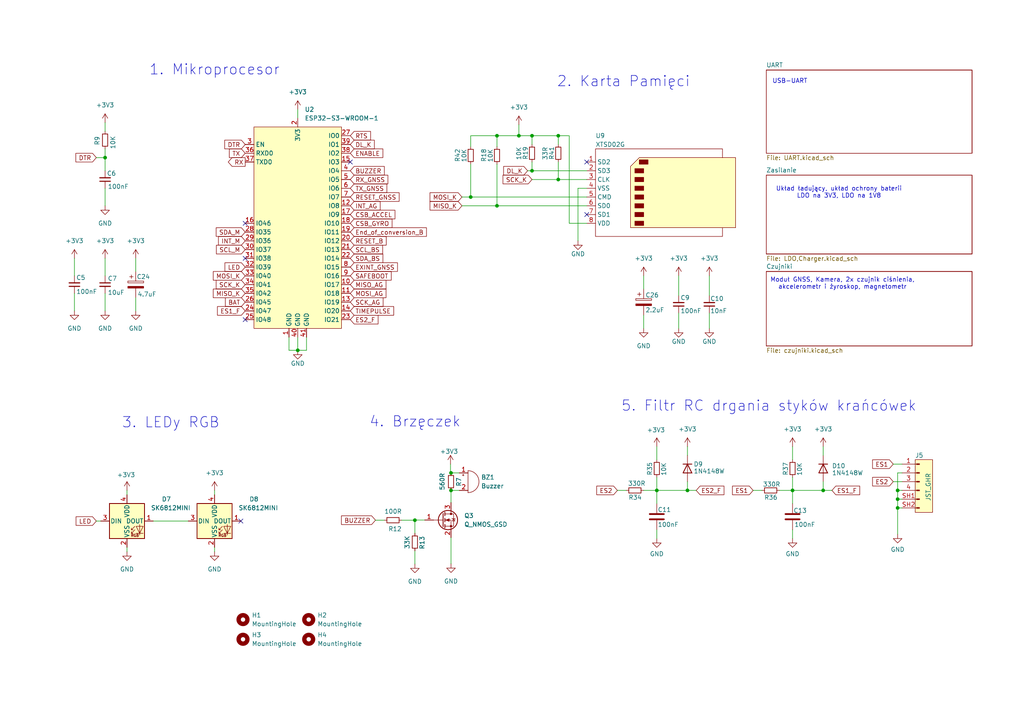
<source format=kicad_sch>
(kicad_sch
	(version 20231120)
	(generator "eeschema")
	(generator_version "8.0")
	(uuid "a7004219-0ccb-4e0d-a6f0-85a05540f4b8")
	(paper "A4")
	(lib_symbols
		(symbol "Device:Buzzer"
			(pin_names
				(offset 0.0254) hide)
			(exclude_from_sim no)
			(in_bom yes)
			(on_board yes)
			(property "Reference" "BZ"
				(at 3.81 1.27 0)
				(effects
					(font
						(size 1.27 1.27)
					)
					(justify left)
				)
			)
			(property "Value" "Buzzer"
				(at 3.81 -1.27 0)
				(effects
					(font
						(size 1.27 1.27)
					)
					(justify left)
				)
			)
			(property "Footprint" ""
				(at -0.635 2.54 90)
				(effects
					(font
						(size 1.27 1.27)
					)
					(hide yes)
				)
			)
			(property "Datasheet" "~"
				(at -0.635 2.54 90)
				(effects
					(font
						(size 1.27 1.27)
					)
					(hide yes)
				)
			)
			(property "Description" "Buzzer, polarized"
				(at 0 0 0)
				(effects
					(font
						(size 1.27 1.27)
					)
					(hide yes)
				)
			)
			(property "ki_keywords" "quartz resonator ceramic"
				(at 0 0 0)
				(effects
					(font
						(size 1.27 1.27)
					)
					(hide yes)
				)
			)
			(property "ki_fp_filters" "*Buzzer*"
				(at 0 0 0)
				(effects
					(font
						(size 1.27 1.27)
					)
					(hide yes)
				)
			)
			(symbol "Buzzer_0_1"
				(arc
					(start 0 -3.175)
					(mid 3.1612 0)
					(end 0 3.175)
					(stroke
						(width 0)
						(type default)
					)
					(fill
						(type none)
					)
				)
				(polyline
					(pts
						(xy -1.651 1.905) (xy -1.143 1.905)
					)
					(stroke
						(width 0)
						(type default)
					)
					(fill
						(type none)
					)
				)
				(polyline
					(pts
						(xy -1.397 2.159) (xy -1.397 1.651)
					)
					(stroke
						(width 0)
						(type default)
					)
					(fill
						(type none)
					)
				)
				(polyline
					(pts
						(xy 0 3.175) (xy 0 -3.175)
					)
					(stroke
						(width 0)
						(type default)
					)
					(fill
						(type none)
					)
				)
			)
			(symbol "Buzzer_1_1"
				(pin passive line
					(at -2.54 2.54 0)
					(length 2.54)
					(name "-"
						(effects
							(font
								(size 1.27 1.27)
							)
						)
					)
					(number "1"
						(effects
							(font
								(size 1.27 1.27)
							)
						)
					)
				)
				(pin passive line
					(at -2.54 -2.54 0)
					(length 2.54)
					(name "+"
						(effects
							(font
								(size 1.27 1.27)
							)
						)
					)
					(number "2"
						(effects
							(font
								(size 1.27 1.27)
							)
						)
					)
				)
			)
		)
		(symbol "Device:C"
			(pin_numbers hide)
			(pin_names
				(offset 0.254)
			)
			(exclude_from_sim no)
			(in_bom yes)
			(on_board yes)
			(property "Reference" "C"
				(at 0.635 2.54 0)
				(effects
					(font
						(size 1.27 1.27)
					)
					(justify left)
				)
			)
			(property "Value" "C"
				(at 0.635 -2.54 0)
				(effects
					(font
						(size 1.27 1.27)
					)
					(justify left)
				)
			)
			(property "Footprint" ""
				(at 0.9652 -3.81 0)
				(effects
					(font
						(size 1.27 1.27)
					)
					(hide yes)
				)
			)
			(property "Datasheet" "~"
				(at 0 0 0)
				(effects
					(font
						(size 1.27 1.27)
					)
					(hide yes)
				)
			)
			(property "Description" "Unpolarized capacitor"
				(at 0 0 0)
				(effects
					(font
						(size 1.27 1.27)
					)
					(hide yes)
				)
			)
			(property "ki_keywords" "cap capacitor"
				(at 0 0 0)
				(effects
					(font
						(size 1.27 1.27)
					)
					(hide yes)
				)
			)
			(property "ki_fp_filters" "C_*"
				(at 0 0 0)
				(effects
					(font
						(size 1.27 1.27)
					)
					(hide yes)
				)
			)
			(symbol "C_0_1"
				(polyline
					(pts
						(xy -2.032 -0.762) (xy 2.032 -0.762)
					)
					(stroke
						(width 0.508)
						(type default)
					)
					(fill
						(type none)
					)
				)
				(polyline
					(pts
						(xy -2.032 0.762) (xy 2.032 0.762)
					)
					(stroke
						(width 0.508)
						(type default)
					)
					(fill
						(type none)
					)
				)
			)
			(symbol "C_1_1"
				(pin passive line
					(at 0 3.81 270)
					(length 2.794)
					(name "~"
						(effects
							(font
								(size 1.27 1.27)
							)
						)
					)
					(number "1"
						(effects
							(font
								(size 1.27 1.27)
							)
						)
					)
				)
				(pin passive line
					(at 0 -3.81 90)
					(length 2.794)
					(name "~"
						(effects
							(font
								(size 1.27 1.27)
							)
						)
					)
					(number "2"
						(effects
							(font
								(size 1.27 1.27)
							)
						)
					)
				)
			)
		)
		(symbol "Device:C_Polarized"
			(pin_numbers hide)
			(pin_names
				(offset 0.254)
			)
			(exclude_from_sim no)
			(in_bom yes)
			(on_board yes)
			(property "Reference" "C"
				(at 0.635 2.54 0)
				(effects
					(font
						(size 1.27 1.27)
					)
					(justify left)
				)
			)
			(property "Value" "C_Polarized"
				(at 0.635 -2.54 0)
				(effects
					(font
						(size 1.27 1.27)
					)
					(justify left)
				)
			)
			(property "Footprint" ""
				(at 0.9652 -3.81 0)
				(effects
					(font
						(size 1.27 1.27)
					)
					(hide yes)
				)
			)
			(property "Datasheet" "~"
				(at 0 0 0)
				(effects
					(font
						(size 1.27 1.27)
					)
					(hide yes)
				)
			)
			(property "Description" "Polarized capacitor"
				(at 0 0 0)
				(effects
					(font
						(size 1.27 1.27)
					)
					(hide yes)
				)
			)
			(property "ki_keywords" "cap capacitor"
				(at 0 0 0)
				(effects
					(font
						(size 1.27 1.27)
					)
					(hide yes)
				)
			)
			(property "ki_fp_filters" "CP_*"
				(at 0 0 0)
				(effects
					(font
						(size 1.27 1.27)
					)
					(hide yes)
				)
			)
			(symbol "C_Polarized_0_1"
				(rectangle
					(start -2.286 0.508)
					(end 2.286 1.016)
					(stroke
						(width 0)
						(type default)
					)
					(fill
						(type none)
					)
				)
				(polyline
					(pts
						(xy -1.778 2.286) (xy -0.762 2.286)
					)
					(stroke
						(width 0)
						(type default)
					)
					(fill
						(type none)
					)
				)
				(polyline
					(pts
						(xy -1.27 2.794) (xy -1.27 1.778)
					)
					(stroke
						(width 0)
						(type default)
					)
					(fill
						(type none)
					)
				)
				(rectangle
					(start 2.286 -0.508)
					(end -2.286 -1.016)
					(stroke
						(width 0)
						(type default)
					)
					(fill
						(type outline)
					)
				)
			)
			(symbol "C_Polarized_1_1"
				(pin passive line
					(at 0 3.81 270)
					(length 2.794)
					(name "~"
						(effects
							(font
								(size 1.27 1.27)
							)
						)
					)
					(number "1"
						(effects
							(font
								(size 1.27 1.27)
							)
						)
					)
				)
				(pin passive line
					(at 0 -3.81 90)
					(length 2.794)
					(name "~"
						(effects
							(font
								(size 1.27 1.27)
							)
						)
					)
					(number "2"
						(effects
							(font
								(size 1.27 1.27)
							)
						)
					)
				)
			)
		)
		(symbol "Device:C_Small"
			(pin_numbers hide)
			(pin_names
				(offset 0.254) hide)
			(exclude_from_sim no)
			(in_bom yes)
			(on_board yes)
			(property "Reference" "C"
				(at 0.254 1.778 0)
				(effects
					(font
						(size 1.27 1.27)
					)
					(justify left)
				)
			)
			(property "Value" "C_Small"
				(at 0.254 -2.032 0)
				(effects
					(font
						(size 1.27 1.27)
					)
					(justify left)
				)
			)
			(property "Footprint" ""
				(at 0 0 0)
				(effects
					(font
						(size 1.27 1.27)
					)
					(hide yes)
				)
			)
			(property "Datasheet" "~"
				(at 0 0 0)
				(effects
					(font
						(size 1.27 1.27)
					)
					(hide yes)
				)
			)
			(property "Description" "Unpolarized capacitor, small symbol"
				(at 0 0 0)
				(effects
					(font
						(size 1.27 1.27)
					)
					(hide yes)
				)
			)
			(property "ki_keywords" "capacitor cap"
				(at 0 0 0)
				(effects
					(font
						(size 1.27 1.27)
					)
					(hide yes)
				)
			)
			(property "ki_fp_filters" "C_*"
				(at 0 0 0)
				(effects
					(font
						(size 1.27 1.27)
					)
					(hide yes)
				)
			)
			(symbol "C_Small_0_1"
				(polyline
					(pts
						(xy -1.524 -0.508) (xy 1.524 -0.508)
					)
					(stroke
						(width 0.3302)
						(type default)
					)
					(fill
						(type none)
					)
				)
				(polyline
					(pts
						(xy -1.524 0.508) (xy 1.524 0.508)
					)
					(stroke
						(width 0.3048)
						(type default)
					)
					(fill
						(type none)
					)
				)
			)
			(symbol "C_Small_1_1"
				(pin passive line
					(at 0 2.54 270)
					(length 2.032)
					(name "~"
						(effects
							(font
								(size 1.27 1.27)
							)
						)
					)
					(number "1"
						(effects
							(font
								(size 1.27 1.27)
							)
						)
					)
				)
				(pin passive line
					(at 0 -2.54 90)
					(length 2.032)
					(name "~"
						(effects
							(font
								(size 1.27 1.27)
							)
						)
					)
					(number "2"
						(effects
							(font
								(size 1.27 1.27)
							)
						)
					)
				)
			)
		)
		(symbol "Device:Q_NMOS_GSD"
			(pin_names
				(offset 0) hide)
			(exclude_from_sim no)
			(in_bom yes)
			(on_board yes)
			(property "Reference" "Q"
				(at 5.08 1.27 0)
				(effects
					(font
						(size 1.27 1.27)
					)
					(justify left)
				)
			)
			(property "Value" "Q_NMOS_GSD"
				(at 5.08 -1.27 0)
				(effects
					(font
						(size 1.27 1.27)
					)
					(justify left)
				)
			)
			(property "Footprint" ""
				(at 5.08 2.54 0)
				(effects
					(font
						(size 1.27 1.27)
					)
					(hide yes)
				)
			)
			(property "Datasheet" "~"
				(at 0 0 0)
				(effects
					(font
						(size 1.27 1.27)
					)
					(hide yes)
				)
			)
			(property "Description" "N-MOSFET transistor, gate/source/drain"
				(at 0 0 0)
				(effects
					(font
						(size 1.27 1.27)
					)
					(hide yes)
				)
			)
			(property "ki_keywords" "transistor NMOS N-MOS N-MOSFET"
				(at 0 0 0)
				(effects
					(font
						(size 1.27 1.27)
					)
					(hide yes)
				)
			)
			(symbol "Q_NMOS_GSD_0_1"
				(polyline
					(pts
						(xy 0.254 0) (xy -2.54 0)
					)
					(stroke
						(width 0)
						(type default)
					)
					(fill
						(type none)
					)
				)
				(polyline
					(pts
						(xy 0.254 1.905) (xy 0.254 -1.905)
					)
					(stroke
						(width 0.254)
						(type default)
					)
					(fill
						(type none)
					)
				)
				(polyline
					(pts
						(xy 0.762 -1.27) (xy 0.762 -2.286)
					)
					(stroke
						(width 0.254)
						(type default)
					)
					(fill
						(type none)
					)
				)
				(polyline
					(pts
						(xy 0.762 0.508) (xy 0.762 -0.508)
					)
					(stroke
						(width 0.254)
						(type default)
					)
					(fill
						(type none)
					)
				)
				(polyline
					(pts
						(xy 0.762 2.286) (xy 0.762 1.27)
					)
					(stroke
						(width 0.254)
						(type default)
					)
					(fill
						(type none)
					)
				)
				(polyline
					(pts
						(xy 2.54 2.54) (xy 2.54 1.778)
					)
					(stroke
						(width 0)
						(type default)
					)
					(fill
						(type none)
					)
				)
				(polyline
					(pts
						(xy 2.54 -2.54) (xy 2.54 0) (xy 0.762 0)
					)
					(stroke
						(width 0)
						(type default)
					)
					(fill
						(type none)
					)
				)
				(polyline
					(pts
						(xy 0.762 -1.778) (xy 3.302 -1.778) (xy 3.302 1.778) (xy 0.762 1.778)
					)
					(stroke
						(width 0)
						(type default)
					)
					(fill
						(type none)
					)
				)
				(polyline
					(pts
						(xy 1.016 0) (xy 2.032 0.381) (xy 2.032 -0.381) (xy 1.016 0)
					)
					(stroke
						(width 0)
						(type default)
					)
					(fill
						(type outline)
					)
				)
				(polyline
					(pts
						(xy 2.794 0.508) (xy 2.921 0.381) (xy 3.683 0.381) (xy 3.81 0.254)
					)
					(stroke
						(width 0)
						(type default)
					)
					(fill
						(type none)
					)
				)
				(polyline
					(pts
						(xy 3.302 0.381) (xy 2.921 -0.254) (xy 3.683 -0.254) (xy 3.302 0.381)
					)
					(stroke
						(width 0)
						(type default)
					)
					(fill
						(type none)
					)
				)
				(circle
					(center 1.651 0)
					(radius 2.794)
					(stroke
						(width 0.254)
						(type default)
					)
					(fill
						(type none)
					)
				)
				(circle
					(center 2.54 -1.778)
					(radius 0.254)
					(stroke
						(width 0)
						(type default)
					)
					(fill
						(type outline)
					)
				)
				(circle
					(center 2.54 1.778)
					(radius 0.254)
					(stroke
						(width 0)
						(type default)
					)
					(fill
						(type outline)
					)
				)
			)
			(symbol "Q_NMOS_GSD_1_1"
				(pin input line
					(at -5.08 0 0)
					(length 2.54)
					(name "G"
						(effects
							(font
								(size 1.27 1.27)
							)
						)
					)
					(number "1"
						(effects
							(font
								(size 1.27 1.27)
							)
						)
					)
				)
				(pin passive line
					(at 2.54 -5.08 90)
					(length 2.54)
					(name "S"
						(effects
							(font
								(size 1.27 1.27)
							)
						)
					)
					(number "2"
						(effects
							(font
								(size 1.27 1.27)
							)
						)
					)
				)
				(pin passive line
					(at 2.54 5.08 270)
					(length 2.54)
					(name "D"
						(effects
							(font
								(size 1.27 1.27)
							)
						)
					)
					(number "3"
						(effects
							(font
								(size 1.27 1.27)
							)
						)
					)
				)
			)
		)
		(symbol "Diode:1N4148W"
			(pin_numbers hide)
			(pin_names
				(offset 1.016) hide)
			(exclude_from_sim no)
			(in_bom yes)
			(on_board yes)
			(property "Reference" "D"
				(at 0 2.54 0)
				(effects
					(font
						(size 1.27 1.27)
					)
				)
			)
			(property "Value" "1N4148W"
				(at 0 -2.54 0)
				(effects
					(font
						(size 1.27 1.27)
					)
				)
			)
			(property "Footprint" "Diode_SMD:D_SOD-123"
				(at 0 -4.445 0)
				(effects
					(font
						(size 1.27 1.27)
					)
					(hide yes)
				)
			)
			(property "Datasheet" "https://www.vishay.com/docs/85748/1n4148w.pdf"
				(at 0 0 0)
				(effects
					(font
						(size 1.27 1.27)
					)
					(hide yes)
				)
			)
			(property "Description" "75V 0.15A Fast Switching Diode, SOD-123"
				(at 0 0 0)
				(effects
					(font
						(size 1.27 1.27)
					)
					(hide yes)
				)
			)
			(property "ki_keywords" "diode"
				(at 0 0 0)
				(effects
					(font
						(size 1.27 1.27)
					)
					(hide yes)
				)
			)
			(property "ki_fp_filters" "D*SOD?123*"
				(at 0 0 0)
				(effects
					(font
						(size 1.27 1.27)
					)
					(hide yes)
				)
			)
			(symbol "1N4148W_0_1"
				(polyline
					(pts
						(xy -1.27 1.27) (xy -1.27 -1.27)
					)
					(stroke
						(width 0.254)
						(type default)
					)
					(fill
						(type none)
					)
				)
				(polyline
					(pts
						(xy 1.27 0) (xy -1.27 0)
					)
					(stroke
						(width 0)
						(type default)
					)
					(fill
						(type none)
					)
				)
				(polyline
					(pts
						(xy 1.27 1.27) (xy 1.27 -1.27) (xy -1.27 0) (xy 1.27 1.27)
					)
					(stroke
						(width 0.254)
						(type default)
					)
					(fill
						(type none)
					)
				)
			)
			(symbol "1N4148W_1_1"
				(pin passive line
					(at -3.81 0 0)
					(length 2.54)
					(name "K"
						(effects
							(font
								(size 1.27 1.27)
							)
						)
					)
					(number "1"
						(effects
							(font
								(size 1.27 1.27)
							)
						)
					)
				)
				(pin passive line
					(at 3.81 0 180)
					(length 2.54)
					(name "A"
						(effects
							(font
								(size 1.27 1.27)
							)
						)
					)
					(number "2"
						(effects
							(font
								(size 1.27 1.27)
							)
						)
					)
				)
			)
		)
		(symbol "LED:SK6812MINI"
			(pin_names
				(offset 0.254)
			)
			(exclude_from_sim no)
			(in_bom yes)
			(on_board yes)
			(property "Reference" "D"
				(at 5.08 5.715 0)
				(effects
					(font
						(size 1.27 1.27)
					)
					(justify right bottom)
				)
			)
			(property "Value" "SK6812MINI"
				(at 1.27 -5.715 0)
				(effects
					(font
						(size 1.27 1.27)
					)
					(justify left top)
				)
			)
			(property "Footprint" "LED_SMD:LED_SK6812MINI_PLCC4_3.5x3.5mm_P1.75mm"
				(at 1.27 -7.62 0)
				(effects
					(font
						(size 1.27 1.27)
					)
					(justify left top)
					(hide yes)
				)
			)
			(property "Datasheet" "https://cdn-shop.adafruit.com/product-files/2686/SK6812MINI_REV.01-1-2.pdf"
				(at 2.54 -9.525 0)
				(effects
					(font
						(size 1.27 1.27)
					)
					(justify left top)
					(hide yes)
				)
			)
			(property "Description" "RGB LED with integrated controller"
				(at 0 0 0)
				(effects
					(font
						(size 1.27 1.27)
					)
					(hide yes)
				)
			)
			(property "ki_keywords" "RGB LED NeoPixel Mini addressable"
				(at 0 0 0)
				(effects
					(font
						(size 1.27 1.27)
					)
					(hide yes)
				)
			)
			(property "ki_fp_filters" "LED*SK6812MINI*PLCC*3.5x3.5mm*P1.75mm*"
				(at 0 0 0)
				(effects
					(font
						(size 1.27 1.27)
					)
					(hide yes)
				)
			)
			(symbol "SK6812MINI_0_0"
				(text "RGB"
					(at 2.286 -4.191 0)
					(effects
						(font
							(size 0.762 0.762)
						)
					)
				)
			)
			(symbol "SK6812MINI_0_1"
				(polyline
					(pts
						(xy 1.27 -3.556) (xy 1.778 -3.556)
					)
					(stroke
						(width 0)
						(type default)
					)
					(fill
						(type none)
					)
				)
				(polyline
					(pts
						(xy 1.27 -2.54) (xy 1.778 -2.54)
					)
					(stroke
						(width 0)
						(type default)
					)
					(fill
						(type none)
					)
				)
				(polyline
					(pts
						(xy 4.699 -3.556) (xy 2.667 -3.556)
					)
					(stroke
						(width 0)
						(type default)
					)
					(fill
						(type none)
					)
				)
				(polyline
					(pts
						(xy 2.286 -2.54) (xy 1.27 -3.556) (xy 1.27 -3.048)
					)
					(stroke
						(width 0)
						(type default)
					)
					(fill
						(type none)
					)
				)
				(polyline
					(pts
						(xy 2.286 -1.524) (xy 1.27 -2.54) (xy 1.27 -2.032)
					)
					(stroke
						(width 0)
						(type default)
					)
					(fill
						(type none)
					)
				)
				(polyline
					(pts
						(xy 3.683 -1.016) (xy 3.683 -3.556) (xy 3.683 -4.064)
					)
					(stroke
						(width 0)
						(type default)
					)
					(fill
						(type none)
					)
				)
				(polyline
					(pts
						(xy 4.699 -1.524) (xy 2.667 -1.524) (xy 3.683 -3.556) (xy 4.699 -1.524)
					)
					(stroke
						(width 0)
						(type default)
					)
					(fill
						(type none)
					)
				)
				(rectangle
					(start 5.08 5.08)
					(end -5.08 -5.08)
					(stroke
						(width 0.254)
						(type default)
					)
					(fill
						(type background)
					)
				)
			)
			(symbol "SK6812MINI_1_1"
				(pin output line
					(at 7.62 0 180)
					(length 2.54)
					(name "DOUT"
						(effects
							(font
								(size 1.27 1.27)
							)
						)
					)
					(number "1"
						(effects
							(font
								(size 1.27 1.27)
							)
						)
					)
				)
				(pin power_in line
					(at 0 -7.62 90)
					(length 2.54)
					(name "VSS"
						(effects
							(font
								(size 1.27 1.27)
							)
						)
					)
					(number "2"
						(effects
							(font
								(size 1.27 1.27)
							)
						)
					)
				)
				(pin input line
					(at -7.62 0 0)
					(length 2.54)
					(name "DIN"
						(effects
							(font
								(size 1.27 1.27)
							)
						)
					)
					(number "3"
						(effects
							(font
								(size 1.27 1.27)
							)
						)
					)
				)
				(pin power_in line
					(at 0 7.62 270)
					(length 2.54)
					(name "VDD"
						(effects
							(font
								(size 1.27 1.27)
							)
						)
					)
					(number "4"
						(effects
							(font
								(size 1.27 1.27)
							)
						)
					)
				)
			)
		)
		(symbol "Mechanical:MountingHole"
			(pin_names
				(offset 1.016)
			)
			(exclude_from_sim no)
			(in_bom yes)
			(on_board yes)
			(property "Reference" "H"
				(at 0 5.08 0)
				(effects
					(font
						(size 1.27 1.27)
					)
				)
			)
			(property "Value" "MountingHole"
				(at 0 3.175 0)
				(effects
					(font
						(size 1.27 1.27)
					)
				)
			)
			(property "Footprint" ""
				(at 0 0 0)
				(effects
					(font
						(size 1.27 1.27)
					)
					(hide yes)
				)
			)
			(property "Datasheet" "~"
				(at 0 0 0)
				(effects
					(font
						(size 1.27 1.27)
					)
					(hide yes)
				)
			)
			(property "Description" "Mounting Hole without connection"
				(at 0 0 0)
				(effects
					(font
						(size 1.27 1.27)
					)
					(hide yes)
				)
			)
			(property "ki_keywords" "mounting hole"
				(at 0 0 0)
				(effects
					(font
						(size 1.27 1.27)
					)
					(hide yes)
				)
			)
			(property "ki_fp_filters" "MountingHole*"
				(at 0 0 0)
				(effects
					(font
						(size 1.27 1.27)
					)
					(hide yes)
				)
			)
			(symbol "MountingHole_0_1"
				(circle
					(center 0 0)
					(radius 1.27)
					(stroke
						(width 1.27)
						(type default)
					)
					(fill
						(type none)
					)
				)
			)
		)
		(symbol "PUTRocketLab_IC:ESP32-S3-WROOM-1"
			(exclude_from_sim no)
			(in_bom yes)
			(on_board yes)
			(property "Reference" "U"
				(at -11.43 30.48 0)
				(effects
					(font
						(size 1.27 1.27)
					)
				)
			)
			(property "Value" "ESP32-S3-WROOM-1"
				(at 0 -1.27 90)
				(effects
					(font
						(size 1.27 1.27)
					)
				)
			)
			(property "Footprint" "PUTRocketLab_IC:ESP32-S3-WROOM-1"
				(at 0 -48.26 0)
				(effects
					(font
						(size 1.27 1.27)
					)
					(hide yes)
				)
			)
			(property "Datasheet" "https://www.espressif.com/sites/default/files/documentation/esp32-s3-wroom-1_wroom-1u_datasheet_en.pdf"
				(at 0 -45.72 0)
				(effects
					(font
						(size 1.27 1.27)
					)
					(hide yes)
				)
			)
			(property "Description" ""
				(at 0 0 0)
				(effects
					(font
						(size 1.27 1.27)
					)
					(hide yes)
				)
			)
			(property "ki_keywords" "ESP, ESP32, WROOM"
				(at 0 0 0)
				(effects
					(font
						(size 1.27 1.27)
					)
					(hide yes)
				)
			)
			(symbol "ESP32-S3-WROOM-1_0_1"
				(rectangle
					(start -12.7 29.21)
					(end 12.7 -29.21)
					(stroke
						(width 0)
						(type default)
					)
					(fill
						(type background)
					)
				)
			)
			(symbol "ESP32-S3-WROOM-1_1_1"
				(pin power_in line
					(at -2.54 -31.75 90)
					(length 2.54)
					(name "GND"
						(effects
							(font
								(size 1.27 1.27)
							)
						)
					)
					(number "1"
						(effects
							(font
								(size 1.27 1.27)
							)
						)
					)
				)
				(pin bidirectional line
					(at 15.24 -16.51 180)
					(length 2.54)
					(name "IO17"
						(effects
							(font
								(size 1.27 1.27)
							)
						)
					)
					(number "10"
						(effects
							(font
								(size 1.27 1.27)
							)
						)
					)
				)
				(pin bidirectional line
					(at 15.24 -19.05 180)
					(length 2.54)
					(name "IO18"
						(effects
							(font
								(size 1.27 1.27)
							)
						)
					)
					(number "11"
						(effects
							(font
								(size 1.27 1.27)
							)
						)
					)
				)
				(pin bidirectional line
					(at 15.24 6.35 180)
					(length 2.54)
					(name "IO8"
						(effects
							(font
								(size 1.27 1.27)
							)
						)
					)
					(number "12"
						(effects
							(font
								(size 1.27 1.27)
							)
						)
					)
				)
				(pin bidirectional line
					(at 15.24 -21.59 180)
					(length 2.54)
					(name "IO19"
						(effects
							(font
								(size 1.27 1.27)
							)
						)
					)
					(number "13"
						(effects
							(font
								(size 1.27 1.27)
							)
						)
					)
				)
				(pin bidirectional line
					(at 15.24 -24.13 180)
					(length 2.54)
					(name "IO20"
						(effects
							(font
								(size 1.27 1.27)
							)
						)
					)
					(number "14"
						(effects
							(font
								(size 1.27 1.27)
							)
						)
					)
				)
				(pin tri_state line
					(at 15.24 19.05 180)
					(length 2.54)
					(name "IO3"
						(effects
							(font
								(size 1.27 1.27)
							)
						)
					)
					(number "15"
						(effects
							(font
								(size 1.27 1.27)
							)
						)
					)
				)
				(pin tri_state line
					(at -15.24 1.27 0)
					(length 2.54)
					(name "IO46"
						(effects
							(font
								(size 1.27 1.27)
							)
						)
					)
					(number "16"
						(effects
							(font
								(size 1.27 1.27)
							)
						)
					)
				)
				(pin bidirectional line
					(at 15.24 3.81 180)
					(length 2.54)
					(name "IO9"
						(effects
							(font
								(size 1.27 1.27)
							)
						)
					)
					(number "17"
						(effects
							(font
								(size 1.27 1.27)
							)
						)
					)
				)
				(pin bidirectional line
					(at 15.24 1.27 180)
					(length 2.54)
					(name "IO10"
						(effects
							(font
								(size 1.27 1.27)
							)
						)
					)
					(number "18"
						(effects
							(font
								(size 1.27 1.27)
							)
						)
					)
				)
				(pin bidirectional line
					(at 15.24 -1.27 180)
					(length 2.54)
					(name "IO11"
						(effects
							(font
								(size 1.27 1.27)
							)
						)
					)
					(number "19"
						(effects
							(font
								(size 1.27 1.27)
							)
						)
					)
				)
				(pin power_in line
					(at 0 31.75 270)
					(length 2.54)
					(name "3V3"
						(effects
							(font
								(size 1.27 1.27)
							)
						)
					)
					(number "2"
						(effects
							(font
								(size 1.27 1.27)
							)
						)
					)
				)
				(pin bidirectional line
					(at 15.24 -3.81 180)
					(length 2.54)
					(name "IO12"
						(effects
							(font
								(size 1.27 1.27)
							)
						)
					)
					(number "20"
						(effects
							(font
								(size 1.27 1.27)
							)
						)
					)
				)
				(pin bidirectional line
					(at 15.24 -6.35 180)
					(length 2.54)
					(name "IO13"
						(effects
							(font
								(size 1.27 1.27)
							)
						)
					)
					(number "21"
						(effects
							(font
								(size 1.27 1.27)
							)
						)
					)
				)
				(pin bidirectional line
					(at 15.24 -8.89 180)
					(length 2.54)
					(name "IO14"
						(effects
							(font
								(size 1.27 1.27)
							)
						)
					)
					(number "22"
						(effects
							(font
								(size 1.27 1.27)
							)
						)
					)
				)
				(pin bidirectional line
					(at 15.24 -26.67 180)
					(length 2.54)
					(name "IO21"
						(effects
							(font
								(size 1.27 1.27)
							)
						)
					)
					(number "23"
						(effects
							(font
								(size 1.27 1.27)
							)
						)
					)
				)
				(pin bidirectional line
					(at -15.24 -24.13 0)
					(length 2.54)
					(name "IO47"
						(effects
							(font
								(size 1.27 1.27)
							)
						)
					)
					(number "24"
						(effects
							(font
								(size 1.27 1.27)
							)
						)
					)
				)
				(pin bidirectional line
					(at -15.24 -26.67 0)
					(length 2.54)
					(name "IO48"
						(effects
							(font
								(size 1.27 1.27)
							)
						)
					)
					(number "25"
						(effects
							(font
								(size 1.27 1.27)
							)
						)
					)
				)
				(pin tri_state line
					(at -15.24 -21.59 0)
					(length 2.54)
					(name "IO45"
						(effects
							(font
								(size 1.27 1.27)
							)
						)
					)
					(number "26"
						(effects
							(font
								(size 1.27 1.27)
							)
						)
					)
				)
				(pin tri_state line
					(at 15.24 26.67 180)
					(length 2.54)
					(name "IO0"
						(effects
							(font
								(size 1.27 1.27)
							)
						)
					)
					(number "27"
						(effects
							(font
								(size 1.27 1.27)
							)
						)
					)
				)
				(pin bidirectional line
					(at -15.24 -1.27 0)
					(length 2.54)
					(name "IO35"
						(effects
							(font
								(size 1.27 1.27)
							)
						)
					)
					(number "28"
						(effects
							(font
								(size 1.27 1.27)
							)
						)
					)
				)
				(pin bidirectional line
					(at -15.24 -3.81 0)
					(length 2.54)
					(name "IO36"
						(effects
							(font
								(size 1.27 1.27)
							)
						)
					)
					(number "29"
						(effects
							(font
								(size 1.27 1.27)
							)
						)
					)
				)
				(pin input line
					(at -15.24 24.13 0)
					(length 2.54)
					(name "EN"
						(effects
							(font
								(size 1.27 1.27)
							)
						)
					)
					(number "3"
						(effects
							(font
								(size 1.27 1.27)
							)
						)
					)
				)
				(pin bidirectional line
					(at -15.24 -6.35 0)
					(length 2.54)
					(name "IO37"
						(effects
							(font
								(size 1.27 1.27)
							)
						)
					)
					(number "30"
						(effects
							(font
								(size 1.27 1.27)
							)
						)
					)
				)
				(pin bidirectional line
					(at -15.24 -8.89 0)
					(length 2.54)
					(name "IO38"
						(effects
							(font
								(size 1.27 1.27)
							)
						)
					)
					(number "31"
						(effects
							(font
								(size 1.27 1.27)
							)
						)
					)
				)
				(pin bidirectional line
					(at -15.24 -11.43 0)
					(length 2.54)
					(name "IO39"
						(effects
							(font
								(size 1.27 1.27)
							)
						)
					)
					(number "32"
						(effects
							(font
								(size 1.27 1.27)
							)
						)
					)
				)
				(pin bidirectional line
					(at -15.24 -13.97 0)
					(length 2.54)
					(name "IO40"
						(effects
							(font
								(size 1.27 1.27)
							)
						)
					)
					(number "33"
						(effects
							(font
								(size 1.27 1.27)
							)
						)
					)
				)
				(pin bidirectional line
					(at -15.24 -16.51 0)
					(length 2.54)
					(name "IO41"
						(effects
							(font
								(size 1.27 1.27)
							)
						)
					)
					(number "34"
						(effects
							(font
								(size 1.27 1.27)
							)
						)
					)
				)
				(pin bidirectional line
					(at -15.24 -19.05 0)
					(length 2.54)
					(name "IO42"
						(effects
							(font
								(size 1.27 1.27)
							)
						)
					)
					(number "35"
						(effects
							(font
								(size 1.27 1.27)
							)
						)
					)
				)
				(pin input line
					(at -15.24 21.59 0)
					(length 2.54)
					(name "RXD0"
						(effects
							(font
								(size 1.27 1.27)
							)
						)
					)
					(number "36"
						(effects
							(font
								(size 1.27 1.27)
							)
						)
					)
				)
				(pin output line
					(at -15.24 19.05 0)
					(length 2.54)
					(name "TXD0"
						(effects
							(font
								(size 1.27 1.27)
							)
						)
					)
					(number "37"
						(effects
							(font
								(size 1.27 1.27)
							)
						)
					)
				)
				(pin bidirectional line
					(at 15.24 21.59 180)
					(length 2.54)
					(name "IO2"
						(effects
							(font
								(size 1.27 1.27)
							)
						)
					)
					(number "38"
						(effects
							(font
								(size 1.27 1.27)
							)
						)
					)
				)
				(pin bidirectional line
					(at 15.24 24.13 180)
					(length 2.54)
					(name "IO1"
						(effects
							(font
								(size 1.27 1.27)
							)
						)
					)
					(number "39"
						(effects
							(font
								(size 1.27 1.27)
							)
						)
					)
				)
				(pin bidirectional line
					(at 15.24 16.51 180)
					(length 2.54)
					(name "IO4"
						(effects
							(font
								(size 1.27 1.27)
							)
						)
					)
					(number "4"
						(effects
							(font
								(size 1.27 1.27)
							)
						)
					)
				)
				(pin power_in line
					(at 0 -31.75 90)
					(length 2.54)
					(name "GND"
						(effects
							(font
								(size 1.27 1.27)
							)
						)
					)
					(number "40"
						(effects
							(font
								(size 1.27 1.27)
							)
						)
					)
				)
				(pin power_in line
					(at 2.54 -31.75 90)
					(length 2.54)
					(name "GND"
						(effects
							(font
								(size 1.27 1.27)
							)
						)
					)
					(number "41"
						(effects
							(font
								(size 1.27 1.27)
							)
						)
					)
				)
				(pin bidirectional line
					(at 15.24 13.97 180)
					(length 2.54)
					(name "IO5"
						(effects
							(font
								(size 1.27 1.27)
							)
						)
					)
					(number "5"
						(effects
							(font
								(size 1.27 1.27)
							)
						)
					)
				)
				(pin bidirectional line
					(at 15.24 11.43 180)
					(length 2.54)
					(name "IO6"
						(effects
							(font
								(size 1.27 1.27)
							)
						)
					)
					(number "6"
						(effects
							(font
								(size 1.27 1.27)
							)
						)
					)
				)
				(pin bidirectional line
					(at 15.24 8.89 180)
					(length 2.54)
					(name "IO7"
						(effects
							(font
								(size 1.27 1.27)
							)
						)
					)
					(number "7"
						(effects
							(font
								(size 1.27 1.27)
							)
						)
					)
				)
				(pin bidirectional line
					(at 15.24 -11.43 180)
					(length 2.54)
					(name "IO15"
						(effects
							(font
								(size 1.27 1.27)
							)
						)
					)
					(number "8"
						(effects
							(font
								(size 1.27 1.27)
							)
						)
					)
				)
				(pin bidirectional line
					(at 15.24 -13.97 180)
					(length 2.54)
					(name "IO16"
						(effects
							(font
								(size 1.27 1.27)
							)
						)
					)
					(number "9"
						(effects
							(font
								(size 1.27 1.27)
							)
						)
					)
				)
			)
		)
		(symbol "PUTRocketLab_IC:XTSD02G"
			(exclude_from_sim no)
			(in_bom yes)
			(on_board yes)
			(property "Reference" "C"
				(at -16.51 13.97 0)
				(effects
					(font
						(size 1.27 1.27)
					)
				)
			)
			(property "Value" "XTSD02G"
				(at 15.24 13.97 0)
				(effects
					(font
						(size 1.27 1.27)
					)
				)
			)
			(property "Footprint" ""
				(at 0 -2.54 0)
				(effects
					(font
						(size 1.27 1.27)
					)
					(hide yes)
				)
			)
			(property "Datasheet" ""
				(at 0 -2.54 0)
				(effects
					(font
						(size 1.27 1.27)
					)
					(hide yes)
				)
			)
			(property "Description" ""
				(at 0 0 0)
				(effects
					(font
						(size 1.27 1.27)
					)
					(hide yes)
				)
			)
			(symbol "XTSD02G_0_1"
				(rectangle
					(start -6.35 -8.255)
					(end -3.81 -9.525)
					(stroke
						(width 0)
						(type default)
					)
					(fill
						(type outline)
					)
				)
				(rectangle
					(start -6.35 -5.715)
					(end -3.81 -6.985)
					(stroke
						(width 0)
						(type default)
					)
					(fill
						(type outline)
					)
				)
				(rectangle
					(start -6.35 -3.175)
					(end -3.81 -4.445)
					(stroke
						(width 0)
						(type default)
					)
					(fill
						(type outline)
					)
				)
				(rectangle
					(start -6.35 -0.635)
					(end -3.81 -1.905)
					(stroke
						(width 0)
						(type default)
					)
					(fill
						(type outline)
					)
				)
				(rectangle
					(start -6.35 1.905)
					(end -3.81 0.635)
					(stroke
						(width 0)
						(type default)
					)
					(fill
						(type outline)
					)
				)
				(rectangle
					(start -6.35 4.445)
					(end -3.81 3.175)
					(stroke
						(width 0)
						(type default)
					)
					(fill
						(type outline)
					)
				)
				(rectangle
					(start -6.35 6.985)
					(end -3.81 5.715)
					(stroke
						(width 0)
						(type default)
					)
					(fill
						(type outline)
					)
				)
				(rectangle
					(start -5.08 9.525)
					(end -2.54 8.255)
					(stroke
						(width 0)
						(type default)
					)
					(fill
						(type outline)
					)
				)
				(polyline
					(pts
						(xy -7.62 7.62) (xy -5.08 10.16) (xy 22.86 10.16) (xy 22.86 -10.16) (xy -7.62 -10.16) (xy -7.62 7.62)
					)
					(stroke
						(width 0)
						(type default)
					)
					(fill
						(type background)
					)
				)
				(polyline
					(pts
						(xy 19.05 10.16) (xy 19.05 12.7) (xy -17.78 12.7) (xy -17.78 -12.7) (xy 19.05 -12.7) (xy 19.05 -10.16)
					)
					(stroke
						(width 0)
						(type default)
					)
					(fill
						(type none)
					)
				)
			)
			(symbol "XTSD02G_1_1"
				(pin input line
					(at -20.32 8.89 0)
					(length 2.54)
					(name "SD2"
						(effects
							(font
								(size 1.27 1.27)
							)
						)
					)
					(number "1"
						(effects
							(font
								(size 1.27 1.27)
							)
						)
					)
				)
				(pin input line
					(at -20.32 6.35 0)
					(length 2.54)
					(name "SD3"
						(effects
							(font
								(size 1.27 1.27)
							)
						)
					)
					(number "2"
						(effects
							(font
								(size 1.27 1.27)
							)
						)
					)
				)
				(pin input line
					(at -20.32 3.81 0)
					(length 2.54)
					(name "CLK"
						(effects
							(font
								(size 1.27 1.27)
							)
						)
					)
					(number "3"
						(effects
							(font
								(size 1.27 1.27)
							)
						)
					)
				)
				(pin power_in line
					(at -20.32 1.27 0)
					(length 2.54)
					(name "VSS"
						(effects
							(font
								(size 1.27 1.27)
							)
						)
					)
					(number "4"
						(effects
							(font
								(size 1.27 1.27)
							)
						)
					)
				)
				(pin input line
					(at -20.32 -1.27 0)
					(length 2.54)
					(name "CMD"
						(effects
							(font
								(size 1.27 1.27)
							)
						)
					)
					(number "5"
						(effects
							(font
								(size 1.27 1.27)
							)
						)
					)
				)
				(pin input line
					(at -20.32 -3.81 0)
					(length 2.54)
					(name "SD0"
						(effects
							(font
								(size 1.27 1.27)
							)
						)
					)
					(number "6"
						(effects
							(font
								(size 1.27 1.27)
							)
						)
					)
				)
				(pin input line
					(at -20.32 -6.35 0)
					(length 2.54)
					(name "SD1"
						(effects
							(font
								(size 1.27 1.27)
							)
						)
					)
					(number "7"
						(effects
							(font
								(size 1.27 1.27)
							)
						)
					)
				)
				(pin power_in line
					(at -20.32 -8.89 0)
					(length 2.54)
					(name "VDD"
						(effects
							(font
								(size 1.27 1.27)
							)
						)
					)
					(number "8"
						(effects
							(font
								(size 1.27 1.27)
							)
						)
					)
				)
			)
		)
		(symbol "PUTRocketLab_connectors:JST_GHR"
			(pin_names
				(offset 1.016) hide)
			(exclude_from_sim no)
			(in_bom yes)
			(on_board yes)
			(property "Reference" "J"
				(at -3.81 8.89 0)
				(effects
					(font
						(size 1.27 1.27)
					)
				)
			)
			(property "Value" "JST_GHR"
				(at -2.54 0 90)
				(effects
					(font
						(size 1.27 1.27)
					)
				)
			)
			(property "Footprint" ""
				(at 0 1.27 0)
				(effects
					(font
						(size 1.27 1.27)
					)
					(hide yes)
				)
			)
			(property "Datasheet" "~"
				(at 1.27 0 0)
				(effects
					(font
						(size 1.27 1.27)
					)
					(hide yes)
				)
			)
			(property "Description" "Generic connector, single row, 01x05, script generated (kicad-library-utils/schlib/autogen/connector/)"
				(at 0 0 0)
				(effects
					(font
						(size 1.27 1.27)
					)
					(hide yes)
				)
			)
			(property "ki_keywords" "connector"
				(at 0 0 0)
				(effects
					(font
						(size 1.27 1.27)
					)
					(hide yes)
				)
			)
			(property "ki_fp_filters" "Connector*:*_1x??_*"
				(at 0 0 0)
				(effects
					(font
						(size 1.27 1.27)
					)
					(hide yes)
				)
			)
			(symbol "JST_GHR_0_1"
				(rectangle
					(start -3.81 7.62)
					(end 1.27 -7.62)
					(stroke
						(width 0)
						(type default)
					)
					(fill
						(type background)
					)
				)
			)
			(symbol "JST_GHR_1_1"
				(polyline
					(pts
						(xy 1.27 -3.81) (xy 0.8636 -3.81)
					)
					(stroke
						(width 0.1524)
						(type default)
					)
					(fill
						(type none)
					)
				)
				(polyline
					(pts
						(xy 1.27 -1.27) (xy 0.8636 -1.27)
					)
					(stroke
						(width 0.1524)
						(type default)
					)
					(fill
						(type none)
					)
				)
				(polyline
					(pts
						(xy 1.27 1.27) (xy 0.8636 1.27)
					)
					(stroke
						(width 0.1524)
						(type default)
					)
					(fill
						(type none)
					)
				)
				(polyline
					(pts
						(xy 1.27 3.81) (xy 0.8636 3.81)
					)
					(stroke
						(width 0.1524)
						(type default)
					)
					(fill
						(type none)
					)
				)
				(polyline
					(pts
						(xy 1.27 6.35) (xy 0.8636 6.35)
					)
					(stroke
						(width 0.1524)
						(type default)
					)
					(fill
						(type none)
					)
				)
				(polyline
					(pts
						(xy 1.2776 -6.3494) (xy 0.8712 -6.3494)
					)
					(stroke
						(width 0.1524)
						(type default)
					)
					(fill
						(type none)
					)
				)
				(rectangle
					(start 0.8636 -3.683)
					(end 0 -3.937)
					(stroke
						(width 0.1524)
						(type default)
					)
					(fill
						(type outline)
					)
				)
				(rectangle
					(start 0.8636 -1.143)
					(end 0 -1.397)
					(stroke
						(width 0.1524)
						(type default)
					)
					(fill
						(type outline)
					)
				)
				(rectangle
					(start 0.8636 1.397)
					(end 0 1.143)
					(stroke
						(width 0.1524)
						(type default)
					)
					(fill
						(type outline)
					)
				)
				(rectangle
					(start 0.8636 3.937)
					(end 0 3.683)
					(stroke
						(width 0.1524)
						(type default)
					)
					(fill
						(type outline)
					)
				)
				(rectangle
					(start 0.8636 6.477)
					(end 0 6.223)
					(stroke
						(width 0.1524)
						(type default)
					)
					(fill
						(type outline)
					)
				)
				(rectangle
					(start 0.8712 -6.2224)
					(end 0.0076 -6.4764)
					(stroke
						(width 0.1524)
						(type default)
					)
					(fill
						(type outline)
					)
				)
				(pin passive line
					(at 5.08 6.35 180)
					(length 3.81)
					(name "Pin_1"
						(effects
							(font
								(size 1.27 1.27)
							)
						)
					)
					(number "1"
						(effects
							(font
								(size 1.27 1.27)
							)
						)
					)
				)
				(pin passive line
					(at 5.08 3.81 180)
					(length 3.81)
					(name "Pin_2"
						(effects
							(font
								(size 1.27 1.27)
							)
						)
					)
					(number "2"
						(effects
							(font
								(size 1.27 1.27)
							)
						)
					)
				)
				(pin passive line
					(at 5.08 1.27 180)
					(length 3.81)
					(name "Pin_3"
						(effects
							(font
								(size 1.27 1.27)
							)
						)
					)
					(number "3"
						(effects
							(font
								(size 1.27 1.27)
							)
						)
					)
				)
				(pin passive line
					(at 5.08 -1.27 180)
					(length 3.81)
					(name "Pin_4"
						(effects
							(font
								(size 1.27 1.27)
							)
						)
					)
					(number "4"
						(effects
							(font
								(size 1.27 1.27)
							)
						)
					)
				)
				(pin passive line
					(at 5.08 -3.81 180)
					(length 3.81)
					(name "Pin_5"
						(effects
							(font
								(size 1.27 1.27)
							)
						)
					)
					(number "SH1"
						(effects
							(font
								(size 1.27 1.27)
							)
						)
					)
				)
				(pin passive line
					(at 5.08 -6.35 180)
					(length 3.81)
					(name "Pin_6"
						(effects
							(font
								(size 1.27 1.27)
							)
						)
					)
					(number "SH2"
						(effects
							(font
								(size 1.27 1.27)
							)
						)
					)
				)
			)
		)
		(symbol "PutRocketLab_RCL:R_Small"
			(pin_numbers hide)
			(pin_names
				(offset 0.254) hide)
			(exclude_from_sim no)
			(in_bom yes)
			(on_board yes)
			(property "Reference" "R"
				(at 0.762 0.508 0)
				(effects
					(font
						(size 1.27 1.27)
					)
					(justify left)
				)
			)
			(property "Value" "R_Small"
				(at 0.762 -1.016 0)
				(effects
					(font
						(size 1.27 1.27)
					)
					(justify left)
				)
			)
			(property "Footprint" ""
				(at 0 0 0)
				(effects
					(font
						(size 1.27 1.27)
					)
					(hide yes)
				)
			)
			(property "Datasheet" "~"
				(at 0 0 0)
				(effects
					(font
						(size 1.27 1.27)
					)
					(hide yes)
				)
			)
			(property "Description" "Resistor, small symbol"
				(at 0 0 0)
				(effects
					(font
						(size 1.27 1.27)
					)
					(hide yes)
				)
			)
			(property "ki_keywords" "R resistor"
				(at 0 0 0)
				(effects
					(font
						(size 1.27 1.27)
					)
					(hide yes)
				)
			)
			(property "ki_fp_filters" "R_*"
				(at 0 0 0)
				(effects
					(font
						(size 1.27 1.27)
					)
					(hide yes)
				)
			)
			(symbol "R_Small_0_1"
				(rectangle
					(start -0.762 1.778)
					(end 0.762 -1.778)
					(stroke
						(width 0.2032)
						(type default)
					)
					(fill
						(type none)
					)
				)
			)
			(symbol "R_Small_1_1"
				(pin passive line
					(at 0 2.54 270)
					(length 0.762)
					(name "~"
						(effects
							(font
								(size 1.27 1.27)
							)
						)
					)
					(number "1"
						(effects
							(font
								(size 1.27 1.27)
							)
						)
					)
				)
				(pin passive line
					(at 0 -2.54 90)
					(length 0.762)
					(name "~"
						(effects
							(font
								(size 1.27 1.27)
							)
						)
					)
					(number "2"
						(effects
							(font
								(size 1.27 1.27)
							)
						)
					)
				)
			)
		)
		(symbol "power:+3V3"
			(power)
			(pin_names
				(offset 0)
			)
			(exclude_from_sim no)
			(in_bom yes)
			(on_board yes)
			(property "Reference" "#PWR"
				(at 0 -3.81 0)
				(effects
					(font
						(size 1.27 1.27)
					)
					(hide yes)
				)
			)
			(property "Value" "+3V3"
				(at 0 3.556 0)
				(effects
					(font
						(size 1.27 1.27)
					)
				)
			)
			(property "Footprint" ""
				(at 0 0 0)
				(effects
					(font
						(size 1.27 1.27)
					)
					(hide yes)
				)
			)
			(property "Datasheet" ""
				(at 0 0 0)
				(effects
					(font
						(size 1.27 1.27)
					)
					(hide yes)
				)
			)
			(property "Description" "Power symbol creates a global label with name \"+3V3\""
				(at 0 0 0)
				(effects
					(font
						(size 1.27 1.27)
					)
					(hide yes)
				)
			)
			(property "ki_keywords" "power-flag"
				(at 0 0 0)
				(effects
					(font
						(size 1.27 1.27)
					)
					(hide yes)
				)
			)
			(symbol "+3V3_0_1"
				(polyline
					(pts
						(xy -0.762 1.27) (xy 0 2.54)
					)
					(stroke
						(width 0)
						(type default)
					)
					(fill
						(type none)
					)
				)
				(polyline
					(pts
						(xy 0 0) (xy 0 2.54)
					)
					(stroke
						(width 0)
						(type default)
					)
					(fill
						(type none)
					)
				)
				(polyline
					(pts
						(xy 0 2.54) (xy 0.762 1.27)
					)
					(stroke
						(width 0)
						(type default)
					)
					(fill
						(type none)
					)
				)
			)
			(symbol "+3V3_1_1"
				(pin power_in line
					(at 0 0 90)
					(length 0) hide
					(name "+3V3"
						(effects
							(font
								(size 1.27 1.27)
							)
						)
					)
					(number "1"
						(effects
							(font
								(size 1.27 1.27)
							)
						)
					)
				)
			)
		)
		(symbol "power:GND"
			(power)
			(pin_names
				(offset 0)
			)
			(exclude_from_sim no)
			(in_bom yes)
			(on_board yes)
			(property "Reference" "#PWR"
				(at 0 -6.35 0)
				(effects
					(font
						(size 1.27 1.27)
					)
					(hide yes)
				)
			)
			(property "Value" "GND"
				(at 0 -3.81 0)
				(effects
					(font
						(size 1.27 1.27)
					)
				)
			)
			(property "Footprint" ""
				(at 0 0 0)
				(effects
					(font
						(size 1.27 1.27)
					)
					(hide yes)
				)
			)
			(property "Datasheet" ""
				(at 0 0 0)
				(effects
					(font
						(size 1.27 1.27)
					)
					(hide yes)
				)
			)
			(property "Description" "Power symbol creates a global label with name \"GND\" , ground"
				(at 0 0 0)
				(effects
					(font
						(size 1.27 1.27)
					)
					(hide yes)
				)
			)
			(property "ki_keywords" "power-flag"
				(at 0 0 0)
				(effects
					(font
						(size 1.27 1.27)
					)
					(hide yes)
				)
			)
			(symbol "GND_0_1"
				(polyline
					(pts
						(xy 0 0) (xy 0 -1.27) (xy 1.27 -1.27) (xy 0 -2.54) (xy -1.27 -1.27) (xy 0 -1.27)
					)
					(stroke
						(width 0)
						(type default)
					)
					(fill
						(type none)
					)
				)
			)
			(symbol "GND_1_1"
				(pin power_in line
					(at 0 0 270)
					(length 0) hide
					(name "GND"
						(effects
							(font
								(size 1.27 1.27)
							)
						)
					)
					(number "1"
						(effects
							(font
								(size 1.27 1.27)
							)
						)
					)
				)
			)
		)
	)
	(junction
		(at 260.35 147.32)
		(diameter 0)
		(color 0 0 0 0)
		(uuid "1e87bb2d-6eae-4b9a-af4d-21c4844aadc0")
	)
	(junction
		(at 190.5 142.24)
		(diameter 0)
		(color 0 0 0 0)
		(uuid "21006e53-9c5e-45f2-8814-bff859605d0c")
	)
	(junction
		(at 260.35 142.24)
		(diameter 0)
		(color 0 0 0 0)
		(uuid "5febfe95-26ff-4008-a750-96458adbcdbf")
	)
	(junction
		(at 260.35 144.78)
		(diameter 0)
		(color 0 0 0 0)
		(uuid "6961b690-119a-41e2-bd91-2ae3e0b26763")
	)
	(junction
		(at 161.925 39.37)
		(diameter 0)
		(color 0 0 0 0)
		(uuid "8e67ade6-2a6f-4793-b4e9-3fbb7fa0d1fa")
	)
	(junction
		(at 130.81 142.24)
		(diameter 0)
		(color 0 0 0 0)
		(uuid "90ec2873-4030-4fac-8d15-0f34e4f8f4e6")
	)
	(junction
		(at 120.3336 150.8756)
		(diameter 0)
		(color 0 0 0 0)
		(uuid "9d0ee169-23a8-412a-824d-eda089fabeb4")
	)
	(junction
		(at 150.495 39.37)
		(diameter 0)
		(color 0 0 0 0)
		(uuid "9d6135d3-18aa-4bc9-9851-1cabe0c153fd")
	)
	(junction
		(at 86.36 101.6)
		(diameter 0)
		(color 0 0 0 0)
		(uuid "a319dc12-c5d6-4abb-a783-edaba74e67db")
	)
	(junction
		(at 144.145 39.37)
		(diameter 0)
		(color 0 0 0 0)
		(uuid "ac9ea8ac-098d-4166-bef6-d9792f24f36e")
	)
	(junction
		(at 136.525 57.15)
		(diameter 0)
		(color 0 0 0 0)
		(uuid "af60906f-79f4-4bae-81a9-f02f1d88aa33")
	)
	(junction
		(at 229.87 142.24)
		(diameter 0)
		(color 0 0 0 0)
		(uuid "aff5dd9e-21e6-4693-a792-51b5b716175f")
	)
	(junction
		(at 238.76 142.24)
		(diameter 0)
		(color 0 0 0 0)
		(uuid "c260ae99-f1ed-457d-8dad-6c252d72376e")
	)
	(junction
		(at 199.39 142.24)
		(diameter 0)
		(color 0 0 0 0)
		(uuid "ca8ee9d1-dbb8-45fa-904f-48fd6b878028")
	)
	(junction
		(at 154.305 39.37)
		(diameter 0)
		(color 0 0 0 0)
		(uuid "e1f1ae0b-9bb1-4bb7-843e-e531e8d5c3e5")
	)
	(junction
		(at 30.48 45.72)
		(diameter 0)
		(color 0 0 0 0)
		(uuid "e5dd0505-dffe-4849-bf6a-8b9aafc5e62b")
	)
	(junction
		(at 161.925 52.07)
		(diameter 0)
		(color 0 0 0 0)
		(uuid "f3597117-5d70-440e-9bbe-8c95ef56431b")
	)
	(junction
		(at 130.81 137.16)
		(diameter 0)
		(color 0 0 0 0)
		(uuid "f563f9ee-8c04-479b-9a6e-84e510492c6c")
	)
	(junction
		(at 154.305 49.53)
		(diameter 0)
		(color 0 0 0 0)
		(uuid "f81732fa-8f4c-4402-ac04-6b430129d1ef")
	)
	(junction
		(at 144.145 59.69)
		(diameter 0)
		(color 0 0 0 0)
		(uuid "fdcae326-7565-4e90-9f02-d2bf76473cac")
	)
	(no_connect
		(at 71.12 92.71)
		(uuid "094d0a8b-7623-4b18-bb9a-04848e97004e")
	)
	(no_connect
		(at 170.18 46.99)
		(uuid "5631cd1b-71a2-4649-9d54-3898b4bb47eb")
	)
	(no_connect
		(at 71.12 74.93)
		(uuid "61d9615f-b63d-4edc-94b1-ba992d9a182d")
	)
	(no_connect
		(at 69.85 151.13)
		(uuid "9140e0da-70b6-42d9-8ea1-c74722dc2c1f")
	)
	(no_connect
		(at 71.12 64.77)
		(uuid "b287adf2-b483-4907-96c9-fc5bae675fe4")
	)
	(no_connect
		(at 101.6 46.99)
		(uuid "c6ff1c6a-6346-4698-8c42-f45ea5fb7863")
	)
	(no_connect
		(at 170.18 62.23)
		(uuid "f994a731-e8b1-4695-8e97-1904a6cf441a")
	)
	(wire
		(pts
			(xy 133.2039 137.16) (xy 130.81 137.16)
		)
		(stroke
			(width 0)
			(type default)
		)
		(uuid "000d84a1-c45e-42bf-9c68-f7e0e05884a3")
	)
	(wire
		(pts
			(xy 30.48 54.61) (xy 30.48 59.69)
		)
		(stroke
			(width 0)
			(type default)
		)
		(uuid "049c355a-bf1b-4713-a780-3301143b266c")
	)
	(wire
		(pts
			(xy 238.76 129.54) (xy 238.76 132.08)
		)
		(stroke
			(width 0)
			(type default)
		)
		(uuid "050d7414-1a9d-4fc7-8da3-e7dd81ff81be")
	)
	(wire
		(pts
			(xy 190.5 142.24) (xy 199.39 142.24)
		)
		(stroke
			(width 0)
			(type default)
		)
		(uuid "051f45fb-8d73-44b0-8323-54d381e9736d")
	)
	(wire
		(pts
			(xy 123.19 150.837) (xy 120.3336 150.837)
		)
		(stroke
			(width 0)
			(type default)
		)
		(uuid "0641bd49-dca3-4608-8d87-2c8f643f7de0")
	)
	(wire
		(pts
			(xy 186.69 142.24) (xy 190.5 142.24)
		)
		(stroke
			(width 0)
			(type default)
		)
		(uuid "07c0c41e-b2d4-4c99-909d-86d5a682a12e")
	)
	(wire
		(pts
			(xy 259.08 139.7) (xy 261.62 139.7)
		)
		(stroke
			(width 0)
			(type default)
		)
		(uuid "07e4a99e-cd64-4e95-b4e3-95caee36a579")
	)
	(wire
		(pts
			(xy 130.81 163.504) (xy 130.81 155.917)
		)
		(stroke
			(width 0)
			(type default)
		)
		(uuid "084e69da-35e6-4979-909a-e3401e9ce911")
	)
	(wire
		(pts
			(xy 30.48 85.09) (xy 30.48 90.17)
		)
		(stroke
			(width 0)
			(type default)
		)
		(uuid "0ad00b27-9bf4-4bae-8e30-dcf0896bc510")
	)
	(wire
		(pts
			(xy 30.48 45.72) (xy 30.48 49.53)
		)
		(stroke
			(width 0)
			(type default)
		)
		(uuid "0bce1213-1908-44d4-bae5-a4345a970602")
	)
	(wire
		(pts
			(xy 154.305 39.37) (xy 154.305 41.91)
		)
		(stroke
			(width 0)
			(type default)
		)
		(uuid "0d3de4d0-238b-498d-9ade-0bef35895539")
	)
	(wire
		(pts
			(xy 186.69 80.01) (xy 186.69 83.82)
		)
		(stroke
			(width 0)
			(type default)
		)
		(uuid "0d44c3fd-14ba-4bfc-95d4-1d11aab8bbf9")
	)
	(wire
		(pts
			(xy 108.9036 150.8756) (xy 111.4436 150.8756)
		)
		(stroke
			(width 0)
			(type default)
		)
		(uuid "0f41ce33-d932-41ee-85a0-091f6bf3d9bf")
	)
	(wire
		(pts
			(xy 130.6639 137.16) (xy 130.6639 134.62)
		)
		(stroke
			(width 0)
			(type default)
		)
		(uuid "136cad21-0ce9-474b-9cb8-d13f408b2b06")
	)
	(wire
		(pts
			(xy 218.44 142.24) (xy 220.98 142.24)
		)
		(stroke
			(width 0)
			(type default)
		)
		(uuid "13707eac-a6b3-40b9-b560-def649e3b397")
	)
	(wire
		(pts
			(xy 229.87 142.24) (xy 229.87 138.43)
		)
		(stroke
			(width 0)
			(type default)
		)
		(uuid "1ac78133-23e2-4a09-994f-451e5f2606ff")
	)
	(wire
		(pts
			(xy 120.3336 150.837) (xy 120.3336 150.8756)
		)
		(stroke
			(width 0)
			(type default)
		)
		(uuid "1bf4d91d-d5e4-49b2-9e28-c6a598aecb50")
	)
	(wire
		(pts
			(xy 260.35 144.78) (xy 261.62 144.78)
		)
		(stroke
			(width 0)
			(type default)
		)
		(uuid "2061e506-790c-4fc5-bb55-4d9c630090e1")
	)
	(wire
		(pts
			(xy 260.35 154.94) (xy 260.35 147.32)
		)
		(stroke
			(width 0)
			(type default)
		)
		(uuid "20bc4dee-fbf7-4a15-b5af-9502b50e4308")
	)
	(wire
		(pts
			(xy 44.45 151.13) (xy 54.61 151.13)
		)
		(stroke
			(width 0)
			(type default)
		)
		(uuid "21a847d1-584f-485d-b6ef-71d06a353a03")
	)
	(wire
		(pts
			(xy 150.495 36.195) (xy 150.495 39.37)
		)
		(stroke
			(width 0)
			(type default)
		)
		(uuid "2e4ecc35-fd76-4a95-a0f5-7be5bfa65268")
	)
	(wire
		(pts
			(xy 165.1 64.77) (xy 170.18 64.77)
		)
		(stroke
			(width 0)
			(type default)
		)
		(uuid "30cc2be6-1347-4892-bfec-f817826acc2a")
	)
	(wire
		(pts
			(xy 153.035 49.53) (xy 154.305 49.53)
		)
		(stroke
			(width 0)
			(type default)
		)
		(uuid "3314bebf-81b7-4b60-bc12-e12eb09e1bf1")
	)
	(wire
		(pts
			(xy 83.82 97.79) (xy 83.82 101.6)
		)
		(stroke
			(width 0)
			(type default)
		)
		(uuid "33d754d6-5204-4347-9270-d31a654fe292")
	)
	(wire
		(pts
			(xy 144.145 59.69) (xy 170.18 59.69)
		)
		(stroke
			(width 0)
			(type default)
		)
		(uuid "344fda77-4641-4e32-b54f-ebdd462bbcec")
	)
	(wire
		(pts
			(xy 144.145 39.37) (xy 144.145 42.545)
		)
		(stroke
			(width 0)
			(type default)
		)
		(uuid "35a84c70-b903-41f9-b141-e00f3a3af9c2")
	)
	(wire
		(pts
			(xy 21.59 85.09) (xy 21.59 90.17)
		)
		(stroke
			(width 0)
			(type default)
		)
		(uuid "35ae4df3-c145-43d8-a661-bbac20810046")
	)
	(wire
		(pts
			(xy 120.3336 150.8756) (xy 116.5236 150.8756)
		)
		(stroke
			(width 0)
			(type default)
		)
		(uuid "38308ada-457b-40f5-8b50-cb0d606b1b19")
	)
	(wire
		(pts
			(xy 161.925 52.07) (xy 170.18 52.07)
		)
		(stroke
			(width 0)
			(type default)
		)
		(uuid "40122ab6-178c-4887-aa13-4c26b03f29d7")
	)
	(wire
		(pts
			(xy 229.87 142.24) (xy 229.87 146.05)
		)
		(stroke
			(width 0)
			(type default)
		)
		(uuid "45a6896e-f350-4921-8a3e-fe0470f2375d")
	)
	(wire
		(pts
			(xy 136.525 47.625) (xy 136.525 57.15)
		)
		(stroke
			(width 0)
			(type default)
		)
		(uuid "4a24461e-d8ae-4758-b20f-912419356540")
	)
	(wire
		(pts
			(xy 229.87 153.67) (xy 229.87 156.21)
		)
		(stroke
			(width 0)
			(type default)
		)
		(uuid "515bb924-e5c9-4070-923e-06f679a8a1a2")
	)
	(wire
		(pts
			(xy 190.5 153.67) (xy 190.5 156.21)
		)
		(stroke
			(width 0)
			(type default)
		)
		(uuid "578d083a-28c9-486b-80e6-98af17781ade")
	)
	(wire
		(pts
			(xy 205.74 95.25) (xy 205.74 90.805)
		)
		(stroke
			(width 0)
			(type default)
		)
		(uuid "590fc754-ebb7-4254-af1c-a5f9f27f615a")
	)
	(wire
		(pts
			(xy 238.76 139.7) (xy 238.76 142.24)
		)
		(stroke
			(width 0)
			(type default)
		)
		(uuid "5daefd05-d32f-4f71-ac3b-464d49cfe650")
	)
	(wire
		(pts
			(xy 229.87 142.24) (xy 238.76 142.24)
		)
		(stroke
			(width 0)
			(type default)
		)
		(uuid "5e4bec6c-3927-4def-a2cb-5ca81991f9ad")
	)
	(wire
		(pts
			(xy 190.5 142.24) (xy 190.5 146.05)
		)
		(stroke
			(width 0)
			(type default)
		)
		(uuid "5eae7f2c-a115-417f-a442-9ab81f720271")
	)
	(wire
		(pts
			(xy 260.35 144.78) (xy 260.35 142.24)
		)
		(stroke
			(width 0)
			(type default)
		)
		(uuid "6008b434-b884-4d51-b2a0-72e32384e7e5")
	)
	(wire
		(pts
			(xy 144.145 39.37) (xy 150.495 39.37)
		)
		(stroke
			(width 0)
			(type default)
		)
		(uuid "6433720f-9192-4434-8ce2-d30c7750edf1")
	)
	(wire
		(pts
			(xy 39.37 86.36) (xy 39.37 90.17)
		)
		(stroke
			(width 0)
			(type default)
		)
		(uuid "67b0d541-8999-4067-ad47-80dc3b159472")
	)
	(wire
		(pts
			(xy 130.81 137.16) (xy 130.6639 137.16)
		)
		(stroke
			(width 0)
			(type default)
		)
		(uuid "692e6cd8-2070-426c-91e5-aa7237a6d542")
	)
	(wire
		(pts
			(xy 205.74 80.01) (xy 205.74 85.725)
		)
		(stroke
			(width 0)
			(type default)
		)
		(uuid "6b1a598e-cb95-4870-963d-07670a1d22e3")
	)
	(wire
		(pts
			(xy 86.36 31.75) (xy 86.36 34.29)
		)
		(stroke
			(width 0)
			(type default)
		)
		(uuid "6f4b2f7d-43d7-44a9-b633-61bf71098c92")
	)
	(wire
		(pts
			(xy 130.81 142.24) (xy 133.2039 142.24)
		)
		(stroke
			(width 0)
			(type default)
		)
		(uuid "712e7516-ef02-48c6-adf0-eabe79c7e046")
	)
	(wire
		(pts
			(xy 260.35 147.32) (xy 260.35 144.78)
		)
		(stroke
			(width 0)
			(type default)
		)
		(uuid "7406353c-bb9d-4def-a43e-7d4ec91b0aba")
	)
	(wire
		(pts
			(xy 260.35 142.24) (xy 261.62 142.24)
		)
		(stroke
			(width 0)
			(type default)
		)
		(uuid "77d0574f-9522-4fc7-aa14-1c14c9f5dab0")
	)
	(wire
		(pts
			(xy 136.525 42.545) (xy 136.525 39.37)
		)
		(stroke
			(width 0)
			(type default)
		)
		(uuid "799c1d22-0339-46c5-9df4-41c11cdde8c6")
	)
	(wire
		(pts
			(xy 30.48 74.93) (xy 30.48 80.01)
		)
		(stroke
			(width 0)
			(type default)
		)
		(uuid "7bbb59da-a6da-409e-93d7-539195ec71df")
	)
	(wire
		(pts
			(xy 88.9 97.79) (xy 88.9 101.6)
		)
		(stroke
			(width 0)
			(type default)
		)
		(uuid "7ca488af-6c7b-40f7-afed-5731cb7b1a41")
	)
	(wire
		(pts
			(xy 133.985 59.69) (xy 144.145 59.69)
		)
		(stroke
			(width 0)
			(type default)
		)
		(uuid "7f122235-621c-449f-bfaa-6df6e653939f")
	)
	(wire
		(pts
			(xy 199.39 139.7) (xy 199.39 142.24)
		)
		(stroke
			(width 0)
			(type default)
		)
		(uuid "8058df60-37a9-4a6a-9b2e-1fd9b21eaba2")
	)
	(wire
		(pts
			(xy 260.35 142.24) (xy 260.35 137.16)
		)
		(stroke
			(width 0)
			(type default)
		)
		(uuid "82a9cbaf-ff41-41e5-9a10-75bf7ea07b97")
	)
	(wire
		(pts
			(xy 136.525 57.15) (xy 170.18 57.15)
		)
		(stroke
			(width 0)
			(type default)
		)
		(uuid "8865874b-215a-4041-aa46-f563077d7400")
	)
	(wire
		(pts
			(xy 154.305 52.07) (xy 161.925 52.07)
		)
		(stroke
			(width 0)
			(type default)
		)
		(uuid "8b301cc9-93af-487b-85fe-d3f95e766027")
	)
	(wire
		(pts
			(xy 199.39 142.24) (xy 201.93 142.24)
		)
		(stroke
			(width 0)
			(type default)
		)
		(uuid "8bc00880-32b4-441a-bd9c-9fe4c60cb0b1")
	)
	(wire
		(pts
			(xy 196.85 90.805) (xy 196.85 95.25)
		)
		(stroke
			(width 0)
			(type default)
		)
		(uuid "8bdf5bbb-c9a6-480d-9f26-7823b42172bc")
	)
	(wire
		(pts
			(xy 196.85 85.725) (xy 196.85 80.01)
		)
		(stroke
			(width 0)
			(type default)
		)
		(uuid "8be46d7a-f805-4e1b-80d8-967b3379aaac")
	)
	(wire
		(pts
			(xy 154.305 49.53) (xy 170.18 49.53)
		)
		(stroke
			(width 0)
			(type default)
		)
		(uuid "93ce1700-288e-4209-a6fc-c0f550355321")
	)
	(wire
		(pts
			(xy 30.48 43.18) (xy 30.48 45.72)
		)
		(stroke
			(width 0)
			(type default)
		)
		(uuid "95fabc11-3464-4c97-8f34-211926d00183")
	)
	(wire
		(pts
			(xy 229.87 129.54) (xy 229.87 133.35)
		)
		(stroke
			(width 0)
			(type default)
		)
		(uuid "961449e9-bc77-4d68-81ad-abbb98c1a850")
	)
	(wire
		(pts
			(xy 170.18 54.61) (xy 167.64 54.61)
		)
		(stroke
			(width 0)
			(type default)
		)
		(uuid "a34d3adf-f062-41f4-864e-072dafd5720e")
	)
	(wire
		(pts
			(xy 260.35 137.16) (xy 261.62 137.16)
		)
		(stroke
			(width 0)
			(type default)
		)
		(uuid "a380373d-0f61-4947-af4e-6cdd35f69d96")
	)
	(wire
		(pts
			(xy 27.94 151.13) (xy 29.21 151.13)
		)
		(stroke
			(width 0)
			(type default)
		)
		(uuid "a4a371b8-62cc-40a6-8b57-a271287ddf48")
	)
	(wire
		(pts
			(xy 133.985 57.15) (xy 136.525 57.15)
		)
		(stroke
			(width 0)
			(type default)
		)
		(uuid "a6bef7d3-b4f3-4ad1-8435-e82b8a3f3fb2")
	)
	(wire
		(pts
			(xy 83.82 101.6) (xy 86.36 101.6)
		)
		(stroke
			(width 0)
			(type default)
		)
		(uuid "aa6641de-0f9b-4d4b-b523-117b2c494a19")
	)
	(wire
		(pts
			(xy 161.925 39.37) (xy 161.925 41.91)
		)
		(stroke
			(width 0)
			(type default)
		)
		(uuid "afe6908b-57c0-4e45-a00e-a6d8db0c6fd8")
	)
	(wire
		(pts
			(xy 21.59 74.93) (xy 21.59 80.01)
		)
		(stroke
			(width 0)
			(type default)
		)
		(uuid "b08658a9-40f9-4bf2-8e68-eacd3386b45f")
	)
	(wire
		(pts
			(xy 260.35 147.32) (xy 261.62 147.32)
		)
		(stroke
			(width 0)
			(type default)
		)
		(uuid "b16866ee-a5c9-43cd-9472-856ef04f1f54")
	)
	(wire
		(pts
			(xy 259.08 134.62) (xy 261.62 134.62)
		)
		(stroke
			(width 0)
			(type default)
		)
		(uuid "b431eefc-bef9-41ce-8dd6-146bf0fd0caa")
	)
	(wire
		(pts
			(xy 154.305 46.99) (xy 154.305 49.53)
		)
		(stroke
			(width 0)
			(type default)
		)
		(uuid "b754011e-6fb6-49ee-a56f-c6977600e0dd")
	)
	(wire
		(pts
			(xy 165.1 39.37) (xy 165.1 64.77)
		)
		(stroke
			(width 0)
			(type default)
		)
		(uuid "b7667992-b6bb-478e-9836-75e7c8f3b30f")
	)
	(wire
		(pts
			(xy 154.305 39.37) (xy 161.925 39.37)
		)
		(stroke
			(width 0)
			(type default)
		)
		(uuid "b945ee9b-831a-4fff-a416-9a5abe2ad65b")
	)
	(wire
		(pts
			(xy 36.83 142.24) (xy 36.83 143.51)
		)
		(stroke
			(width 0)
			(type default)
		)
		(uuid "ba36a245-4807-46d5-a15c-dae98a8761b3")
	)
	(wire
		(pts
			(xy 86.36 101.6) (xy 88.9 101.6)
		)
		(stroke
			(width 0)
			(type default)
		)
		(uuid "bbff95da-95dc-4ffd-b8dc-2acbe3b1b8dd")
	)
	(wire
		(pts
			(xy 150.495 39.37) (xy 154.305 39.37)
		)
		(stroke
			(width 0)
			(type default)
		)
		(uuid "bce926a4-d4d3-4d8d-8a08-b7f5fc09aad7")
	)
	(wire
		(pts
			(xy 226.06 142.24) (xy 229.87 142.24)
		)
		(stroke
			(width 0)
			(type default)
		)
		(uuid "bf10b522-e254-471b-a71c-23077c9e21b0")
	)
	(wire
		(pts
			(xy 179.07 142.24) (xy 181.61 142.24)
		)
		(stroke
			(width 0)
			(type default)
		)
		(uuid "bfde1fed-ae58-42ff-9d5f-230fb3341c6a")
	)
	(wire
		(pts
			(xy 30.48 35.56) (xy 30.48 38.1)
		)
		(stroke
			(width 0)
			(type default)
		)
		(uuid "c1b8daec-61ab-4782-b3d2-29c44df30658")
	)
	(wire
		(pts
			(xy 144.145 47.625) (xy 144.145 59.69)
		)
		(stroke
			(width 0)
			(type default)
		)
		(uuid "c89c834b-390b-4b61-b581-3cc99e84a244")
	)
	(wire
		(pts
			(xy 120.3336 154.6856) (xy 120.3336 150.8756)
		)
		(stroke
			(width 0)
			(type default)
		)
		(uuid "ca293fb2-6dc6-41b7-a21e-cb43fec2613e")
	)
	(wire
		(pts
			(xy 120.3336 159.7656) (xy 120.3336 163.5756)
		)
		(stroke
			(width 0)
			(type default)
		)
		(uuid "cbe91d68-3bf0-47d7-9178-7aca4905dfab")
	)
	(wire
		(pts
			(xy 190.5 142.24) (xy 190.5 138.43)
		)
		(stroke
			(width 0)
			(type default)
		)
		(uuid "cfb28764-b115-40b3-8c36-92162d6ccfee")
	)
	(wire
		(pts
			(xy 130.81 145.757) (xy 130.81 142.24)
		)
		(stroke
			(width 0)
			(type default)
		)
		(uuid "d277b51c-8ecc-4718-9f51-64909e6282a6")
	)
	(wire
		(pts
			(xy 39.37 74.93) (xy 39.37 78.74)
		)
		(stroke
			(width 0)
			(type default)
		)
		(uuid "d425dc5c-ad81-4698-b59a-3b1435498ac5")
	)
	(wire
		(pts
			(xy 190.5 129.54) (xy 190.5 133.35)
		)
		(stroke
			(width 0)
			(type default)
		)
		(uuid "de9ca96b-e79d-4a99-b4f3-bcebb989ef78")
	)
	(wire
		(pts
			(xy 161.925 39.37) (xy 165.1 39.37)
		)
		(stroke
			(width 0)
			(type default)
		)
		(uuid "e05074a4-583c-494b-8ec6-3fd2d6f2aeac")
	)
	(wire
		(pts
			(xy 136.525 39.37) (xy 144.145 39.37)
		)
		(stroke
			(width 0)
			(type default)
		)
		(uuid "e307d827-98ab-4b4b-a9e8-c3f6675d5b06")
	)
	(wire
		(pts
			(xy 27.94 45.72) (xy 30.48 45.72)
		)
		(stroke
			(width 0)
			(type default)
		)
		(uuid "e642f95c-23ed-4450-a7a1-3bd421793e93")
	)
	(wire
		(pts
			(xy 199.39 129.54) (xy 199.39 132.08)
		)
		(stroke
			(width 0)
			(type default)
		)
		(uuid "ea19bbb1-4803-43cf-bedb-ce09d41a9095")
	)
	(wire
		(pts
			(xy 167.64 54.61) (xy 167.64 69.85)
		)
		(stroke
			(width 0)
			(type default)
		)
		(uuid "ed826929-6e73-4b62-bc8f-8b886b08ee38")
	)
	(wire
		(pts
			(xy 36.83 158.75) (xy 36.83 160.02)
		)
		(stroke
			(width 0)
			(type default)
		)
		(uuid "ee7362d0-7edb-4fbb-8360-4c3434c7a38f")
	)
	(wire
		(pts
			(xy 62.23 142.24) (xy 62.23 143.51)
		)
		(stroke
			(width 0)
			(type default)
		)
		(uuid "eeba1f12-30ef-4af9-97af-be25e39e99e2")
	)
	(wire
		(pts
			(xy 161.925 46.99) (xy 161.925 52.07)
		)
		(stroke
			(width 0)
			(type default)
		)
		(uuid "efc94c29-7176-4ebf-bf8f-a5ad80044121")
	)
	(wire
		(pts
			(xy 186.69 91.44) (xy 186.69 95.25)
		)
		(stroke
			(width 0)
			(type default)
		)
		(uuid "f23a4393-94df-4541-bc42-04a93f5ab525")
	)
	(wire
		(pts
			(xy 86.36 97.79) (xy 86.36 101.6)
		)
		(stroke
			(width 0)
			(type default)
		)
		(uuid "f51d0d5a-dbc4-4e00-acb3-634a26770486")
	)
	(wire
		(pts
			(xy 62.23 158.75) (xy 62.23 160.02)
		)
		(stroke
			(width 0)
			(type default)
		)
		(uuid "f764c28a-93a1-4040-8122-499c68e2586b")
	)
	(wire
		(pts
			(xy 238.76 142.24) (xy 241.3 142.24)
		)
		(stroke
			(width 0)
			(type default)
		)
		(uuid "f7a87187-8193-4043-9014-e2b08d82e3af")
	)
	(text "1. Mikroprocesor\n"
		(exclude_from_sim no)
		(at 62.23 20.32 0)
		(effects
			(font
				(size 3 3)
			)
		)
		(uuid "079715a3-b149-43e1-9624-23c4a19df9f3")
	)
	(text "Moduł GNSS, Kamera, 2x czujnik ciśnienia,\nakcelerometr i żyroskop, magnetometr\n"
		(exclude_from_sim no)
		(at 244.348 82.296 0)
		(effects
			(font
				(size 1.27 1.27)
			)
		)
		(uuid "0b31b06c-22a2-49de-a9a7-ec68adcb8485")
	)
	(text "Układ ładujący, układ ochrony baterii\nLDO na 3V3, LDO na 1V8"
		(exclude_from_sim no)
		(at 243.332 55.88 0)
		(effects
			(font
				(size 1.27 1.27)
			)
		)
		(uuid "33bdf6cb-1534-4bcc-a78c-af9e12016d24")
	)
	(text "2. Karta Pamięci\n\n"
		(exclude_from_sim no)
		(at 180.848 26.162 0)
		(effects
			(font
				(size 3 3)
			)
		)
		(uuid "3f95aea2-201e-48ee-925d-ad182a1a83b0")
	)
	(text "USB-UART\n"
		(exclude_from_sim no)
		(at 229.108 23.622 0)
		(effects
			(font
				(size 1.27 1.27)
			)
		)
		(uuid "572a330a-0b88-493e-be27-eacc4457bab6")
	)
	(text "3. LEDy RGB"
		(exclude_from_sim no)
		(at 49.53 122.682 0)
		(effects
			(font
				(size 3 3)
			)
		)
		(uuid "74a81c7e-d7c1-422a-b538-4c948694d1d5")
	)
	(text "4. Brzęczek"
		(exclude_from_sim no)
		(at 120.396 122.428 0)
		(effects
			(font
				(size 3 3)
			)
		)
		(uuid "86d00f72-a827-48bb-9563-bc673f75517a")
	)
	(text "5. Filtr RC drgania styków krańcówek"
		(exclude_from_sim no)
		(at 223.012 117.856 0)
		(effects
			(font
				(size 3 3)
			)
		)
		(uuid "faf07baa-f670-4f29-bc5d-948af1659780")
	)
	(global_label "MISO_AG"
		(shape input)
		(at 101.6 82.55 0)
		(fields_autoplaced yes)
		(effects
			(font
				(size 1.27 1.27)
			)
			(justify left)
		)
		(uuid "00b36a7f-30fe-4019-b840-e8da99f4cb8d")
		(property "Intersheetrefs" "${INTERSHEET_REFS}"
			(at 112.5076 82.55 0)
			(effects
				(font
					(size 1.27 1.27)
				)
				(justify left)
				(hide yes)
			)
		)
	)
	(global_label "DL_K"
		(shape input)
		(at 101.6 41.91 0)
		(fields_autoplaced yes)
		(effects
			(font
				(size 1.27 1.27)
			)
			(justify left)
		)
		(uuid "05a95cd2-3649-4edd-b8d5-dfd6dcc59f9c")
		(property "Intersheetrefs" "${INTERSHEET_REFS}"
			(at 109.1209 41.91 0)
			(effects
				(font
					(size 1.27 1.27)
				)
				(justify left)
				(hide yes)
			)
		)
	)
	(global_label "MOSI_K"
		(shape input)
		(at 133.985 57.15 180)
		(fields_autoplaced yes)
		(effects
			(font
				(size 1.27 1.27)
			)
			(justify right)
		)
		(uuid "11d0b626-4828-4a93-9f8e-d827cb09f307")
		(property "Intersheetrefs" "${INTERSHEET_REFS}"
			(at 124.166 57.15 0)
			(effects
				(font
					(size 1.27 1.27)
				)
				(justify right)
				(hide yes)
			)
		)
	)
	(global_label "DTR"
		(shape input)
		(at 71.12 41.91 180)
		(fields_autoplaced yes)
		(effects
			(font
				(size 1.27 1.27)
			)
			(justify right)
		)
		(uuid "1233ae01-0933-4821-ad06-c53c05ef81e0")
		(property "Intersheetrefs" "${INTERSHEET_REFS}"
			(at 65.1993 41.8306 0)
			(effects
				(font
					(size 1.27 1.27)
				)
				(justify right)
				(hide yes)
			)
		)
	)
	(global_label "MISO_K"
		(shape input)
		(at 71.12 85.09 180)
		(fields_autoplaced yes)
		(effects
			(font
				(size 1.27 1.27)
			)
			(justify right)
		)
		(uuid "14c7b6b6-02f9-480c-86a1-3b02b5fcb0b1")
		(property "Intersheetrefs" "${INTERSHEET_REFS}"
			(at 61.301 85.09 0)
			(effects
				(font
					(size 1.27 1.27)
				)
				(justify right)
				(hide yes)
			)
		)
	)
	(global_label "SCK_K"
		(shape input)
		(at 71.12 82.55 180)
		(fields_autoplaced yes)
		(effects
			(font
				(size 1.27 1.27)
			)
			(justify right)
		)
		(uuid "1ba34882-8549-49f7-a524-0b4f55e73c2e")
		(property "Intersheetrefs" "${INTERSHEET_REFS}"
			(at 62.1477 82.55 0)
			(effects
				(font
					(size 1.27 1.27)
				)
				(justify right)
				(hide yes)
			)
		)
	)
	(global_label "RESET_GNSS"
		(shape input)
		(at 101.6 57.15 0)
		(fields_autoplaced yes)
		(effects
			(font
				(size 1.27 1.27)
			)
			(justify left)
		)
		(uuid "30b87c60-3d59-4658-9641-30569a57a448")
		(property "Intersheetrefs" "${INTERSHEET_REFS}"
			(at 116.3174 57.15 0)
			(effects
				(font
					(size 1.27 1.27)
				)
				(justify left)
				(hide yes)
			)
		)
	)
	(global_label "End_of_conversion_B"
		(shape input)
		(at 101.6 67.31 0)
		(fields_autoplaced yes)
		(effects
			(font
				(size 1.27 1.27)
			)
			(justify left)
		)
		(uuid "31658273-8711-48cd-a8b1-041ff4d483e3")
		(property "Intersheetrefs" "${INTERSHEET_REFS}"
			(at 124.2396 67.31 0)
			(effects
				(font
					(size 1.27 1.27)
				)
				(justify left)
				(hide yes)
			)
		)
	)
	(global_label "MOSI_AG"
		(shape input)
		(at 101.6 85.09 0)
		(fields_autoplaced yes)
		(effects
			(font
				(size 1.27 1.27)
			)
			(justify left)
		)
		(uuid "42c760dd-fddc-4c3c-bbfa-fe5d7fc1475d")
		(property "Intersheetrefs" "${INTERSHEET_REFS}"
			(at 112.5076 85.09 0)
			(effects
				(font
					(size 1.27 1.27)
				)
				(justify left)
				(hide yes)
			)
		)
	)
	(global_label "BAT"
		(shape input)
		(at 71.12 87.63 180)
		(fields_autoplaced yes)
		(effects
			(font
				(size 1.27 1.27)
			)
			(justify right)
		)
		(uuid "45d61227-e7c3-4f1f-a253-4daaa6c6e595")
		(property "Intersheetrefs" "${INTERSHEET_REFS}"
			(at 64.8086 87.63 0)
			(effects
				(font
					(size 1.27 1.27)
				)
				(justify right)
				(hide yes)
			)
		)
	)
	(global_label "RX_GNSS"
		(shape input)
		(at 101.6 52.07 0)
		(fields_autoplaced yes)
		(effects
			(font
				(size 1.27 1.27)
			)
			(justify left)
		)
		(uuid "494f1b68-30b5-4477-a815-689280d87b53")
		(property "Intersheetrefs" "${INTERSHEET_REFS}"
			(at 113.0518 52.07 0)
			(effects
				(font
					(size 1.27 1.27)
				)
				(justify left)
				(hide yes)
			)
		)
	)
	(global_label "TX_GNSS"
		(shape input)
		(at 101.6 54.61 0)
		(fields_autoplaced yes)
		(effects
			(font
				(size 1.27 1.27)
			)
			(justify left)
		)
		(uuid "49d03463-6f1d-47da-b7c5-855624b4ed63")
		(property "Intersheetrefs" "${INTERSHEET_REFS}"
			(at 112.7494 54.61 0)
			(effects
				(font
					(size 1.27 1.27)
				)
				(justify left)
				(hide yes)
			)
		)
	)
	(global_label "SCK_AG"
		(shape input)
		(at 101.6 87.63 0)
		(fields_autoplaced yes)
		(effects
			(font
				(size 1.27 1.27)
			)
			(justify left)
		)
		(uuid "55f2860a-1326-4b4c-aec2-a08be30fc7b7")
		(property "Intersheetrefs" "${INTERSHEET_REFS}"
			(at 111.6609 87.63 0)
			(effects
				(font
					(size 1.27 1.27)
				)
				(justify left)
				(hide yes)
			)
		)
	)
	(global_label "ENABLE"
		(shape input)
		(at 101.6 44.45 0)
		(fields_autoplaced yes)
		(effects
			(font
				(size 1.27 1.27)
			)
			(justify left)
		)
		(uuid "571e8131-0420-432c-b9e4-4dcc83a48709")
		(property "Intersheetrefs" "${INTERSHEET_REFS}"
			(at 111.6004 44.45 0)
			(effects
				(font
					(size 1.27 1.27)
				)
				(justify left)
				(hide yes)
			)
		)
	)
	(global_label "SCL_BS"
		(shape input)
		(at 101.6 72.39 0)
		(fields_autoplaced yes)
		(effects
			(font
				(size 1.27 1.27)
			)
			(justify left)
		)
		(uuid "57de38f2-d779-4463-b233-d9ab242e83b6")
		(property "Intersheetrefs" "${INTERSHEET_REFS}"
			(at 111.5399 72.39 0)
			(effects
				(font
					(size 1.27 1.27)
				)
				(justify left)
				(hide yes)
			)
		)
	)
	(global_label "DTR"
		(shape input)
		(at 27.94 45.72 180)
		(fields_autoplaced yes)
		(effects
			(font
				(size 1.27 1.27)
			)
			(justify right)
		)
		(uuid "5854f79a-749c-4475-b92b-c0e0e541287d")
		(property "Intersheetrefs" "${INTERSHEET_REFS}"
			(at 22.0193 45.6406 0)
			(effects
				(font
					(size 1.27 1.27)
				)
				(justify right)
				(hide yes)
			)
		)
	)
	(global_label "ES2"
		(shape input)
		(at 259.08 139.7 180)
		(fields_autoplaced yes)
		(effects
			(font
				(size 1.27 1.27)
			)
			(justify right)
		)
		(uuid "5d2137bc-3762-4512-82ac-900af4dea200")
		(property "Intersheetrefs" "${INTERSHEET_REFS}"
			(at 253.0988 139.6206 0)
			(effects
				(font
					(size 1.27 1.27)
				)
				(justify right)
				(hide yes)
			)
		)
	)
	(global_label "ES2_F"
		(shape input)
		(at 101.6 92.71 0)
		(fields_autoplaced yes)
		(effects
			(font
				(size 1.27 1.27)
			)
			(justify left)
		)
		(uuid "5e9beda4-80d8-4ac9-8348-e3c135ce7ac5")
		(property "Intersheetrefs" "${INTERSHEET_REFS}"
			(at 110.2094 92.71 0)
			(effects
				(font
					(size 1.27 1.27)
				)
				(justify left)
				(hide yes)
			)
		)
	)
	(global_label "ES1"
		(shape input)
		(at 259.08 134.62 180)
		(fields_autoplaced yes)
		(effects
			(font
				(size 1.27 1.27)
			)
			(justify right)
		)
		(uuid "6026bc1f-0945-4061-9e8f-24aa3ca38e87")
		(property "Intersheetrefs" "${INTERSHEET_REFS}"
			(at 253.0988 134.5406 0)
			(effects
				(font
					(size 1.27 1.27)
				)
				(justify right)
				(hide yes)
			)
		)
	)
	(global_label "ES1_F"
		(shape input)
		(at 241.3 142.24 0)
		(fields_autoplaced yes)
		(effects
			(font
				(size 1.27 1.27)
			)
			(justify left)
		)
		(uuid "657c4645-bedd-4c8e-84ca-03923410d006")
		(property "Intersheetrefs" "${INTERSHEET_REFS}"
			(at 249.3374 142.1606 0)
			(effects
				(font
					(size 1.27 1.27)
				)
				(justify left)
				(hide yes)
			)
		)
	)
	(global_label "CSB_ACCEL"
		(shape input)
		(at 101.6 62.23 0)
		(fields_autoplaced yes)
		(effects
			(font
				(size 1.27 1.27)
			)
			(justify left)
		)
		(uuid "65de1b66-3433-46a7-9d67-5c95fbc2e91d")
		(property "Intersheetrefs" "${INTERSHEET_REFS}"
			(at 115.108 62.23 0)
			(effects
				(font
					(size 1.27 1.27)
				)
				(justify left)
				(hide yes)
			)
		)
	)
	(global_label "TX"
		(shape input)
		(at 71.12 44.45 180)
		(fields_autoplaced yes)
		(effects
			(font
				(size 1.27 1.27)
			)
			(justify right)
		)
		(uuid "6f71aac4-0f97-488a-8c2b-733e5312ecf8")
		(property "Intersheetrefs" "${INTERSHEET_REFS}"
			(at 66.5298 44.3706 0)
			(effects
				(font
					(size 1.27 1.27)
				)
				(justify right)
				(hide yes)
			)
		)
	)
	(global_label "INT_M"
		(shape input)
		(at 71.12 69.85 180)
		(fields_autoplaced yes)
		(effects
			(font
				(size 1.27 1.27)
			)
			(justify right)
		)
		(uuid "718be556-dfbf-4e50-909d-77ce4d5ac0e9")
		(property "Intersheetrefs" "${INTERSHEET_REFS}"
			(at 62.8129 69.85 0)
			(effects
				(font
					(size 1.27 1.27)
				)
				(justify right)
				(hide yes)
			)
		)
	)
	(global_label "ES1"
		(shape input)
		(at 218.44 142.24 180)
		(fields_autoplaced yes)
		(effects
			(font
				(size 1.27 1.27)
			)
			(justify right)
		)
		(uuid "75b99491-4b72-45dc-8058-67a58571fe1e")
		(property "Intersheetrefs" "${INTERSHEET_REFS}"
			(at 212.4588 142.1606 0)
			(effects
				(font
					(size 1.27 1.27)
				)
				(justify right)
				(hide yes)
			)
		)
	)
	(global_label "SDA_M"
		(shape input)
		(at 71.12 67.31 180)
		(fields_autoplaced yes)
		(effects
			(font
				(size 1.27 1.27)
			)
			(justify right)
		)
		(uuid "8183f675-8d14-46c4-9033-090443ddd308")
		(property "Intersheetrefs" "${INTERSHEET_REFS}"
			(at 62.1477 67.31 0)
			(effects
				(font
					(size 1.27 1.27)
				)
				(justify right)
				(hide yes)
			)
		)
	)
	(global_label "SCK_K"
		(shape input)
		(at 154.305 52.07 180)
		(fields_autoplaced yes)
		(effects
			(font
				(size 1.27 1.27)
			)
			(justify right)
		)
		(uuid "81bf5860-b5f2-4747-a7c8-e8839694695b")
		(property "Intersheetrefs" "${INTERSHEET_REFS}"
			(at 145.3327 52.07 0)
			(effects
				(font
					(size 1.27 1.27)
				)
				(justify right)
				(hide yes)
			)
		)
	)
	(global_label "SCL_M"
		(shape input)
		(at 71.12 72.39 180)
		(fields_autoplaced yes)
		(effects
			(font
				(size 1.27 1.27)
			)
			(justify right)
		)
		(uuid "8ac8801c-18d5-4836-a2d9-1c60c0085ed2")
		(property "Intersheetrefs" "${INTERSHEET_REFS}"
			(at 62.2082 72.39 0)
			(effects
				(font
					(size 1.27 1.27)
				)
				(justify right)
				(hide yes)
			)
		)
	)
	(global_label "RESET_B"
		(shape input)
		(at 101.6 69.85 0)
		(fields_autoplaced yes)
		(effects
			(font
				(size 1.27 1.27)
			)
			(justify left)
		)
		(uuid "8f4d96ef-b30f-4759-9ad8-ce86234eea5d")
		(property "Intersheetrefs" "${INTERSHEET_REFS}"
			(at 112.5679 69.85 0)
			(effects
				(font
					(size 1.27 1.27)
				)
				(justify left)
				(hide yes)
			)
		)
	)
	(global_label "MOSI_K"
		(shape input)
		(at 71.12 80.01 180)
		(fields_autoplaced yes)
		(effects
			(font
				(size 1.27 1.27)
			)
			(justify right)
		)
		(uuid "905e1dcb-def6-4756-b3b5-887ab18888e6")
		(property "Intersheetrefs" "${INTERSHEET_REFS}"
			(at 61.301 80.01 0)
			(effects
				(font
					(size 1.27 1.27)
				)
				(justify right)
				(hide yes)
			)
		)
	)
	(global_label "RX"
		(shape output)
		(at 71.12 46.99 180)
		(fields_autoplaced yes)
		(effects
			(font
				(size 1.27 1.27)
			)
			(justify right)
		)
		(uuid "91ecf48b-d9ae-4d14-bf38-d1af60366810")
		(property "Intersheetrefs" "${INTERSHEET_REFS}"
			(at 66.2274 46.9106 0)
			(effects
				(font
					(size 1.27 1.27)
				)
				(justify right)
				(hide yes)
			)
		)
	)
	(global_label "RTS"
		(shape input)
		(at 101.6 39.37 0)
		(fields_autoplaced yes)
		(effects
			(font
				(size 1.27 1.27)
			)
			(justify left)
		)
		(uuid "95f8338e-5da0-4c81-ae78-6e20edac8e72")
		(property "Intersheetrefs" "${INTERSHEET_REFS}"
			(at 107.4602 39.2906 0)
			(effects
				(font
					(size 1.27 1.27)
				)
				(justify left)
				(hide yes)
			)
		)
	)
	(global_label "SAFEBOOT"
		(shape input)
		(at 101.6 80.01 0)
		(fields_autoplaced yes)
		(effects
			(font
				(size 1.27 1.27)
			)
			(justify left)
		)
		(uuid "9c96659a-202d-493f-bcaa-b0d504b75f8a")
		(property "Intersheetrefs" "${INTERSHEET_REFS}"
			(at 114.0195 80.01 0)
			(effects
				(font
					(size 1.27 1.27)
				)
				(justify left)
				(hide yes)
			)
		)
	)
	(global_label "TIMEPULSE"
		(shape input)
		(at 101.6 90.17 0)
		(fields_autoplaced yes)
		(effects
			(font
				(size 1.27 1.27)
			)
			(justify left)
		)
		(uuid "9e546467-1cd4-4b37-bd85-36091e79c67e")
		(property "Intersheetrefs" "${INTERSHEET_REFS}"
			(at 114.7451 90.17 0)
			(effects
				(font
					(size 1.27 1.27)
				)
				(justify left)
				(hide yes)
			)
		)
	)
	(global_label "CSB_GYRO"
		(shape input)
		(at 101.6 64.77 0)
		(fields_autoplaced yes)
		(effects
			(font
				(size 1.27 1.27)
			)
			(justify left)
		)
		(uuid "a168897d-852e-442e-907e-7b9ede0ab39f")
		(property "Intersheetrefs" "${INTERSHEET_REFS}"
			(at 114.2614 64.77 0)
			(effects
				(font
					(size 1.27 1.27)
				)
				(justify left)
				(hide yes)
			)
		)
	)
	(global_label "INT_AG"
		(shape input)
		(at 101.6 59.69 0)
		(fields_autoplaced yes)
		(effects
			(font
				(size 1.27 1.27)
			)
			(justify left)
		)
		(uuid "a32ec0ee-c7dd-4070-962b-417115e21778")
		(property "Intersheetrefs" "${INTERSHEET_REFS}"
			(at 110.8143 59.69 0)
			(effects
				(font
					(size 1.27 1.27)
				)
				(justify left)
				(hide yes)
			)
		)
	)
	(global_label "EXINT_GNSS"
		(shape input)
		(at 101.6 77.47 0)
		(fields_autoplaced yes)
		(effects
			(font
				(size 1.27 1.27)
			)
			(justify left)
		)
		(uuid "a6c9d0c7-061e-4b40-843e-7e49e875c6d6")
		(property "Intersheetrefs" "${INTERSHEET_REFS}"
			(at 115.8337 77.47 0)
			(effects
				(font
					(size 1.27 1.27)
				)
				(justify left)
				(hide yes)
			)
		)
	)
	(global_label "ES2_F"
		(shape input)
		(at 201.93 142.24 0)
		(fields_autoplaced yes)
		(effects
			(font
				(size 1.27 1.27)
			)
			(justify left)
		)
		(uuid "a7ea7809-e8b0-471b-9b55-c6ad18a026d7")
		(property "Intersheetrefs" "${INTERSHEET_REFS}"
			(at 209.9674 142.1606 0)
			(effects
				(font
					(size 1.27 1.27)
				)
				(justify left)
				(hide yes)
			)
		)
	)
	(global_label "SDA_BS"
		(shape input)
		(at 101.6 74.93 0)
		(fields_autoplaced yes)
		(effects
			(font
				(size 1.27 1.27)
			)
			(justify left)
		)
		(uuid "b2cc53ca-0715-4f5b-886f-03423391cb67")
		(property "Intersheetrefs" "${INTERSHEET_REFS}"
			(at 111.6004 74.93 0)
			(effects
				(font
					(size 1.27 1.27)
				)
				(justify left)
				(hide yes)
			)
		)
	)
	(global_label "LED"
		(shape input)
		(at 71.12 77.47 180)
		(fields_autoplaced yes)
		(effects
			(font
				(size 1.27 1.27)
			)
			(justify right)
		)
		(uuid "c4eb1686-7d18-4e74-aaac-0849033b473c")
		(property "Intersheetrefs" "${INTERSHEET_REFS}"
			(at 64.6877 77.47 0)
			(effects
				(font
					(size 1.27 1.27)
				)
				(justify right)
				(hide yes)
			)
		)
	)
	(global_label "LED"
		(shape input)
		(at 27.94 151.13 180)
		(fields_autoplaced yes)
		(effects
			(font
				(size 1.27 1.27)
			)
			(justify right)
		)
		(uuid "c97e58f1-9f08-4c77-9c0d-21333a4b162a")
		(property "Intersheetrefs" "${INTERSHEET_REFS}"
			(at 22.0798 151.0506 0)
			(effects
				(font
					(size 1.27 1.27)
				)
				(justify right)
				(hide yes)
			)
		)
	)
	(global_label "BUZZER"
		(shape input)
		(at 101.6 49.53 0)
		(fields_autoplaced yes)
		(effects
			(font
				(size 1.27 1.27)
			)
			(justify left)
		)
		(uuid "d42990b8-cc31-40ff-b411-c36705820a3b")
		(property "Intersheetrefs" "${INTERSHEET_REFS}"
			(at 112.0237 49.53 0)
			(effects
				(font
					(size 1.27 1.27)
				)
				(justify left)
				(hide yes)
			)
		)
	)
	(global_label "ES2"
		(shape input)
		(at 179.07 142.24 180)
		(fields_autoplaced yes)
		(effects
			(font
				(size 1.27 1.27)
			)
			(justify right)
		)
		(uuid "de40f32f-150a-4895-a70b-de0b87947462")
		(property "Intersheetrefs" "${INTERSHEET_REFS}"
			(at 173.0888 142.1606 0)
			(effects
				(font
					(size 1.27 1.27)
				)
				(justify right)
				(hide yes)
			)
		)
	)
	(global_label "BUZZER"
		(shape input)
		(at 108.9036 150.8756 180)
		(fields_autoplaced yes)
		(effects
			(font
				(size 1.27 1.27)
			)
			(justify right)
		)
		(uuid "e6f5337c-5361-4e69-af30-cf3cd9b71b7e")
		(property "Intersheetrefs" "${INTERSHEET_REFS}"
			(at 99.0519 150.7962 0)
			(effects
				(font
					(size 1.27 1.27)
				)
				(justify right)
				(hide yes)
			)
		)
	)
	(global_label "MISO_K"
		(shape input)
		(at 133.985 59.69 180)
		(fields_autoplaced yes)
		(effects
			(font
				(size 1.27 1.27)
			)
			(justify right)
		)
		(uuid "f91aa271-d81e-464f-b30d-25354070d501")
		(property "Intersheetrefs" "${INTERSHEET_REFS}"
			(at 124.166 59.69 0)
			(effects
				(font
					(size 1.27 1.27)
				)
				(justify right)
				(hide yes)
			)
		)
	)
	(global_label "ES1_F"
		(shape input)
		(at 71.12 90.17 180)
		(fields_autoplaced yes)
		(effects
			(font
				(size 1.27 1.27)
			)
			(justify right)
		)
		(uuid "fa756484-dc72-418f-b461-d53ddc6b58fc")
		(property "Intersheetrefs" "${INTERSHEET_REFS}"
			(at 62.5106 90.17 0)
			(effects
				(font
					(size 1.27 1.27)
				)
				(justify right)
				(hide yes)
			)
		)
	)
	(global_label "DL_K"
		(shape input)
		(at 153.035 49.53 180)
		(fields_autoplaced yes)
		(effects
			(font
				(size 1.27 1.27)
			)
			(justify right)
		)
		(uuid "fdc44d88-2059-4307-a212-51db1f38e31b")
		(property "Intersheetrefs" "${INTERSHEET_REFS}"
			(at 145.5141 49.53 0)
			(effects
				(font
					(size 1.27 1.27)
				)
				(justify right)
				(hide yes)
			)
		)
	)
	(symbol
		(lib_id "power:+3V3")
		(at 196.85 80.01 0)
		(unit 1)
		(exclude_from_sim no)
		(in_bom yes)
		(on_board yes)
		(dnp no)
		(fields_autoplaced yes)
		(uuid "00ac8c1b-36fd-4ce1-b89a-b8b73bf4c1a4")
		(property "Reference" "#PWR043"
			(at 196.85 83.82 0)
			(effects
				(font
					(size 1.27 1.27)
				)
				(hide yes)
			)
		)
		(property "Value" "+3V3"
			(at 196.85 74.93 0)
			(effects
				(font
					(size 1.27 1.27)
				)
			)
		)
		(property "Footprint" ""
			(at 196.85 80.01 0)
			(effects
				(font
					(size 1.27 1.27)
				)
				(hide yes)
			)
		)
		(property "Datasheet" ""
			(at 196.85 80.01 0)
			(effects
				(font
					(size 1.27 1.27)
				)
				(hide yes)
			)
		)
		(property "Description" ""
			(at 196.85 80.01 0)
			(effects
				(font
					(size 1.27 1.27)
				)
				(hide yes)
			)
		)
		(pin "1"
			(uuid "7437b6cc-93a1-44b6-a642-5a156a0c66b2")
		)
		(instances
			(project "Nosecone"
				(path "/a7004219-0ccb-4e0d-a6f0-85a05540f4b8"
					(reference "#PWR043")
					(unit 1)
				)
			)
		)
	)
	(symbol
		(lib_id "PUTRocketLab_connectors:JST_GHR")
		(at 266.7 140.97 0)
		(mirror y)
		(unit 1)
		(exclude_from_sim no)
		(in_bom yes)
		(on_board yes)
		(dnp no)
		(uuid "0175c2bb-8bbb-4b1b-a057-1ed74bb4bc8f")
		(property "Reference" "J5"
			(at 265.43 132.08 0)
			(effects
				(font
					(size 1.27 1.27)
				)
				(justify right)
			)
		)
		(property "Value" "JST_GHR"
			(at 269.24 137.16 90)
			(effects
				(font
					(size 1.27 1.27)
				)
				(justify right)
			)
		)
		(property "Footprint" "PUT_RocketLab_IC:JST_SM04B-GHS-TB(LF)(SN)-"
			(at 266.7 139.7 0)
			(effects
				(font
					(size 1.27 1.27)
				)
				(hide yes)
			)
		)
		(property "Datasheet" "~"
			(at 265.43 140.97 0)
			(effects
				(font
					(size 1.27 1.27)
				)
				(hide yes)
			)
		)
		(property "Description" ""
			(at 266.7 140.97 0)
			(effects
				(font
					(size 1.27 1.27)
				)
				(hide yes)
			)
		)
		(pin "1"
			(uuid "356d0a8e-8f36-49a7-b6a7-4392f254dec6")
		)
		(pin "2"
			(uuid "5446b80b-b3e2-4727-9ab0-9114a0740570")
		)
		(pin "3"
			(uuid "8b50fb9b-935b-4971-960d-cfb42577d7bb")
		)
		(pin "4"
			(uuid "86f82055-d439-44b4-ab7f-7162976fb23e")
		)
		(pin "SH1"
			(uuid "b5558bf4-8341-45dc-941b-89e96f354348")
		)
		(pin "SH2"
			(uuid "613d2ddd-3499-4b86-8a16-7449106b059e")
		)
		(instances
			(project "Nosecone"
				(path "/a7004219-0ccb-4e0d-a6f0-85a05540f4b8"
					(reference "J5")
					(unit 1)
				)
			)
		)
	)
	(symbol
		(lib_id "Device:C_Small")
		(at 205.74 88.265 180)
		(unit 1)
		(exclude_from_sim no)
		(in_bom yes)
		(on_board yes)
		(dnp no)
		(uuid "052cfbd8-f4f1-4d7f-aa0e-18dc8875ef19")
		(property "Reference" "C10"
			(at 205.994 86.614 0)
			(effects
				(font
					(size 1.27 1.27)
				)
				(justify right)
			)
		)
		(property "Value" "10nF"
			(at 205.994 90.17 0)
			(effects
				(font
					(size 1.27 1.27)
				)
				(justify right)
			)
		)
		(property "Footprint" "Capacitor_SMD:C_0402_1005Metric_Pad0.74x0.62mm_HandSolder"
			(at 205.74 88.265 0)
			(effects
				(font
					(size 1.27 1.27)
				)
				(hide yes)
			)
		)
		(property "Datasheet" "~"
			(at 205.74 88.265 0)
			(effects
				(font
					(size 1.27 1.27)
				)
				(hide yes)
			)
		)
		(property "Description" "Unpolarized capacitor, small symbol"
			(at 205.74 88.265 0)
			(effects
				(font
					(size 1.27 1.27)
				)
				(hide yes)
			)
		)
		(pin "1"
			(uuid "f62c1237-d8fc-41ae-a45d-c326adcf7869")
		)
		(pin "2"
			(uuid "14c43eac-c5cb-462b-813c-3a8f49cf8e37")
		)
		(instances
			(project "Nosecone"
				(path "/a7004219-0ccb-4e0d-a6f0-85a05540f4b8"
					(reference "C10")
					(unit 1)
				)
			)
		)
	)
	(symbol
		(lib_id "Mechanical:MountingHole")
		(at 70.485 185.42 0)
		(unit 1)
		(exclude_from_sim no)
		(in_bom yes)
		(on_board yes)
		(dnp no)
		(fields_autoplaced yes)
		(uuid "068c06fb-e3bd-4a9e-a691-976d66f795b5")
		(property "Reference" "H3"
			(at 73.025 184.1499 0)
			(effects
				(font
					(size 1.27 1.27)
				)
				(justify left)
			)
		)
		(property "Value" "MountingHole"
			(at 73.025 186.6899 0)
			(effects
				(font
					(size 1.27 1.27)
				)
				(justify left)
			)
		)
		(property "Footprint" "MountingHole:MountingHole_3.2mm_M3_DIN965"
			(at 70.485 185.42 0)
			(effects
				(font
					(size 1.27 1.27)
				)
				(hide yes)
			)
		)
		(property "Datasheet" "~"
			(at 70.485 185.42 0)
			(effects
				(font
					(size 1.27 1.27)
				)
				(hide yes)
			)
		)
		(property "Description" "Mounting Hole without connection"
			(at 70.485 185.42 0)
			(effects
				(font
					(size 1.27 1.27)
				)
				(hide yes)
			)
		)
		(instances
			(project "Nosecone"
				(path "/a7004219-0ccb-4e0d-a6f0-85a05540f4b8"
					(reference "H3")
					(unit 1)
				)
			)
		)
	)
	(symbol
		(lib_id "Device:C_Small")
		(at 30.48 52.07 180)
		(unit 1)
		(exclude_from_sim no)
		(in_bom yes)
		(on_board yes)
		(dnp no)
		(uuid "08c87d27-34a1-40c5-84ae-61b342a11fa8")
		(property "Reference" "C6"
			(at 30.988 50.292 0)
			(effects
				(font
					(size 1.27 1.27)
				)
				(justify right)
			)
		)
		(property "Value" "100nF"
			(at 31.242 54.102 0)
			(effects
				(font
					(size 1.27 1.27)
				)
				(justify right)
			)
		)
		(property "Footprint" "Capacitor_SMD:C_0402_1005Metric_Pad0.74x0.62mm_HandSolder"
			(at 30.48 52.07 0)
			(effects
				(font
					(size 1.27 1.27)
				)
				(hide yes)
			)
		)
		(property "Datasheet" "~"
			(at 30.48 52.07 0)
			(effects
				(font
					(size 1.27 1.27)
				)
				(hide yes)
			)
		)
		(property "Description" "Unpolarized capacitor, small symbol"
			(at 30.48 52.07 0)
			(effects
				(font
					(size 1.27 1.27)
				)
				(hide yes)
			)
		)
		(pin "1"
			(uuid "ad1d8aab-5694-4737-9f2f-80f568f8fa1a")
		)
		(pin "2"
			(uuid "92370630-4fc1-46e2-a7cd-2e858f4f3cac")
		)
		(instances
			(project "Nosecone"
				(path "/a7004219-0ccb-4e0d-a6f0-85a05540f4b8"
					(reference "C6")
					(unit 1)
				)
			)
		)
	)
	(symbol
		(lib_id "Device:C_Polarized")
		(at 39.37 82.55 0)
		(unit 1)
		(exclude_from_sim no)
		(in_bom yes)
		(on_board yes)
		(dnp no)
		(uuid "0b1ad251-4b3e-43dd-89f2-e10c67618405")
		(property "Reference" "C24"
			(at 39.624 80.264 0)
			(effects
				(font
					(size 1.27 1.27)
				)
				(justify left)
			)
		)
		(property "Value" "4.7uF"
			(at 39.878 85.344 0)
			(effects
				(font
					(size 1.27 1.27)
				)
				(justify left)
			)
		)
		(property "Footprint" "Capacitor_SMD:C_0402_1005Metric_Pad0.74x0.62mm_HandSolder"
			(at 40.3352 86.36 0)
			(effects
				(font
					(size 1.27 1.27)
				)
				(hide yes)
			)
		)
		(property "Datasheet" "~"
			(at 39.37 82.55 0)
			(effects
				(font
					(size 1.27 1.27)
				)
				(hide yes)
			)
		)
		(property "Description" "Polarized capacitor"
			(at 39.37 82.55 0)
			(effects
				(font
					(size 1.27 1.27)
				)
				(hide yes)
			)
		)
		(pin "2"
			(uuid "a636a6c2-cacf-4bfb-b2f3-1e83ac385279")
		)
		(pin "1"
			(uuid "8df06396-e2ae-4cdd-938b-3fa29d8af13a")
		)
		(instances
			(project "Nosecone"
				(path "/a7004219-0ccb-4e0d-a6f0-85a05540f4b8"
					(reference "C24")
					(unit 1)
				)
			)
		)
	)
	(symbol
		(lib_id "power:GND")
		(at 260.35 154.94 0)
		(unit 1)
		(exclude_from_sim no)
		(in_bom yes)
		(on_board yes)
		(dnp no)
		(uuid "116dd3b3-f658-4107-9e38-e85c7a0af2e9")
		(property "Reference" "#PWR0108"
			(at 260.35 161.29 0)
			(effects
				(font
					(size 1.27 1.27)
				)
				(hide yes)
			)
		)
		(property "Value" "GND"
			(at 260.35 159.385 0)
			(effects
				(font
					(size 1.27 1.27)
				)
			)
		)
		(property "Footprint" ""
			(at 260.35 154.94 0)
			(effects
				(font
					(size 1.27 1.27)
				)
				(hide yes)
			)
		)
		(property "Datasheet" ""
			(at 260.35 154.94 0)
			(effects
				(font
					(size 1.27 1.27)
				)
				(hide yes)
			)
		)
		(property "Description" ""
			(at 260.35 154.94 0)
			(effects
				(font
					(size 1.27 1.27)
				)
				(hide yes)
			)
		)
		(pin "1"
			(uuid "77bf165f-05a6-4cae-90ed-616d9219bf8e")
		)
		(instances
			(project "Nosecone"
				(path "/a7004219-0ccb-4e0d-a6f0-85a05540f4b8"
					(reference "#PWR0108")
					(unit 1)
				)
			)
		)
	)
	(symbol
		(lib_id "Device:C_Small")
		(at 196.85 88.265 180)
		(unit 1)
		(exclude_from_sim no)
		(in_bom yes)
		(on_board yes)
		(dnp no)
		(uuid "11f7f9ba-7157-4957-9136-9c19dedef98b")
		(property "Reference" "C9"
			(at 197.358 86.36 0)
			(effects
				(font
					(size 1.27 1.27)
				)
				(justify right)
			)
		)
		(property "Value" "100nF"
			(at 197.358 90.17 0)
			(effects
				(font
					(size 1.27 1.27)
				)
				(justify right)
			)
		)
		(property "Footprint" "Capacitor_SMD:C_0402_1005Metric_Pad0.74x0.62mm_HandSolder"
			(at 196.85 88.265 0)
			(effects
				(font
					(size 1.27 1.27)
				)
				(hide yes)
			)
		)
		(property "Datasheet" "~"
			(at 196.85 88.265 0)
			(effects
				(font
					(size 1.27 1.27)
				)
				(hide yes)
			)
		)
		(property "Description" "Unpolarized capacitor, small symbol"
			(at 196.85 88.265 0)
			(effects
				(font
					(size 1.27 1.27)
				)
				(hide yes)
			)
		)
		(pin "1"
			(uuid "29b55aac-f97a-4b04-a8c2-624ab0c5e0fc")
		)
		(pin "2"
			(uuid "58763c61-91cf-4f5d-a29b-fde2842288a3")
		)
		(instances
			(project "Nosecone"
				(path "/a7004219-0ccb-4e0d-a6f0-85a05540f4b8"
					(reference "C9")
					(unit 1)
				)
			)
		)
	)
	(symbol
		(lib_id "Mechanical:MountingHole")
		(at 70.485 179.705 0)
		(unit 1)
		(exclude_from_sim no)
		(in_bom yes)
		(on_board yes)
		(dnp no)
		(fields_autoplaced yes)
		(uuid "14d27a02-dac0-47f6-bd6d-0d1722649922")
		(property "Reference" "H1"
			(at 73.025 178.4349 0)
			(effects
				(font
					(size 1.27 1.27)
				)
				(justify left)
			)
		)
		(property "Value" "MountingHole"
			(at 73.025 180.9749 0)
			(effects
				(font
					(size 1.27 1.27)
				)
				(justify left)
			)
		)
		(property "Footprint" "MountingHole:MountingHole_3.2mm_M3_DIN965"
			(at 70.485 179.705 0)
			(effects
				(font
					(size 1.27 1.27)
				)
				(hide yes)
			)
		)
		(property "Datasheet" "~"
			(at 70.485 179.705 0)
			(effects
				(font
					(size 1.27 1.27)
				)
				(hide yes)
			)
		)
		(property "Description" "Mounting Hole without connection"
			(at 70.485 179.705 0)
			(effects
				(font
					(size 1.27 1.27)
				)
				(hide yes)
			)
		)
		(instances
			(project ""
				(path "/a7004219-0ccb-4e0d-a6f0-85a05540f4b8"
					(reference "H1")
					(unit 1)
				)
			)
		)
	)
	(symbol
		(lib_id "power:+3V3")
		(at 190.5 129.54 0)
		(unit 1)
		(exclude_from_sim no)
		(in_bom yes)
		(on_board yes)
		(dnp no)
		(uuid "16605b41-8b2f-47d8-a681-a9000034580d")
		(property "Reference" "#PWR083"
			(at 190.5 133.35 0)
			(effects
				(font
					(size 1.27 1.27)
				)
				(hide yes)
			)
		)
		(property "Value" "+3V3"
			(at 190.246 124.714 0)
			(effects
				(font
					(size 1.27 1.27)
				)
			)
		)
		(property "Footprint" ""
			(at 190.5 129.54 0)
			(effects
				(font
					(size 1.27 1.27)
				)
				(hide yes)
			)
		)
		(property "Datasheet" ""
			(at 190.5 129.54 0)
			(effects
				(font
					(size 1.27 1.27)
				)
				(hide yes)
			)
		)
		(property "Description" ""
			(at 190.5 129.54 0)
			(effects
				(font
					(size 1.27 1.27)
				)
				(hide yes)
			)
		)
		(pin "1"
			(uuid "3b2f96a3-7321-4e51-b2d3-397858efb4a2")
		)
		(instances
			(project "Nosecone"
				(path "/a7004219-0ccb-4e0d-a6f0-85a05540f4b8"
					(reference "#PWR083")
					(unit 1)
				)
			)
		)
	)
	(symbol
		(lib_id "power:GND")
		(at 229.87 156.21 0)
		(unit 1)
		(exclude_from_sim no)
		(in_bom yes)
		(on_board yes)
		(dnp no)
		(uuid "17a91502-f325-47bb-b8c3-d53f72423133")
		(property "Reference" "#PWR0106"
			(at 229.87 162.56 0)
			(effects
				(font
					(size 1.27 1.27)
				)
				(hide yes)
			)
		)
		(property "Value" "GND"
			(at 229.87 160.655 0)
			(effects
				(font
					(size 1.27 1.27)
				)
			)
		)
		(property "Footprint" ""
			(at 229.87 156.21 0)
			(effects
				(font
					(size 1.27 1.27)
				)
				(hide yes)
			)
		)
		(property "Datasheet" ""
			(at 229.87 156.21 0)
			(effects
				(font
					(size 1.27 1.27)
				)
				(hide yes)
			)
		)
		(property "Description" ""
			(at 229.87 156.21 0)
			(effects
				(font
					(size 1.27 1.27)
				)
				(hide yes)
			)
		)
		(pin "1"
			(uuid "ad7e3826-10f8-44c5-b43f-dfd90e79ad4f")
		)
		(instances
			(project "Nosecone"
				(path "/a7004219-0ccb-4e0d-a6f0-85a05540f4b8"
					(reference "#PWR0106")
					(unit 1)
				)
			)
		)
	)
	(symbol
		(lib_id "Device:C")
		(at 190.5 149.86 180)
		(unit 1)
		(exclude_from_sim no)
		(in_bom yes)
		(on_board yes)
		(dnp no)
		(uuid "1c24448b-ac74-465c-99f1-b137386f69c0")
		(property "Reference" "C11"
			(at 190.754 147.828 0)
			(effects
				(font
					(size 1.27 1.27)
				)
				(justify right)
			)
		)
		(property "Value" "100nF"
			(at 190.754 152.146 0)
			(effects
				(font
					(size 1.27 1.27)
				)
				(justify right)
			)
		)
		(property "Footprint" "Capacitor_SMD:C_0402_1005Metric_Pad0.74x0.62mm_HandSolder"
			(at 189.5348 146.05 0)
			(effects
				(font
					(size 1.27 1.27)
				)
				(hide yes)
			)
		)
		(property "Datasheet" "~"
			(at 190.5 149.86 0)
			(effects
				(font
					(size 1.27 1.27)
				)
				(hide yes)
			)
		)
		(property "Description" ""
			(at 190.5 149.86 0)
			(effects
				(font
					(size 1.27 1.27)
				)
				(hide yes)
			)
		)
		(pin "1"
			(uuid "80da66e3-522b-4314-8ff7-f13b2acda5a9")
		)
		(pin "2"
			(uuid "c7822a5b-d021-456d-b8fb-791023fc3588")
		)
		(instances
			(project "Nosecone"
				(path "/a7004219-0ccb-4e0d-a6f0-85a05540f4b8"
					(reference "C11")
					(unit 1)
				)
			)
		)
	)
	(symbol
		(lib_id "PutRocketLab_RCL:R_Small")
		(at 144.145 45.085 180)
		(unit 1)
		(exclude_from_sim no)
		(in_bom yes)
		(on_board yes)
		(dnp no)
		(uuid "224b5750-9d90-4e12-8f12-6f1bf6453aa1")
		(property "Reference" "R18"
			(at 140.335 46.99 90)
			(effects
				(font
					(size 1.27 1.27)
				)
				(justify right)
			)
		)
		(property "Value" "10K"
			(at 142.24 43.18 90)
			(effects
				(font
					(size 1.27 1.27)
				)
				(justify left)
			)
		)
		(property "Footprint" "Resistor_SMD:R_0402_1005Metric_Pad0.72x0.64mm_HandSolder"
			(at 144.145 45.085 0)
			(effects
				(font
					(size 1.27 1.27)
				)
				(hide yes)
			)
		)
		(property "Datasheet" "~"
			(at 144.145 45.085 0)
			(effects
				(font
					(size 1.27 1.27)
				)
				(hide yes)
			)
		)
		(property "Description" ""
			(at 144.145 45.085 0)
			(effects
				(font
					(size 1.27 1.27)
				)
				(hide yes)
			)
		)
		(pin "1"
			(uuid "365c5816-4272-4320-be89-9415320695df")
		)
		(pin "2"
			(uuid "7ea12f73-fb2f-4960-b508-5e151c3b8395")
		)
		(instances
			(project "Nosecone"
				(path "/a7004219-0ccb-4e0d-a6f0-85a05540f4b8"
					(reference "R18")
					(unit 1)
				)
			)
		)
	)
	(symbol
		(lib_id "PutRocketLab_RCL:R_Small")
		(at 190.5 135.89 180)
		(unit 1)
		(exclude_from_sim no)
		(in_bom yes)
		(on_board yes)
		(dnp no)
		(uuid "2486507b-9165-4d5d-ac33-29c7755433f2")
		(property "Reference" "R35"
			(at 188.468 137.922 90)
			(effects
				(font
					(size 1.27 1.27)
				)
				(justify right)
			)
		)
		(property "Value" "10K"
			(at 192.532 134.112 90)
			(effects
				(font
					(size 1.27 1.27)
				)
				(justify left)
			)
		)
		(property "Footprint" "Resistor_SMD:R_0402_1005Metric_Pad0.72x0.64mm_HandSolder"
			(at 190.5 135.89 0)
			(effects
				(font
					(size 1.27 1.27)
				)
				(hide yes)
			)
		)
		(property "Datasheet" "~"
			(at 190.5 135.89 0)
			(effects
				(font
					(size 1.27 1.27)
				)
				(hide yes)
			)
		)
		(property "Description" ""
			(at 190.5 135.89 0)
			(effects
				(font
					(size 1.27 1.27)
				)
				(hide yes)
			)
		)
		(pin "1"
			(uuid "83f175ba-b4f0-4f0f-8f3f-ee9b111a6fa7")
		)
		(pin "2"
			(uuid "b5f2f8dc-52aa-40cc-9ee8-a09749658644")
		)
		(instances
			(project "Nosecone"
				(path "/a7004219-0ccb-4e0d-a6f0-85a05540f4b8"
					(reference "R35")
					(unit 1)
				)
			)
		)
	)
	(symbol
		(lib_id "power:GND")
		(at 30.48 90.17 0)
		(unit 1)
		(exclude_from_sim no)
		(in_bom yes)
		(on_board yes)
		(dnp no)
		(fields_autoplaced yes)
		(uuid "2703a0da-f8e1-4b56-b16b-461ae5b1d314")
		(property "Reference" "#PWR027"
			(at 30.48 96.52 0)
			(effects
				(font
					(size 1.27 1.27)
				)
				(hide yes)
			)
		)
		(property "Value" "GND"
			(at 30.48 95.25 0)
			(effects
				(font
					(size 1.27 1.27)
				)
			)
		)
		(property "Footprint" ""
			(at 30.48 90.17 0)
			(effects
				(font
					(size 1.27 1.27)
				)
				(hide yes)
			)
		)
		(property "Datasheet" ""
			(at 30.48 90.17 0)
			(effects
				(font
					(size 1.27 1.27)
				)
				(hide yes)
			)
		)
		(property "Description" ""
			(at 30.48 90.17 0)
			(effects
				(font
					(size 1.27 1.27)
				)
				(hide yes)
			)
		)
		(pin "1"
			(uuid "76fdff40-b85b-435d-bc42-b81cf3dd9ded")
		)
		(instances
			(project "Nosecone"
				(path "/a7004219-0ccb-4e0d-a6f0-85a05540f4b8"
					(reference "#PWR027")
					(unit 1)
				)
			)
		)
	)
	(symbol
		(lib_id "Diode:1N4148W")
		(at 199.39 135.89 270)
		(unit 1)
		(exclude_from_sim no)
		(in_bom yes)
		(on_board yes)
		(dnp no)
		(uuid "27aae170-54b5-41bc-a03a-79ab953df5ff")
		(property "Reference" "D9"
			(at 201.168 134.62 90)
			(effects
				(font
					(size 1.27 1.27)
				)
				(justify left)
			)
		)
		(property "Value" "1N4148W"
			(at 201.168 136.652 90)
			(effects
				(font
					(size 1.27 1.27)
				)
				(justify left)
			)
		)
		(property "Footprint" "Diode_SMD:D_SOD-123"
			(at 194.945 135.89 0)
			(effects
				(font
					(size 1.27 1.27)
				)
				(hide yes)
			)
		)
		(property "Datasheet" "https://www.vishay.com/docs/85748/1n4148w.pdf"
			(at 199.39 135.89 0)
			(effects
				(font
					(size 1.27 1.27)
				)
				(hide yes)
			)
		)
		(property "Description" ""
			(at 199.39 135.89 0)
			(effects
				(font
					(size 1.27 1.27)
				)
				(hide yes)
			)
		)
		(pin "1"
			(uuid "f271842c-c21e-45a2-8728-1cc4ba673d69")
		)
		(pin "2"
			(uuid "081a6430-3470-46ff-9047-4810a3209563")
		)
		(instances
			(project "Nosecone"
				(path "/a7004219-0ccb-4e0d-a6f0-85a05540f4b8"
					(reference "D9")
					(unit 1)
				)
			)
		)
	)
	(symbol
		(lib_id "PutRocketLab_RCL:R_Small")
		(at 130.81 139.7 0)
		(unit 1)
		(exclude_from_sim no)
		(in_bom yes)
		(on_board yes)
		(dnp no)
		(uuid "298f6721-ddc2-48ad-906b-bafdac7437a9")
		(property "Reference" "R7"
			(at 133.096 138.43 90)
			(effects
				(font
					(size 1.27 1.27)
				)
				(justify right)
			)
		)
		(property "Value" "560R"
			(at 128.27 142.24 90)
			(effects
				(font
					(size 1.27 1.27)
				)
				(justify left)
			)
		)
		(property "Footprint" "Resistor_SMD:R_0402_1005Metric_Pad0.72x0.64mm_HandSolder"
			(at 130.81 139.7 0)
			(effects
				(font
					(size 1.27 1.27)
				)
				(hide yes)
			)
		)
		(property "Datasheet" "~"
			(at 130.81 139.7 0)
			(effects
				(font
					(size 1.27 1.27)
				)
				(hide yes)
			)
		)
		(property "Description" ""
			(at 130.81 139.7 0)
			(effects
				(font
					(size 1.27 1.27)
				)
				(hide yes)
			)
		)
		(pin "1"
			(uuid "6ec98e0b-6e3f-47ae-ba0e-6ce51456593f")
		)
		(pin "2"
			(uuid "252e2a1b-00f7-4bab-b32d-1fe5406d2040")
		)
		(instances
			(project "Nosecone"
				(path "/a7004219-0ccb-4e0d-a6f0-85a05540f4b8"
					(reference "R7")
					(unit 1)
				)
			)
		)
	)
	(symbol
		(lib_id "power:GND")
		(at 205.74 95.25 0)
		(unit 1)
		(exclude_from_sim no)
		(in_bom yes)
		(on_board yes)
		(dnp no)
		(uuid "2b2dae7a-4421-4646-94ec-2b27516e8392")
		(property "Reference" "#PWR042"
			(at 205.74 101.6 0)
			(effects
				(font
					(size 1.27 1.27)
				)
				(hide yes)
			)
		)
		(property "Value" "GND"
			(at 205.74 99.06 0)
			(effects
				(font
					(size 1.27 1.27)
				)
			)
		)
		(property "Footprint" ""
			(at 205.74 95.25 0)
			(effects
				(font
					(size 1.27 1.27)
				)
				(hide yes)
			)
		)
		(property "Datasheet" ""
			(at 205.74 95.25 0)
			(effects
				(font
					(size 1.27 1.27)
				)
				(hide yes)
			)
		)
		(property "Description" ""
			(at 205.74 95.25 0)
			(effects
				(font
					(size 1.27 1.27)
				)
				(hide yes)
			)
		)
		(pin "1"
			(uuid "c9a29e4f-ce1b-4f57-bf83-3d567fbb41f1")
		)
		(instances
			(project "Nosecone"
				(path "/a7004219-0ccb-4e0d-a6f0-85a05540f4b8"
					(reference "#PWR042")
					(unit 1)
				)
			)
		)
	)
	(symbol
		(lib_id "power:+3V3")
		(at 86.36 31.75 0)
		(unit 1)
		(exclude_from_sim no)
		(in_bom yes)
		(on_board yes)
		(dnp no)
		(fields_autoplaced yes)
		(uuid "2b572fc7-4040-4513-a70d-2d3dc044f08f")
		(property "Reference" "#PWR031"
			(at 86.36 35.56 0)
			(effects
				(font
					(size 1.27 1.27)
				)
				(hide yes)
			)
		)
		(property "Value" "+3V3"
			(at 86.36 26.67 0)
			(effects
				(font
					(size 1.27 1.27)
				)
			)
		)
		(property "Footprint" ""
			(at 86.36 31.75 0)
			(effects
				(font
					(size 1.27 1.27)
				)
				(hide yes)
			)
		)
		(property "Datasheet" ""
			(at 86.36 31.75 0)
			(effects
				(font
					(size 1.27 1.27)
				)
				(hide yes)
			)
		)
		(property "Description" ""
			(at 86.36 31.75 0)
			(effects
				(font
					(size 1.27 1.27)
				)
				(hide yes)
			)
		)
		(pin "1"
			(uuid "ebde8081-d701-4280-80d1-398079169396")
		)
		(instances
			(project "Nosecone"
				(path "/a7004219-0ccb-4e0d-a6f0-85a05540f4b8"
					(reference "#PWR031")
					(unit 1)
				)
			)
		)
	)
	(symbol
		(lib_id "power:GND")
		(at 120.3336 163.5756 0)
		(unit 1)
		(exclude_from_sim no)
		(in_bom yes)
		(on_board yes)
		(dnp no)
		(uuid "2c443cd5-473c-4845-ad9c-4f89ba18b0e7")
		(property "Reference" "#PWR053"
			(at 120.3336 169.9256 0)
			(effects
				(font
					(size 1.27 1.27)
				)
				(hide yes)
			)
		)
		(property "Value" "GND"
			(at 120.3336 168.6556 0)
			(effects
				(font
					(size 1.27 1.27)
				)
			)
		)
		(property "Footprint" ""
			(at 120.3336 163.5756 0)
			(effects
				(font
					(size 1.27 1.27)
				)
				(hide yes)
			)
		)
		(property "Datasheet" ""
			(at 120.3336 163.5756 0)
			(effects
				(font
					(size 1.27 1.27)
				)
				(hide yes)
			)
		)
		(property "Description" ""
			(at 120.3336 163.5756 0)
			(effects
				(font
					(size 1.27 1.27)
				)
				(hide yes)
			)
		)
		(pin "1"
			(uuid "a2aa0159-0931-480c-a267-861addc21717")
		)
		(instances
			(project "Nosecone"
				(path "/a7004219-0ccb-4e0d-a6f0-85a05540f4b8"
					(reference "#PWR053")
					(unit 1)
				)
			)
		)
	)
	(symbol
		(lib_id "power:+3V3")
		(at 150.495 36.195 0)
		(unit 1)
		(exclude_from_sim no)
		(in_bom yes)
		(on_board yes)
		(dnp no)
		(fields_autoplaced yes)
		(uuid "2f8ae8c7-513f-4bd9-9ea1-f9a9dd18ff28")
		(property "Reference" "#PWR036"
			(at 150.495 40.005 0)
			(effects
				(font
					(size 1.27 1.27)
				)
				(hide yes)
			)
		)
		(property "Value" "+3V3"
			(at 150.495 31.115 0)
			(effects
				(font
					(size 1.27 1.27)
				)
			)
		)
		(property "Footprint" ""
			(at 150.495 36.195 0)
			(effects
				(font
					(size 1.27 1.27)
				)
				(hide yes)
			)
		)
		(property "Datasheet" ""
			(at 150.495 36.195 0)
			(effects
				(font
					(size 1.27 1.27)
				)
				(hide yes)
			)
		)
		(property "Description" ""
			(at 150.495 36.195 0)
			(effects
				(font
					(size 1.27 1.27)
				)
				(hide yes)
			)
		)
		(pin "1"
			(uuid "0ff786fb-8119-475e-90a8-2f79a6cd0d6b")
		)
		(instances
			(project "Nosecone"
				(path "/a7004219-0ccb-4e0d-a6f0-85a05540f4b8"
					(reference "#PWR036")
					(unit 1)
				)
			)
		)
	)
	(symbol
		(lib_id "PutRocketLab_RCL:R_Small")
		(at 120.3336 157.2256 0)
		(unit 1)
		(exclude_from_sim no)
		(in_bom yes)
		(on_board yes)
		(dnp no)
		(uuid "3096b70c-9208-4088-8bb0-7ecb21917e0c")
		(property "Reference" "R13"
			(at 122.428 155.448 90)
			(effects
				(font
					(size 1.27 1.27)
				)
				(justify right)
			)
		)
		(property "Value" "33K"
			(at 118.11 159.258 90)
			(effects
				(font
					(size 1.27 1.27)
				)
				(justify left)
			)
		)
		(property "Footprint" "Resistor_SMD:R_0402_1005Metric_Pad0.72x0.64mm_HandSolder"
			(at 120.3336 157.2256 0)
			(effects
				(font
					(size 1.27 1.27)
				)
				(hide yes)
			)
		)
		(property "Datasheet" "~"
			(at 120.3336 157.2256 0)
			(effects
				(font
					(size 1.27 1.27)
				)
				(hide yes)
			)
		)
		(property "Description" ""
			(at 120.3336 157.2256 0)
			(effects
				(font
					(size 1.27 1.27)
				)
				(hide yes)
			)
		)
		(pin "1"
			(uuid "d9d353fb-78ac-45b8-8d02-4a756b5ced0c")
		)
		(pin "2"
			(uuid "4d4746c9-3aa0-4d01-9310-c0b3f37c5198")
		)
		(instances
			(project "Nosecone"
				(path "/a7004219-0ccb-4e0d-a6f0-85a05540f4b8"
					(reference "R13")
					(unit 1)
				)
			)
		)
	)
	(symbol
		(lib_id "power:GND")
		(at 190.5 156.21 0)
		(unit 1)
		(exclude_from_sim no)
		(in_bom yes)
		(on_board yes)
		(dnp no)
		(uuid "363155b3-3ea9-4a6d-a6cf-b60756852510")
		(property "Reference" "#PWR0103"
			(at 190.5 162.56 0)
			(effects
				(font
					(size 1.27 1.27)
				)
				(hide yes)
			)
		)
		(property "Value" "GND"
			(at 190.5 160.655 0)
			(effects
				(font
					(size 1.27 1.27)
				)
			)
		)
		(property "Footprint" ""
			(at 190.5 156.21 0)
			(effects
				(font
					(size 1.27 1.27)
				)
				(hide yes)
			)
		)
		(property "Datasheet" ""
			(at 190.5 156.21 0)
			(effects
				(font
					(size 1.27 1.27)
				)
				(hide yes)
			)
		)
		(property "Description" ""
			(at 190.5 156.21 0)
			(effects
				(font
					(size 1.27 1.27)
				)
				(hide yes)
			)
		)
		(pin "1"
			(uuid "0f91dec1-b80c-4ded-863e-b79117ca92f5")
		)
		(instances
			(project "Nosecone"
				(path "/a7004219-0ccb-4e0d-a6f0-85a05540f4b8"
					(reference "#PWR0103")
					(unit 1)
				)
			)
		)
	)
	(symbol
		(lib_id "LED:SK6812MINI")
		(at 36.83 151.13 0)
		(unit 1)
		(exclude_from_sim no)
		(in_bom yes)
		(on_board yes)
		(dnp no)
		(uuid "39901ef8-ad0e-4417-96e5-7b42bc723f36")
		(property "Reference" "D7"
			(at 48.26 144.78 0)
			(effects
				(font
					(size 1.27 1.27)
				)
			)
		)
		(property "Value" "SK6812MINI"
			(at 49.53 147.32 0)
			(effects
				(font
					(size 1.27 1.27)
				)
			)
		)
		(property "Footprint" "LED_SMD:LED_SK6812MINI_PLCC4_3.5x3.5mm_P1.75mm"
			(at 38.1 158.75 0)
			(effects
				(font
					(size 1.27 1.27)
				)
				(justify left top)
				(hide yes)
			)
		)
		(property "Datasheet" "https://cdn-shop.adafruit.com/product-files/2686/SK6812MINI_REV.01-1-2.pdf"
			(at 39.37 160.655 0)
			(effects
				(font
					(size 1.27 1.27)
				)
				(justify left top)
				(hide yes)
			)
		)
		(property "Description" ""
			(at 36.83 151.13 0)
			(effects
				(font
					(size 1.27 1.27)
				)
				(hide yes)
			)
		)
		(pin "1"
			(uuid "72970b72-e186-406e-bf7c-64a3ebd9db7a")
		)
		(pin "2"
			(uuid "73b49fd0-b445-430e-8718-2ad66cb510b2")
		)
		(pin "3"
			(uuid "52287892-7348-44d2-b34f-e09b07fb1ee1")
		)
		(pin "4"
			(uuid "df2a6028-0afa-48e5-898c-8d9ce2eeaa0c")
		)
		(instances
			(project "Nosecone"
				(path "/a7004219-0ccb-4e0d-a6f0-85a05540f4b8"
					(reference "D7")
					(unit 1)
				)
			)
		)
	)
	(symbol
		(lib_id "Device:C_Small")
		(at 21.59 82.55 180)
		(unit 1)
		(exclude_from_sim no)
		(in_bom yes)
		(on_board yes)
		(dnp no)
		(uuid "3c4e721d-ec42-48a3-8f27-ffc6d00a68ba")
		(property "Reference" "C5"
			(at 22.098 80.518 0)
			(effects
				(font
					(size 1.27 1.27)
				)
				(justify right)
			)
		)
		(property "Value" "100nF"
			(at 22.098 84.582 0)
			(effects
				(font
					(size 1.27 1.27)
				)
				(justify right)
			)
		)
		(property "Footprint" "Capacitor_SMD:C_0402_1005Metric_Pad0.74x0.62mm_HandSolder"
			(at 21.59 82.55 0)
			(effects
				(font
					(size 1.27 1.27)
				)
				(hide yes)
			)
		)
		(property "Datasheet" "~"
			(at 21.59 82.55 0)
			(effects
				(font
					(size 1.27 1.27)
				)
				(hide yes)
			)
		)
		(property "Description" "Unpolarized capacitor, small symbol"
			(at 21.59 82.55 0)
			(effects
				(font
					(size 1.27 1.27)
				)
				(hide yes)
			)
		)
		(pin "1"
			(uuid "67a67923-6591-42e5-a19f-228c55348be5")
		)
		(pin "2"
			(uuid "21d4a55b-77fe-436e-9b1e-8e479bf63093")
		)
		(instances
			(project "Nosecone"
				(path "/a7004219-0ccb-4e0d-a6f0-85a05540f4b8"
					(reference "C5")
					(unit 1)
				)
			)
		)
	)
	(symbol
		(lib_id "PUTRocketLab_IC:ESP32-S3-WROOM-1")
		(at 86.36 66.04 0)
		(unit 1)
		(exclude_from_sim no)
		(in_bom yes)
		(on_board yes)
		(dnp no)
		(fields_autoplaced yes)
		(uuid "3ef71230-1209-4e9e-a3f7-57cee2e51dfe")
		(property "Reference" "U2"
			(at 88.3794 31.75 0)
			(effects
				(font
					(size 1.27 1.27)
				)
				(justify left)
			)
		)
		(property "Value" "ESP32-S3-WROOM-1"
			(at 88.3794 34.29 0)
			(effects
				(font
					(size 1.27 1.27)
				)
				(justify left)
			)
		)
		(property "Footprint" "PUT_RocketLab_IC:ESP32-S3-WROOM-1"
			(at 86.36 114.3 0)
			(effects
				(font
					(size 1.27 1.27)
				)
				(hide yes)
			)
		)
		(property "Datasheet" "https://www.espressif.com/sites/default/files/documentation/esp32-s3-wroom-1_wroom-1u_datasheet_en.pdf"
			(at 86.36 111.76 0)
			(effects
				(font
					(size 1.27 1.27)
				)
				(hide yes)
			)
		)
		(property "Description" ""
			(at 86.36 66.04 0)
			(effects
				(font
					(size 1.27 1.27)
				)
				(hide yes)
			)
		)
		(pin "1"
			(uuid "b335763c-8424-467f-a434-796ea91e4def")
		)
		(pin "10"
			(uuid "9d098973-a4ed-44f7-83eb-8f058713dc60")
		)
		(pin "11"
			(uuid "7c3012ab-5c61-47a6-99a1-401e6bbac839")
		)
		(pin "12"
			(uuid "2c17fcb0-78ee-468d-acb6-76a4bf70928a")
		)
		(pin "13"
			(uuid "17c62072-a2a5-496e-b8d6-9ab945606542")
		)
		(pin "14"
			(uuid "4f7d55a8-415b-4f19-8677-23ad598fa134")
		)
		(pin "15"
			(uuid "0dd68807-7ff6-40d7-b61a-400f51f673d7")
		)
		(pin "16"
			(uuid "8b2ff774-9d6c-4179-9512-cc6e03833a4d")
		)
		(pin "17"
			(uuid "7da4d620-1895-468d-9984-e6d2727bb0bf")
		)
		(pin "18"
			(uuid "cffc14ce-72fa-4dc3-91f3-351d4c3feea1")
		)
		(pin "19"
			(uuid "1ec9717c-fb73-44aa-a124-d0886fced3b0")
		)
		(pin "2"
			(uuid "5dd05a02-629f-4c8e-b1ac-179166f9ec77")
		)
		(pin "20"
			(uuid "5714db8d-656d-441f-ad3c-4ed6d520eb49")
		)
		(pin "21"
			(uuid "877c0fdd-53d3-45ad-a489-ffebe2c0653f")
		)
		(pin "22"
			(uuid "492471e8-d119-4c15-97cd-4b426f325e64")
		)
		(pin "23"
			(uuid "7a592b3b-6f44-4c0c-8712-58f369e2485e")
		)
		(pin "24"
			(uuid "a1ad2f74-51af-42eb-9106-de06bb34f3ae")
		)
		(pin "25"
			(uuid "bb039128-02be-4993-ab4c-56984fc15826")
		)
		(pin "26"
			(uuid "319b727c-dc44-45dc-b6f3-d4a34f649de3")
		)
		(pin "27"
			(uuid "6d12d4fe-0cda-4e24-95ce-911e42a3d6cb")
		)
		(pin "28"
			(uuid "9fa4a4c0-0e50-48c4-b4da-6b4f704cd53d")
		)
		(pin "29"
			(uuid "b32ae1bd-d83d-4c9d-acc6-561b28f42cb2")
		)
		(pin "3"
			(uuid "1f032755-2d43-4c28-806d-dd2abd7b3181")
		)
		(pin "30"
			(uuid "603ecd4c-b261-42e8-bd28-888a284d92cf")
		)
		(pin "31"
			(uuid "2e707900-3f30-45fe-b95e-0c88102533fe")
		)
		(pin "32"
			(uuid "5b6f434d-55d7-4237-bcdc-a37dad1b4a92")
		)
		(pin "33"
			(uuid "5fbc2e43-42ba-45df-a90f-3a9414d8a976")
		)
		(pin "34"
			(uuid "5c9788a3-3cf7-48be-a447-b06e41dd232f")
		)
		(pin "35"
			(uuid "48fc9ae8-1e74-4d32-b6f7-6850c0e3b493")
		)
		(pin "36"
			(uuid "bea2e3a3-9f01-4804-80d2-7510c71af97e")
		)
		(pin "37"
			(uuid "3486cd78-4b52-4f57-af0f-3f14c5bfa0ae")
		)
		(pin "38"
			(uuid "67977c40-5f2a-469c-b642-acaee529713c")
		)
		(pin "39"
			(uuid "ad7553d3-9ebf-47d6-a44b-37bf088e8945")
		)
		(pin "4"
			(uuid "b5360c8c-698c-4b75-b54f-46cb44f12fa0")
		)
		(pin "40"
			(uuid "e89201d6-5488-41da-b174-7248f756391e")
		)
		(pin "41"
			(uuid "f0c9c97f-0af1-473d-82d4-986e8a0edefa")
		)
		(pin "5"
			(uuid "3d983610-715a-4930-8037-8a4bf5c5c1ef")
		)
		(pin "6"
			(uuid "8134d2fb-7743-4824-9cd9-b2e4f3592c88")
		)
		(pin "7"
			(uuid "91332e94-1faa-4a6d-93e7-5058c99ef5f1")
		)
		(pin "8"
			(uuid "239761ae-3732-472b-b89f-9a2b31b4a51d")
		)
		(pin "9"
			(uuid "0a7be720-330d-47a0-ad13-508ab04868c9")
		)
		(instances
			(project "Nosecone"
				(path "/a7004219-0ccb-4e0d-a6f0-85a05540f4b8"
					(reference "U2")
					(unit 1)
				)
			)
		)
	)
	(symbol
		(lib_id "PutRocketLab_RCL:R_Small")
		(at 136.525 45.085 180)
		(unit 1)
		(exclude_from_sim no)
		(in_bom yes)
		(on_board yes)
		(dnp no)
		(uuid "4bdc7e87-9f7f-49f3-aa7f-aa29723bd93f")
		(property "Reference" "R42"
			(at 132.715 46.99 90)
			(effects
				(font
					(size 1.27 1.27)
				)
				(justify right)
			)
		)
		(property "Value" "10K"
			(at 134.62 43.18 90)
			(effects
				(font
					(size 1.27 1.27)
				)
				(justify left)
			)
		)
		(property "Footprint" "Resistor_SMD:R_0402_1005Metric_Pad0.72x0.64mm_HandSolder"
			(at 136.525 45.085 0)
			(effects
				(font
					(size 1.27 1.27)
				)
				(hide yes)
			)
		)
		(property "Datasheet" "~"
			(at 136.525 45.085 0)
			(effects
				(font
					(size 1.27 1.27)
				)
				(hide yes)
			)
		)
		(property "Description" ""
			(at 136.525 45.085 0)
			(effects
				(font
					(size 1.27 1.27)
				)
				(hide yes)
			)
		)
		(pin "1"
			(uuid "7cf41151-31d8-4624-8784-d34362f7567f")
		)
		(pin "2"
			(uuid "c7ff040c-3b3e-427a-9322-25b93e5ed652")
		)
		(instances
			(project "Nosecone"
				(path "/a7004219-0ccb-4e0d-a6f0-85a05540f4b8"
					(reference "R42")
					(unit 1)
				)
			)
		)
	)
	(symbol
		(lib_id "power:+3V3")
		(at 21.59 74.93 0)
		(unit 1)
		(exclude_from_sim no)
		(in_bom yes)
		(on_board yes)
		(dnp no)
		(fields_autoplaced yes)
		(uuid "4c457a68-657f-4e8a-a69e-43a35e13fee9")
		(property "Reference" "#PWR022"
			(at 21.59 78.74 0)
			(effects
				(font
					(size 1.27 1.27)
				)
				(hide yes)
			)
		)
		(property "Value" "+3V3"
			(at 21.59 69.85 0)
			(effects
				(font
					(size 1.27 1.27)
				)
			)
		)
		(property "Footprint" ""
			(at 21.59 74.93 0)
			(effects
				(font
					(size 1.27 1.27)
				)
				(hide yes)
			)
		)
		(property "Datasheet" ""
			(at 21.59 74.93 0)
			(effects
				(font
					(size 1.27 1.27)
				)
				(hide yes)
			)
		)
		(property "Description" ""
			(at 21.59 74.93 0)
			(effects
				(font
					(size 1.27 1.27)
				)
				(hide yes)
			)
		)
		(pin "1"
			(uuid "19b1502d-5deb-4f9c-ac4c-99f9d29c92f1")
		)
		(instances
			(project "Nosecone"
				(path "/a7004219-0ccb-4e0d-a6f0-85a05540f4b8"
					(reference "#PWR022")
					(unit 1)
				)
			)
		)
	)
	(symbol
		(lib_id "power:+3V3")
		(at 39.37 74.93 0)
		(unit 1)
		(exclude_from_sim no)
		(in_bom yes)
		(on_board yes)
		(dnp no)
		(fields_autoplaced yes)
		(uuid "55ce862d-13e6-4026-b008-724f8660a515")
		(property "Reference" "#PWR028"
			(at 39.37 78.74 0)
			(effects
				(font
					(size 1.27 1.27)
				)
				(hide yes)
			)
		)
		(property "Value" "+3V3"
			(at 39.37 69.85 0)
			(effects
				(font
					(size 1.27 1.27)
				)
			)
		)
		(property "Footprint" ""
			(at 39.37 74.93 0)
			(effects
				(font
					(size 1.27 1.27)
				)
				(hide yes)
			)
		)
		(property "Datasheet" ""
			(at 39.37 74.93 0)
			(effects
				(font
					(size 1.27 1.27)
				)
				(hide yes)
			)
		)
		(property "Description" ""
			(at 39.37 74.93 0)
			(effects
				(font
					(size 1.27 1.27)
				)
				(hide yes)
			)
		)
		(pin "1"
			(uuid "d0828607-a6f1-4c20-92b5-9ee94e47c378")
		)
		(instances
			(project "Nosecone"
				(path "/a7004219-0ccb-4e0d-a6f0-85a05540f4b8"
					(reference "#PWR028")
					(unit 1)
				)
			)
		)
	)
	(symbol
		(lib_id "PutRocketLab_RCL:R_Small")
		(at 223.52 142.24 270)
		(unit 1)
		(exclude_from_sim no)
		(in_bom yes)
		(on_board yes)
		(dnp no)
		(uuid "57a692f1-a212-469f-abae-dca3dc907b75")
		(property "Reference" "R36"
			(at 225.552 144.272 90)
			(effects
				(font
					(size 1.27 1.27)
				)
				(justify right)
			)
		)
		(property "Value" "330R"
			(at 221.234 140.462 90)
			(effects
				(font
					(size 1.27 1.27)
				)
				(justify left)
			)
		)
		(property "Footprint" "Resistor_SMD:R_0402_1005Metric_Pad0.72x0.64mm_HandSolder"
			(at 223.52 142.24 0)
			(effects
				(font
					(size 1.27 1.27)
				)
				(hide yes)
			)
		)
		(property "Datasheet" "~"
			(at 223.52 142.24 0)
			(effects
				(font
					(size 1.27 1.27)
				)
				(hide yes)
			)
		)
		(property "Description" ""
			(at 223.52 142.24 0)
			(effects
				(font
					(size 1.27 1.27)
				)
				(hide yes)
			)
		)
		(pin "1"
			(uuid "df7b569c-592f-4233-b8e7-ea076b644e23")
		)
		(pin "2"
			(uuid "692925cc-b15c-4e92-98e9-ae3fc7627ec3")
		)
		(instances
			(project "Nosecone"
				(path "/a7004219-0ccb-4e0d-a6f0-85a05540f4b8"
					(reference "R36")
					(unit 1)
				)
			)
		)
	)
	(symbol
		(lib_id "power:+3V3")
		(at 205.74 80.01 0)
		(unit 1)
		(exclude_from_sim no)
		(in_bom yes)
		(on_board yes)
		(dnp no)
		(fields_autoplaced yes)
		(uuid "586ea9b5-b209-4bf7-888c-ce8bfc3ddb6a")
		(property "Reference" "#PWR044"
			(at 205.74 83.82 0)
			(effects
				(font
					(size 1.27 1.27)
				)
				(hide yes)
			)
		)
		(property "Value" "+3V3"
			(at 205.74 74.93 0)
			(effects
				(font
					(size 1.27 1.27)
				)
			)
		)
		(property "Footprint" ""
			(at 205.74 80.01 0)
			(effects
				(font
					(size 1.27 1.27)
				)
				(hide yes)
			)
		)
		(property "Datasheet" ""
			(at 205.74 80.01 0)
			(effects
				(font
					(size 1.27 1.27)
				)
				(hide yes)
			)
		)
		(property "Description" ""
			(at 205.74 80.01 0)
			(effects
				(font
					(size 1.27 1.27)
				)
				(hide yes)
			)
		)
		(pin "1"
			(uuid "8f3ce29e-2046-4e10-b05c-db1a4c192d82")
		)
		(instances
			(project "Nosecone"
				(path "/a7004219-0ccb-4e0d-a6f0-85a05540f4b8"
					(reference "#PWR044")
					(unit 1)
				)
			)
		)
	)
	(symbol
		(lib_id "PutRocketLab_RCL:R_Small")
		(at 184.15 142.24 270)
		(unit 1)
		(exclude_from_sim no)
		(in_bom yes)
		(on_board yes)
		(dnp no)
		(uuid "58b02016-b6ea-4b3e-8905-ccc9dbba01a0")
		(property "Reference" "R34"
			(at 186.182 144.272 90)
			(effects
				(font
					(size 1.27 1.27)
				)
				(justify right)
			)
		)
		(property "Value" "330R"
			(at 182.118 140.208 90)
			(effects
				(font
					(size 1.27 1.27)
				)
				(justify left)
			)
		)
		(property "Footprint" "Resistor_SMD:R_0402_1005Metric_Pad0.72x0.64mm_HandSolder"
			(at 184.15 142.24 0)
			(effects
				(font
					(size 1.27 1.27)
				)
				(hide yes)
			)
		)
		(property "Datasheet" "~"
			(at 184.15 142.24 0)
			(effects
				(font
					(size 1.27 1.27)
				)
				(hide yes)
			)
		)
		(property "Description" ""
			(at 184.15 142.24 0)
			(effects
				(font
					(size 1.27 1.27)
				)
				(hide yes)
			)
		)
		(pin "1"
			(uuid "7c91a515-2333-41c8-abfb-87dfb5ee106f")
		)
		(pin "2"
			(uuid "d213a7b2-f1b1-4a06-ac47-c0ae71d8562b")
		)
		(instances
			(project "Nosecone"
				(path "/a7004219-0ccb-4e0d-a6f0-85a05540f4b8"
					(reference "R34")
					(unit 1)
				)
			)
		)
	)
	(symbol
		(lib_id "power:GND")
		(at 130.81 163.504 0)
		(unit 1)
		(exclude_from_sim no)
		(in_bom yes)
		(on_board yes)
		(dnp no)
		(fields_autoplaced yes)
		(uuid "6107259c-065a-44f0-85b9-6b0231502993")
		(property "Reference" "#PWR055"
			(at 130.81 169.854 0)
			(effects
				(font
					(size 1.27 1.27)
				)
				(hide yes)
			)
		)
		(property "Value" "GND"
			(at 130.81 168.584 0)
			(effects
				(font
					(size 1.27 1.27)
				)
			)
		)
		(property "Footprint" ""
			(at 130.81 163.504 0)
			(effects
				(font
					(size 1.27 1.27)
				)
				(hide yes)
			)
		)
		(property "Datasheet" ""
			(at 130.81 163.504 0)
			(effects
				(font
					(size 1.27 1.27)
				)
				(hide yes)
			)
		)
		(property "Description" ""
			(at 130.81 163.504 0)
			(effects
				(font
					(size 1.27 1.27)
				)
				(hide yes)
			)
		)
		(pin "1"
			(uuid "9e5969b0-1f3b-4e9d-90fb-06a0fcfd8879")
		)
		(instances
			(project "Nosecone"
				(path "/a7004219-0ccb-4e0d-a6f0-85a05540f4b8"
					(reference "#PWR055")
					(unit 1)
				)
			)
		)
	)
	(symbol
		(lib_id "power:+3V3")
		(at 130.6639 134.62 0)
		(unit 1)
		(exclude_from_sim no)
		(in_bom yes)
		(on_board yes)
		(dnp no)
		(uuid "612f0e47-1e9f-4dc9-8ee9-2302fdbba510")
		(property "Reference" "#PWR054"
			(at 130.6639 138.43 0)
			(effects
				(font
					(size 1.27 1.27)
				)
				(hide yes)
			)
		)
		(property "Value" "+3V3"
			(at 130.2409 130.9482 0)
			(effects
				(font
					(size 1.27 1.27)
				)
			)
		)
		(property "Footprint" ""
			(at 130.6639 134.62 0)
			(effects
				(font
					(size 1.27 1.27)
				)
				(hide yes)
			)
		)
		(property "Datasheet" ""
			(at 130.6639 134.62 0)
			(effects
				(font
					(size 1.27 1.27)
				)
				(hide yes)
			)
		)
		(property "Description" ""
			(at 130.6639 134.62 0)
			(effects
				(font
					(size 1.27 1.27)
				)
				(hide yes)
			)
		)
		(pin "1"
			(uuid "eb2800d9-d81d-4590-86c3-1d84065155b8")
		)
		(instances
			(project "Nosecone"
				(path "/a7004219-0ccb-4e0d-a6f0-85a05540f4b8"
					(reference "#PWR054")
					(unit 1)
				)
			)
		)
	)
	(symbol
		(lib_id "power:GND")
		(at 21.59 90.17 0)
		(unit 1)
		(exclude_from_sim no)
		(in_bom yes)
		(on_board yes)
		(dnp no)
		(fields_autoplaced yes)
		(uuid "677731f4-802f-4ce1-8142-9ff11151e8f4")
		(property "Reference" "#PWR023"
			(at 21.59 96.52 0)
			(effects
				(font
					(size 1.27 1.27)
				)
				(hide yes)
			)
		)
		(property "Value" "GND"
			(at 21.59 95.25 0)
			(effects
				(font
					(size 1.27 1.27)
				)
			)
		)
		(property "Footprint" ""
			(at 21.59 90.17 0)
			(effects
				(font
					(size 1.27 1.27)
				)
				(hide yes)
			)
		)
		(property "Datasheet" ""
			(at 21.59 90.17 0)
			(effects
				(font
					(size 1.27 1.27)
				)
				(hide yes)
			)
		)
		(property "Description" ""
			(at 21.59 90.17 0)
			(effects
				(font
					(size 1.27 1.27)
				)
				(hide yes)
			)
		)
		(pin "1"
			(uuid "e56432d4-4ebf-457c-a9e6-02460d59fdf1")
		)
		(instances
			(project "Nosecone"
				(path "/a7004219-0ccb-4e0d-a6f0-85a05540f4b8"
					(reference "#PWR023")
					(unit 1)
				)
			)
		)
	)
	(symbol
		(lib_id "power:GND")
		(at 86.36 101.6 0)
		(unit 1)
		(exclude_from_sim no)
		(in_bom yes)
		(on_board yes)
		(dnp no)
		(uuid "6b989614-c335-4d28-a712-92f04de74d06")
		(property "Reference" "#PWR030"
			(at 86.36 107.95 0)
			(effects
				(font
					(size 1.27 1.27)
				)
				(hide yes)
			)
		)
		(property "Value" "GND"
			(at 86.36 105.41 0)
			(effects
				(font
					(size 1.27 1.27)
				)
			)
		)
		(property "Footprint" ""
			(at 86.36 101.6 0)
			(effects
				(font
					(size 1.27 1.27)
				)
				(hide yes)
			)
		)
		(property "Datasheet" ""
			(at 86.36 101.6 0)
			(effects
				(font
					(size 1.27 1.27)
				)
				(hide yes)
			)
		)
		(property "Description" ""
			(at 86.36 101.6 0)
			(effects
				(font
					(size 1.27 1.27)
				)
				(hide yes)
			)
		)
		(pin "1"
			(uuid "d61a04d0-f97f-4dc2-8b92-6a14c5a2b2b5")
		)
		(instances
			(project "Nosecone"
				(path "/a7004219-0ccb-4e0d-a6f0-85a05540f4b8"
					(reference "#PWR030")
					(unit 1)
				)
			)
		)
	)
	(symbol
		(lib_id "power:+3V3")
		(at 30.48 74.93 0)
		(unit 1)
		(exclude_from_sim no)
		(in_bom yes)
		(on_board yes)
		(dnp no)
		(fields_autoplaced yes)
		(uuid "76acd311-d557-4d5a-83d3-9de8cbfa5a32")
		(property "Reference" "#PWR026"
			(at 30.48 78.74 0)
			(effects
				(font
					(size 1.27 1.27)
				)
				(hide yes)
			)
		)
		(property "Value" "+3V3"
			(at 30.48 69.85 0)
			(effects
				(font
					(size 1.27 1.27)
				)
			)
		)
		(property "Footprint" ""
			(at 30.48 74.93 0)
			(effects
				(font
					(size 1.27 1.27)
				)
				(hide yes)
			)
		)
		(property "Datasheet" ""
			(at 30.48 74.93 0)
			(effects
				(font
					(size 1.27 1.27)
				)
				(hide yes)
			)
		)
		(property "Description" ""
			(at 30.48 74.93 0)
			(effects
				(font
					(size 1.27 1.27)
				)
				(hide yes)
			)
		)
		(pin "1"
			(uuid "49a1e02a-0c68-41d5-849e-9c4d83fe9c08")
		)
		(instances
			(project "Nosecone"
				(path "/a7004219-0ccb-4e0d-a6f0-85a05540f4b8"
					(reference "#PWR026")
					(unit 1)
				)
			)
		)
	)
	(symbol
		(lib_id "PutRocketLab_RCL:R_Small")
		(at 154.305 44.45 180)
		(unit 1)
		(exclude_from_sim no)
		(in_bom yes)
		(on_board yes)
		(dnp no)
		(uuid "7d4d24aa-62fb-4ec0-8e21-1e6fdd1b4c2d")
		(property "Reference" "R19"
			(at 152.4 46.355 90)
			(effects
				(font
					(size 1.27 1.27)
				)
				(justify right)
			)
		)
		(property "Value" "10K"
			(at 150.495 42.545 90)
			(effects
				(font
					(size 1.27 1.27)
				)
				(justify left)
			)
		)
		(property "Footprint" "Resistor_SMD:R_0402_1005Metric_Pad0.72x0.64mm_HandSolder"
			(at 154.305 44.45 0)
			(effects
				(font
					(size 1.27 1.27)
				)
				(hide yes)
			)
		)
		(property "Datasheet" "~"
			(at 154.305 44.45 0)
			(effects
				(font
					(size 1.27 1.27)
				)
				(hide yes)
			)
		)
		(property "Description" ""
			(at 154.305 44.45 0)
			(effects
				(font
					(size 1.27 1.27)
				)
				(hide yes)
			)
		)
		(pin "1"
			(uuid "a26c4213-3b86-4cce-a1a3-842235636344")
		)
		(pin "2"
			(uuid "f3e1dcc4-48f5-4e51-948f-9500bd1af44a")
		)
		(instances
			(project "Nosecone"
				(path "/a7004219-0ccb-4e0d-a6f0-85a05540f4b8"
					(reference "R19")
					(unit 1)
				)
			)
		)
	)
	(symbol
		(lib_id "Device:C_Polarized")
		(at 186.69 87.63 0)
		(unit 1)
		(exclude_from_sim no)
		(in_bom yes)
		(on_board yes)
		(dnp no)
		(uuid "7e6038fe-d1c2-4927-b3df-fe654c5167d2")
		(property "Reference" "C26"
			(at 187.198 85.598 0)
			(effects
				(font
					(size 1.27 1.27)
				)
				(justify left)
			)
		)
		(property "Value" "2.2uF"
			(at 187.198 89.916 0)
			(effects
				(font
					(size 1.27 1.27)
				)
				(justify left)
			)
		)
		(property "Footprint" "Capacitor_SMD:C_0402_1005Metric_Pad0.74x0.62mm_HandSolder"
			(at 187.6552 91.44 0)
			(effects
				(font
					(size 1.27 1.27)
				)
				(hide yes)
			)
		)
		(property "Datasheet" "~"
			(at 186.69 87.63 0)
			(effects
				(font
					(size 1.27 1.27)
				)
				(hide yes)
			)
		)
		(property "Description" "Polarized capacitor"
			(at 186.69 87.63 0)
			(effects
				(font
					(size 1.27 1.27)
				)
				(hide yes)
			)
		)
		(pin "2"
			(uuid "a2a8b24a-94a8-4f25-acab-a628dd058c35")
		)
		(pin "1"
			(uuid "f9987a43-244e-4501-bc77-058d11eacbbd")
		)
		(instances
			(project "Nosecone"
				(path "/a7004219-0ccb-4e0d-a6f0-85a05540f4b8"
					(reference "C26")
					(unit 1)
				)
			)
		)
	)
	(symbol
		(lib_id "power:+3V3")
		(at 238.76 129.54 0)
		(unit 1)
		(exclude_from_sim no)
		(in_bom yes)
		(on_board yes)
		(dnp no)
		(fields_autoplaced yes)
		(uuid "81afec7a-86fb-4f0a-ae87-9c19671d2637")
		(property "Reference" "#PWR0107"
			(at 238.76 133.35 0)
			(effects
				(font
					(size 1.27 1.27)
				)
				(hide yes)
			)
		)
		(property "Value" "+3V3"
			(at 238.76 124.46 0)
			(effects
				(font
					(size 1.27 1.27)
				)
			)
		)
		(property "Footprint" ""
			(at 238.76 129.54 0)
			(effects
				(font
					(size 1.27 1.27)
				)
				(hide yes)
			)
		)
		(property "Datasheet" ""
			(at 238.76 129.54 0)
			(effects
				(font
					(size 1.27 1.27)
				)
				(hide yes)
			)
		)
		(property "Description" ""
			(at 238.76 129.54 0)
			(effects
				(font
					(size 1.27 1.27)
				)
				(hide yes)
			)
		)
		(pin "1"
			(uuid "587e7c87-b9a8-4ead-8af9-d367349363c9")
		)
		(instances
			(project "Nosecone"
				(path "/a7004219-0ccb-4e0d-a6f0-85a05540f4b8"
					(reference "#PWR0107")
					(unit 1)
				)
			)
		)
	)
	(symbol
		(lib_id "power:GND")
		(at 30.48 59.69 0)
		(unit 1)
		(exclude_from_sim no)
		(in_bom yes)
		(on_board yes)
		(dnp no)
		(fields_autoplaced yes)
		(uuid "8475368a-dea5-4e47-8e16-7c9879bf323e")
		(property "Reference" "#PWR025"
			(at 30.48 66.04 0)
			(effects
				(font
					(size 1.27 1.27)
				)
				(hide yes)
			)
		)
		(property "Value" "GND"
			(at 30.48 64.77 0)
			(effects
				(font
					(size 1.27 1.27)
				)
			)
		)
		(property "Footprint" ""
			(at 30.48 59.69 0)
			(effects
				(font
					(size 1.27 1.27)
				)
				(hide yes)
			)
		)
		(property "Datasheet" ""
			(at 30.48 59.69 0)
			(effects
				(font
					(size 1.27 1.27)
				)
				(hide yes)
			)
		)
		(property "Description" ""
			(at 30.48 59.69 0)
			(effects
				(font
					(size 1.27 1.27)
				)
				(hide yes)
			)
		)
		(pin "1"
			(uuid "ebd653f5-b592-452f-80ad-75f6840e1ad1")
		)
		(instances
			(project "Nosecone"
				(path "/a7004219-0ccb-4e0d-a6f0-85a05540f4b8"
					(reference "#PWR025")
					(unit 1)
				)
			)
		)
	)
	(symbol
		(lib_id "power:+3V3")
		(at 199.39 129.54 0)
		(unit 1)
		(exclude_from_sim no)
		(in_bom yes)
		(on_board yes)
		(dnp no)
		(fields_autoplaced yes)
		(uuid "873e0e0b-6f10-4110-add8-6ceff7a5deac")
		(property "Reference" "#PWR0104"
			(at 199.39 133.35 0)
			(effects
				(font
					(size 1.27 1.27)
				)
				(hide yes)
			)
		)
		(property "Value" "+3V3"
			(at 199.39 124.46 0)
			(effects
				(font
					(size 1.27 1.27)
				)
			)
		)
		(property "Footprint" ""
			(at 199.39 129.54 0)
			(effects
				(font
					(size 1.27 1.27)
				)
				(hide yes)
			)
		)
		(property "Datasheet" ""
			(at 199.39 129.54 0)
			(effects
				(font
					(size 1.27 1.27)
				)
				(hide yes)
			)
		)
		(property "Description" ""
			(at 199.39 129.54 0)
			(effects
				(font
					(size 1.27 1.27)
				)
				(hide yes)
			)
		)
		(pin "1"
			(uuid "367bfabb-8d27-4ea6-828a-a8eb0461ec13")
		)
		(instances
			(project "Nosecone"
				(path "/a7004219-0ccb-4e0d-a6f0-85a05540f4b8"
					(reference "#PWR0104")
					(unit 1)
				)
			)
		)
	)
	(symbol
		(lib_id "PutRocketLab_RCL:R_Small")
		(at 229.87 135.89 180)
		(unit 1)
		(exclude_from_sim no)
		(in_bom yes)
		(on_board yes)
		(dnp no)
		(uuid "880e7d31-3d12-452c-af66-530298551907")
		(property "Reference" "R37"
			(at 227.838 137.922 90)
			(effects
				(font
					(size 1.27 1.27)
				)
				(justify right)
			)
		)
		(property "Value" "10K"
			(at 231.902 134.112 90)
			(effects
				(font
					(size 1.27 1.27)
				)
				(justify left)
			)
		)
		(property "Footprint" "Resistor_SMD:R_0402_1005Metric_Pad0.72x0.64mm_HandSolder"
			(at 229.87 135.89 0)
			(effects
				(font
					(size 1.27 1.27)
				)
				(hide yes)
			)
		)
		(property "Datasheet" "~"
			(at 229.87 135.89 0)
			(effects
				(font
					(size 1.27 1.27)
				)
				(hide yes)
			)
		)
		(property "Description" ""
			(at 229.87 135.89 0)
			(effects
				(font
					(size 1.27 1.27)
				)
				(hide yes)
			)
		)
		(pin "1"
			(uuid "44c76052-6e72-481b-be89-1f9d344b3e58")
		)
		(pin "2"
			(uuid "befaf90b-5c11-4bf3-9dea-4cb7a7993260")
		)
		(instances
			(project "Nosecone"
				(path "/a7004219-0ccb-4e0d-a6f0-85a05540f4b8"
					(reference "R37")
					(unit 1)
				)
			)
		)
	)
	(symbol
		(lib_id "PUTRocketLab_IC:XTSD02G")
		(at 190.5 55.88 0)
		(unit 1)
		(exclude_from_sim no)
		(in_bom yes)
		(on_board yes)
		(dnp no)
		(uuid "90784479-bfed-4066-8e9e-2fb6f01177a1")
		(property "Reference" "U9"
			(at 172.72 39.37 0)
			(effects
				(font
					(size 1.27 1.27)
				)
				(justify left)
			)
		)
		(property "Value" "XTSD02G"
			(at 172.72 41.91 0)
			(effects
				(font
					(size 1.27 1.27)
				)
				(justify left)
			)
		)
		(property "Footprint" "PUT_RocketLab_IC:Bosch_LGA-8_2.5x2.5mm_P0.65mm_ClockwisePinNumbering"
			(at 190.5 58.42 0)
			(effects
				(font
					(size 1.27 1.27)
				)
				(hide yes)
			)
		)
		(property "Datasheet" ""
			(at 190.5 58.42 0)
			(effects
				(font
					(size 1.27 1.27)
				)
				(hide yes)
			)
		)
		(property "Description" ""
			(at 190.5 55.88 0)
			(effects
				(font
					(size 1.27 1.27)
				)
				(hide yes)
			)
		)
		(pin "1"
			(uuid "36c33f40-1a55-4955-a287-cc89bb41993e")
		)
		(pin "2"
			(uuid "2976a458-c5a3-4785-b9a5-dad163b9fc32")
		)
		(pin "3"
			(uuid "7b80beaf-c33f-451c-8d78-f826a1a34967")
		)
		(pin "4"
			(uuid "45ecbf1a-e906-4822-95eb-9322f606d0c2")
		)
		(pin "5"
			(uuid "190778ad-5605-4539-9521-64efc6088146")
		)
		(pin "6"
			(uuid "19247e08-0eb4-4db4-821d-11abd885e384")
		)
		(pin "7"
			(uuid "2c9760ff-4fd7-490b-8aee-f66236f00939")
		)
		(pin "8"
			(uuid "8ad2d48a-f077-4489-bc0b-f42cfb9fcdec")
		)
		(instances
			(project "Nosecone"
				(path "/a7004219-0ccb-4e0d-a6f0-85a05540f4b8"
					(reference "U9")
					(unit 1)
				)
			)
		)
	)
	(symbol
		(lib_id "PutRocketLab_RCL:R_Small")
		(at 113.9836 150.8756 270)
		(unit 1)
		(exclude_from_sim no)
		(in_bom yes)
		(on_board yes)
		(dnp no)
		(uuid "a9823d86-ea48-46a2-a692-c8728f01ce24")
		(property "Reference" "R12"
			(at 116.5236 153.4156 90)
			(effects
				(font
					(size 1.27 1.27)
				)
				(justify right)
			)
		)
		(property "Value" "100R"
			(at 111.4436 148.3356 90)
			(effects
				(font
					(size 1.27 1.27)
				)
				(justify left)
			)
		)
		(property "Footprint" "Resistor_SMD:R_0402_1005Metric_Pad0.72x0.64mm_HandSolder"
			(at 113.9836 150.8756 0)
			(effects
				(font
					(size 1.27 1.27)
				)
				(hide yes)
			)
		)
		(property "Datasheet" "~"
			(at 113.9836 150.8756 0)
			(effects
				(font
					(size 1.27 1.27)
				)
				(hide yes)
			)
		)
		(property "Description" ""
			(at 113.9836 150.8756 0)
			(effects
				(font
					(size 1.27 1.27)
				)
				(hide yes)
			)
		)
		(pin "1"
			(uuid "46d40848-740c-44aa-beec-f7003083461c")
		)
		(pin "2"
			(uuid "8df94eec-b93a-4e35-864a-53942c463a05")
		)
		(instances
			(project "Nosecone"
				(path "/a7004219-0ccb-4e0d-a6f0-85a05540f4b8"
					(reference "R12")
					(unit 1)
				)
			)
		)
	)
	(symbol
		(lib_id "power:+3V3")
		(at 30.48 35.56 0)
		(unit 1)
		(exclude_from_sim no)
		(in_bom yes)
		(on_board yes)
		(dnp no)
		(fields_autoplaced yes)
		(uuid "ab2e8043-9d89-4b5b-920a-358bbcebf75a")
		(property "Reference" "#PWR024"
			(at 30.48 39.37 0)
			(effects
				(font
					(size 1.27 1.27)
				)
				(hide yes)
			)
		)
		(property "Value" "+3V3"
			(at 30.48 30.48 0)
			(effects
				(font
					(size 1.27 1.27)
				)
			)
		)
		(property "Footprint" ""
			(at 30.48 35.56 0)
			(effects
				(font
					(size 1.27 1.27)
				)
				(hide yes)
			)
		)
		(property "Datasheet" ""
			(at 30.48 35.56 0)
			(effects
				(font
					(size 1.27 1.27)
				)
				(hide yes)
			)
		)
		(property "Description" ""
			(at 30.48 35.56 0)
			(effects
				(font
					(size 1.27 1.27)
				)
				(hide yes)
			)
		)
		(pin "1"
			(uuid "c2af400e-8a4f-4e59-a0b3-c4281fa459d5")
		)
		(instances
			(project "Nosecone"
				(path "/a7004219-0ccb-4e0d-a6f0-85a05540f4b8"
					(reference "#PWR024")
					(unit 1)
				)
			)
		)
	)
	(symbol
		(lib_id "power:GND")
		(at 36.83 160.02 0)
		(unit 1)
		(exclude_from_sim no)
		(in_bom yes)
		(on_board yes)
		(dnp no)
		(fields_autoplaced yes)
		(uuid "b1a00dbb-fced-4c52-a6ea-107649f82940")
		(property "Reference" "#PWR047"
			(at 36.83 166.37 0)
			(effects
				(font
					(size 1.27 1.27)
				)
				(hide yes)
			)
		)
		(property "Value" "GND"
			(at 36.83 165.1 0)
			(effects
				(font
					(size 1.27 1.27)
				)
			)
		)
		(property "Footprint" ""
			(at 36.83 160.02 0)
			(effects
				(font
					(size 1.27 1.27)
				)
				(hide yes)
			)
		)
		(property "Datasheet" ""
			(at 36.83 160.02 0)
			(effects
				(font
					(size 1.27 1.27)
				)
				(hide yes)
			)
		)
		(property "Description" ""
			(at 36.83 160.02 0)
			(effects
				(font
					(size 1.27 1.27)
				)
				(hide yes)
			)
		)
		(pin "1"
			(uuid "ceef6413-91eb-4dba-adb3-5a3b43d4a9dd")
		)
		(instances
			(project "Nosecone"
				(path "/a7004219-0ccb-4e0d-a6f0-85a05540f4b8"
					(reference "#PWR047")
					(unit 1)
				)
			)
		)
	)
	(symbol
		(lib_id "power:+3V3")
		(at 62.23 142.24 0)
		(unit 1)
		(exclude_from_sim no)
		(in_bom yes)
		(on_board yes)
		(dnp no)
		(fields_autoplaced yes)
		(uuid "b24d4461-8987-42b8-b24d-636db90931c5")
		(property "Reference" "#PWR048"
			(at 62.23 146.05 0)
			(effects
				(font
					(size 1.27 1.27)
				)
				(hide yes)
			)
		)
		(property "Value" "+3V3"
			(at 62.23 137.16 0)
			(effects
				(font
					(size 1.27 1.27)
				)
			)
		)
		(property "Footprint" ""
			(at 62.23 142.24 0)
			(effects
				(font
					(size 1.27 1.27)
				)
				(hide yes)
			)
		)
		(property "Datasheet" ""
			(at 62.23 142.24 0)
			(effects
				(font
					(size 1.27 1.27)
				)
				(hide yes)
			)
		)
		(property "Description" ""
			(at 62.23 142.24 0)
			(effects
				(font
					(size 1.27 1.27)
				)
				(hide yes)
			)
		)
		(pin "1"
			(uuid "5201119f-1090-4085-b82f-6a2c8e3ea21c")
		)
		(instances
			(project "Nosecone"
				(path "/a7004219-0ccb-4e0d-a6f0-85a05540f4b8"
					(reference "#PWR048")
					(unit 1)
				)
			)
		)
	)
	(symbol
		(lib_id "Device:Q_NMOS_GSD")
		(at 128.27 150.837 0)
		(unit 1)
		(exclude_from_sim no)
		(in_bom yes)
		(on_board yes)
		(dnp no)
		(fields_autoplaced yes)
		(uuid "b53dfa47-4461-4a55-b555-926a0be37500")
		(property "Reference" "Q3"
			(at 134.6268 149.5669 0)
			(effects
				(font
					(size 1.27 1.27)
				)
				(justify left)
			)
		)
		(property "Value" "Q_NMOS_GSD"
			(at 134.6268 152.1069 0)
			(effects
				(font
					(size 1.27 1.27)
				)
				(justify left)
			)
		)
		(property "Footprint" "Package_TO_SOT_SMD:SOT-23_Handsoldering"
			(at 133.35 148.297 0)
			(effects
				(font
					(size 1.27 1.27)
				)
				(hide yes)
			)
		)
		(property "Datasheet" "~"
			(at 128.27 150.837 0)
			(effects
				(font
					(size 1.27 1.27)
				)
				(hide yes)
			)
		)
		(property "Description" ""
			(at 128.27 150.837 0)
			(effects
				(font
					(size 1.27 1.27)
				)
				(hide yes)
			)
		)
		(pin "1"
			(uuid "2bb975db-4fea-4a0e-a7db-c5aa7b8c6f68")
		)
		(pin "2"
			(uuid "c9f4cbe9-7eca-4ee3-a4d0-c28ad2f1773c")
		)
		(pin "3"
			(uuid "a817f782-b188-4038-a09e-1ebc021e4fc3")
		)
		(instances
			(project "Nosecone"
				(path "/a7004219-0ccb-4e0d-a6f0-85a05540f4b8"
					(reference "Q3")
					(unit 1)
				)
			)
		)
	)
	(symbol
		(lib_id "power:GND")
		(at 186.69 95.25 0)
		(unit 1)
		(exclude_from_sim no)
		(in_bom yes)
		(on_board yes)
		(dnp no)
		(fields_autoplaced yes)
		(uuid "b60707d0-3547-4acb-aaea-cbaf448a2312")
		(property "Reference" "#PWR0131"
			(at 186.69 101.6 0)
			(effects
				(font
					(size 1.27 1.27)
				)
				(hide yes)
			)
		)
		(property "Value" "GND"
			(at 186.69 100.33 0)
			(effects
				(font
					(size 1.27 1.27)
				)
			)
		)
		(property "Footprint" ""
			(at 186.69 95.25 0)
			(effects
				(font
					(size 1.27 1.27)
				)
				(hide yes)
			)
		)
		(property "Datasheet" ""
			(at 186.69 95.25 0)
			(effects
				(font
					(size 1.27 1.27)
				)
				(hide yes)
			)
		)
		(property "Description" ""
			(at 186.69 95.25 0)
			(effects
				(font
					(size 1.27 1.27)
				)
				(hide yes)
			)
		)
		(pin "1"
			(uuid "8525bc49-8b56-475f-936f-cb53faf53dee")
		)
		(instances
			(project "Nosecone"
				(path "/a7004219-0ccb-4e0d-a6f0-85a05540f4b8"
					(reference "#PWR0131")
					(unit 1)
				)
			)
		)
	)
	(symbol
		(lib_id "Device:C_Small")
		(at 30.48 82.55 0)
		(unit 1)
		(exclude_from_sim no)
		(in_bom yes)
		(on_board yes)
		(dnp no)
		(uuid "b6b03754-0533-4ac9-adfa-cfa683a5cbbc")
		(property "Reference" "C7"
			(at 31.242 80.772 0)
			(effects
				(font
					(size 1.27 1.27)
				)
				(justify left)
			)
		)
		(property "Value" "10uF"
			(at 31.242 84.836 0)
			(effects
				(font
					(size 1.27 1.27)
				)
				(justify left)
			)
		)
		(property "Footprint" "Capacitor_SMD:C_0402_1005Metric_Pad0.74x0.62mm_HandSolder"
			(at 30.48 82.55 0)
			(effects
				(font
					(size 1.27 1.27)
				)
				(hide yes)
			)
		)
		(property "Datasheet" "~"
			(at 30.48 82.55 0)
			(effects
				(font
					(size 1.27 1.27)
				)
				(hide yes)
			)
		)
		(property "Description" "Unpolarized capacitor, small symbol"
			(at 30.48 82.55 0)
			(effects
				(font
					(size 1.27 1.27)
				)
				(hide yes)
			)
		)
		(pin "2"
			(uuid "198d063d-c63a-4466-8e14-38cf7ea65af9")
		)
		(pin "1"
			(uuid "5d64db68-6fec-40c0-bffd-20096f0b2c9c")
		)
		(instances
			(project "Nosecone"
				(path "/a7004219-0ccb-4e0d-a6f0-85a05540f4b8"
					(reference "C7")
					(unit 1)
				)
			)
		)
	)
	(symbol
		(lib_id "Device:C")
		(at 229.87 149.86 180)
		(unit 1)
		(exclude_from_sim no)
		(in_bom yes)
		(on_board yes)
		(dnp no)
		(uuid "c1f25b51-2b3a-4392-ad8e-81c611f7402c")
		(property "Reference" "C13"
			(at 230.124 148.082 0)
			(effects
				(font
					(size 1.27 1.27)
				)
				(justify right)
			)
		)
		(property "Value" "100nF"
			(at 230.378 152.146 0)
			(effects
				(font
					(size 1.27 1.27)
				)
				(justify right)
			)
		)
		(property "Footprint" "Capacitor_SMD:C_0402_1005Metric_Pad0.74x0.62mm_HandSolder"
			(at 228.9048 146.05 0)
			(effects
				(font
					(size 1.27 1.27)
				)
				(hide yes)
			)
		)
		(property "Datasheet" "~"
			(at 229.87 149.86 0)
			(effects
				(font
					(size 1.27 1.27)
				)
				(hide yes)
			)
		)
		(property "Description" ""
			(at 229.87 149.86 0)
			(effects
				(font
					(size 1.27 1.27)
				)
				(hide yes)
			)
		)
		(pin "1"
			(uuid "49e8b5b7-3059-49b0-8b68-c844436c709b")
		)
		(pin "2"
			(uuid "c805ee85-6afe-4b98-8f4b-c0410a95e7ef")
		)
		(instances
			(project "Nosecone"
				(path "/a7004219-0ccb-4e0d-a6f0-85a05540f4b8"
					(reference "C13")
					(unit 1)
				)
			)
		)
	)
	(symbol
		(lib_id "power:GND")
		(at 62.23 160.02 0)
		(unit 1)
		(exclude_from_sim no)
		(in_bom yes)
		(on_board yes)
		(dnp no)
		(fields_autoplaced yes)
		(uuid "c884b8a2-dcee-4b12-a43a-2712fee393ac")
		(property "Reference" "#PWR049"
			(at 62.23 166.37 0)
			(effects
				(font
					(size 1.27 1.27)
				)
				(hide yes)
			)
		)
		(property "Value" "GND"
			(at 62.23 165.1 0)
			(effects
				(font
					(size 1.27 1.27)
				)
			)
		)
		(property "Footprint" ""
			(at 62.23 160.02 0)
			(effects
				(font
					(size 1.27 1.27)
				)
				(hide yes)
			)
		)
		(property "Datasheet" ""
			(at 62.23 160.02 0)
			(effects
				(font
					(size 1.27 1.27)
				)
				(hide yes)
			)
		)
		(property "Description" ""
			(at 62.23 160.02 0)
			(effects
				(font
					(size 1.27 1.27)
				)
				(hide yes)
			)
		)
		(pin "1"
			(uuid "cd579e9e-03ad-4c21-9056-9ec70f75a826")
		)
		(instances
			(project "Nosecone"
				(path "/a7004219-0ccb-4e0d-a6f0-85a05540f4b8"
					(reference "#PWR049")
					(unit 1)
				)
			)
		)
	)
	(symbol
		(lib_id "Device:Buzzer")
		(at 135.7439 139.7 0)
		(unit 1)
		(exclude_from_sim no)
		(in_bom yes)
		(on_board yes)
		(dnp no)
		(fields_autoplaced yes)
		(uuid "cc24ec24-7afb-4bc8-b3f9-e7bede4f199f")
		(property "Reference" "BZ1"
			(at 139.5539 138.4299 0)
			(effects
				(font
					(size 1.27 1.27)
				)
				(justify left)
			)
		)
		(property "Value" "Buzzer"
			(at 139.5539 140.9699 0)
			(effects
				(font
					(size 1.27 1.27)
				)
				(justify left)
			)
		)
		(property "Footprint" "PUTRocketLab_other:CMT32265SMTTR"
			(at 135.1089 137.16 90)
			(effects
				(font
					(size 1.27 1.27)
				)
				(hide yes)
			)
		)
		(property "Datasheet" "~"
			(at 135.1089 137.16 90)
			(effects
				(font
					(size 1.27 1.27)
				)
				(hide yes)
			)
		)
		(property "Description" ""
			(at 135.7439 139.7 0)
			(effects
				(font
					(size 1.27 1.27)
				)
				(hide yes)
			)
		)
		(pin "1"
			(uuid "3350f7b6-059e-4ab2-a52c-6de93eddf9b8")
		)
		(pin "2"
			(uuid "d377df14-4b80-439a-91bc-e79dae9a1e45")
		)
		(instances
			(project "Nosecone"
				(path "/a7004219-0ccb-4e0d-a6f0-85a05540f4b8"
					(reference "BZ1")
					(unit 1)
				)
			)
		)
	)
	(symbol
		(lib_id "Diode:1N4148W")
		(at 238.76 135.89 270)
		(unit 1)
		(exclude_from_sim no)
		(in_bom yes)
		(on_board yes)
		(dnp no)
		(uuid "cc46c1f4-5aed-46e5-b9b7-0fbfd9356107")
		(property "Reference" "D10"
			(at 241.3 135.128 90)
			(effects
				(font
					(size 1.27 1.27)
				)
				(justify left)
			)
		)
		(property "Value" "1N4148W"
			(at 241.3 137.1599 90)
			(effects
				(font
					(size 1.27 1.27)
				)
				(justify left)
			)
		)
		(property "Footprint" "Diode_SMD:D_SOD-123"
			(at 234.315 135.89 0)
			(effects
				(font
					(size 1.27 1.27)
				)
				(hide yes)
			)
		)
		(property "Datasheet" "https://www.vishay.com/docs/85748/1n4148w.pdf"
			(at 238.76 135.89 0)
			(effects
				(font
					(size 1.27 1.27)
				)
				(hide yes)
			)
		)
		(property "Description" ""
			(at 238.76 135.89 0)
			(effects
				(font
					(size 1.27 1.27)
				)
				(hide yes)
			)
		)
		(pin "1"
			(uuid "2d7fb53e-a151-4a37-bac3-24bd272a9f4a")
		)
		(pin "2"
			(uuid "b59b5727-0237-4163-a711-9b26fd9a4606")
		)
		(instances
			(project "Nosecone"
				(path "/a7004219-0ccb-4e0d-a6f0-85a05540f4b8"
					(reference "D10")
					(unit 1)
				)
			)
		)
	)
	(symbol
		(lib_id "LED:SK6812MINI")
		(at 62.23 151.13 0)
		(unit 1)
		(exclude_from_sim no)
		(in_bom yes)
		(on_board yes)
		(dnp no)
		(uuid "ce51c83b-aee6-4113-8750-f7fbc3c5d5b5")
		(property "Reference" "D8"
			(at 73.66 144.78 0)
			(effects
				(font
					(size 1.27 1.27)
				)
			)
		)
		(property "Value" "SK6812MINI"
			(at 74.93 147.32 0)
			(effects
				(font
					(size 1.27 1.27)
				)
			)
		)
		(property "Footprint" "LED_SMD:LED_SK6812MINI_PLCC4_3.5x3.5mm_P1.75mm"
			(at 63.5 158.75 0)
			(effects
				(font
					(size 1.27 1.27)
				)
				(justify left top)
				(hide yes)
			)
		)
		(property "Datasheet" "https://cdn-shop.adafruit.com/product-files/2686/SK6812MINI_REV.01-1-2.pdf"
			(at 64.77 160.655 0)
			(effects
				(font
					(size 1.27 1.27)
				)
				(justify left top)
				(hide yes)
			)
		)
		(property "Description" ""
			(at 62.23 151.13 0)
			(effects
				(font
					(size 1.27 1.27)
				)
				(hide yes)
			)
		)
		(pin "1"
			(uuid "b8207de7-1857-4e1c-946b-b7550c410970")
		)
		(pin "2"
			(uuid "26d1db17-87e6-4ce6-8082-f4d0c7102936")
		)
		(pin "3"
			(uuid "f6a91f2c-8e98-462f-926e-b35617f657bc")
		)
		(pin "4"
			(uuid "968a83d9-d5f8-4c8c-9d11-fa0e06ca5c6c")
		)
		(instances
			(project "Nosecone"
				(path "/a7004219-0ccb-4e0d-a6f0-85a05540f4b8"
					(reference "D8")
					(unit 1)
				)
			)
		)
	)
	(symbol
		(lib_id "power:+3V3")
		(at 229.87 129.54 0)
		(unit 1)
		(exclude_from_sim no)
		(in_bom yes)
		(on_board yes)
		(dnp no)
		(fields_autoplaced yes)
		(uuid "d367fe11-6c35-414b-90de-9edf34c5dcf7")
		(property "Reference" "#PWR0105"
			(at 229.87 133.35 0)
			(effects
				(font
					(size 1.27 1.27)
				)
				(hide yes)
			)
		)
		(property "Value" "+3V3"
			(at 229.87 124.46 0)
			(effects
				(font
					(size 1.27 1.27)
				)
			)
		)
		(property "Footprint" ""
			(at 229.87 129.54 0)
			(effects
				(font
					(size 1.27 1.27)
				)
				(hide yes)
			)
		)
		(property "Datasheet" ""
			(at 229.87 129.54 0)
			(effects
				(font
					(size 1.27 1.27)
				)
				(hide yes)
			)
		)
		(property "Description" ""
			(at 229.87 129.54 0)
			(effects
				(font
					(size 1.27 1.27)
				)
				(hide yes)
			)
		)
		(pin "1"
			(uuid "6615cf10-4f6c-4c9e-8472-3fd47b99f486")
		)
		(instances
			(project "Nosecone"
				(path "/a7004219-0ccb-4e0d-a6f0-85a05540f4b8"
					(reference "#PWR0105")
					(unit 1)
				)
			)
		)
	)
	(symbol
		(lib_id "power:+3V3")
		(at 36.83 142.24 0)
		(unit 1)
		(exclude_from_sim no)
		(in_bom yes)
		(on_board yes)
		(dnp no)
		(uuid "db54b9c7-76c2-4cd1-a6d6-d804ca033238")
		(property "Reference" "#PWR046"
			(at 36.83 146.05 0)
			(effects
				(font
					(size 1.27 1.27)
				)
				(hide yes)
			)
		)
		(property "Value" "+3V3"
			(at 36.5591 137.7365 0)
			(effects
				(font
					(size 1.27 1.27)
				)
			)
		)
		(property "Footprint" ""
			(at 36.83 142.24 0)
			(effects
				(font
					(size 1.27 1.27)
				)
				(hide yes)
			)
		)
		(property "Datasheet" ""
			(at 36.83 142.24 0)
			(effects
				(font
					(size 1.27 1.27)
				)
				(hide yes)
			)
		)
		(property "Description" ""
			(at 36.83 142.24 0)
			(effects
				(font
					(size 1.27 1.27)
				)
				(hide yes)
			)
		)
		(pin "1"
			(uuid "a44eb8f3-575c-4bda-afc7-fa2b5f3b1bea")
		)
		(instances
			(project "Nosecone"
				(path "/a7004219-0ccb-4e0d-a6f0-85a05540f4b8"
					(reference "#PWR046")
					(unit 1)
				)
			)
		)
	)
	(symbol
		(lib_id "power:GND")
		(at 39.37 90.17 0)
		(unit 1)
		(exclude_from_sim no)
		(in_bom yes)
		(on_board yes)
		(dnp no)
		(fields_autoplaced yes)
		(uuid "dee4e96b-f61b-4784-84e6-b482200873af")
		(property "Reference" "#PWR029"
			(at 39.37 96.52 0)
			(effects
				(font
					(size 1.27 1.27)
				)
				(hide yes)
			)
		)
		(property "Value" "GND"
			(at 39.37 95.25 0)
			(effects
				(font
					(size 1.27 1.27)
				)
			)
		)
		(property "Footprint" ""
			(at 39.37 90.17 0)
			(effects
				(font
					(size 1.27 1.27)
				)
				(hide yes)
			)
		)
		(property "Datasheet" ""
			(at 39.37 90.17 0)
			(effects
				(font
					(size 1.27 1.27)
				)
				(hide yes)
			)
		)
		(property "Description" ""
			(at 39.37 90.17 0)
			(effects
				(font
					(size 1.27 1.27)
				)
				(hide yes)
			)
		)
		(pin "1"
			(uuid "a855679d-13a6-4c62-aecd-bb261d29db77")
		)
		(instances
			(project "Nosecone"
				(path "/a7004219-0ccb-4e0d-a6f0-85a05540f4b8"
					(reference "#PWR029")
					(unit 1)
				)
			)
		)
	)
	(symbol
		(lib_id "Mechanical:MountingHole")
		(at 89.535 185.42 0)
		(unit 1)
		(exclude_from_sim no)
		(in_bom yes)
		(on_board yes)
		(dnp no)
		(fields_autoplaced yes)
		(uuid "df86260f-9366-4fc4-aaac-680ed5ffbf9e")
		(property "Reference" "H4"
			(at 92.075 184.1499 0)
			(effects
				(font
					(size 1.27 1.27)
				)
				(justify left)
			)
		)
		(property "Value" "MountingHole"
			(at 92.075 186.6899 0)
			(effects
				(font
					(size 1.27 1.27)
				)
				(justify left)
			)
		)
		(property "Footprint" "MountingHole:MountingHole_3.2mm_M3_DIN965"
			(at 89.535 185.42 0)
			(effects
				(font
					(size 1.27 1.27)
				)
				(hide yes)
			)
		)
		(property "Datasheet" "~"
			(at 89.535 185.42 0)
			(effects
				(font
					(size 1.27 1.27)
				)
				(hide yes)
			)
		)
		(property "Description" "Mounting Hole without connection"
			(at 89.535 185.42 0)
			(effects
				(font
					(size 1.27 1.27)
				)
				(hide yes)
			)
		)
		(instances
			(project "Nosecone"
				(path "/a7004219-0ccb-4e0d-a6f0-85a05540f4b8"
					(reference "H4")
					(unit 1)
				)
			)
		)
	)
	(symbol
		(lib_id "Mechanical:MountingHole")
		(at 89.535 179.705 0)
		(unit 1)
		(exclude_from_sim no)
		(in_bom yes)
		(on_board yes)
		(dnp no)
		(fields_autoplaced yes)
		(uuid "e2d7171b-dea1-4b1a-beb5-f0725cfe8e96")
		(property "Reference" "H2"
			(at 92.075 178.4349 0)
			(effects
				(font
					(size 1.27 1.27)
				)
				(justify left)
			)
		)
		(property "Value" "MountingHole"
			(at 92.075 180.9749 0)
			(effects
				(font
					(size 1.27 1.27)
				)
				(justify left)
			)
		)
		(property "Footprint" "MountingHole:MountingHole_3.2mm_M3_DIN965"
			(at 89.535 179.705 0)
			(effects
				(font
					(size 1.27 1.27)
				)
				(hide yes)
			)
		)
		(property "Datasheet" "~"
			(at 89.535 179.705 0)
			(effects
				(font
					(size 1.27 1.27)
				)
				(hide yes)
			)
		)
		(property "Description" "Mounting Hole without connection"
			(at 89.535 179.705 0)
			(effects
				(font
					(size 1.27 1.27)
				)
				(hide yes)
			)
		)
		(instances
			(project "Nosecone"
				(path "/a7004219-0ccb-4e0d-a6f0-85a05540f4b8"
					(reference "H2")
					(unit 1)
				)
			)
		)
	)
	(symbol
		(lib_id "PutRocketLab_RCL:R_Small")
		(at 161.925 44.45 180)
		(unit 1)
		(exclude_from_sim no)
		(in_bom yes)
		(on_board yes)
		(dnp no)
		(uuid "e6dc5a86-1fc3-470b-88ac-1b4bb6276538")
		(property "Reference" "R41"
			(at 160.02 46.355 90)
			(effects
				(font
					(size 1.27 1.27)
				)
				(justify right)
			)
		)
		(property "Value" "33R"
			(at 158.115 42.545 90)
			(effects
				(font
					(size 1.27 1.27)
				)
				(justify left)
			)
		)
		(property "Footprint" "Resistor_SMD:R_0402_1005Metric_Pad0.72x0.64mm_HandSolder"
			(at 161.925 44.45 0)
			(effects
				(font
					(size 1.27 1.27)
				)
				(hide yes)
			)
		)
		(property "Datasheet" "~"
			(at 161.925 44.45 0)
			(effects
				(font
					(size 1.27 1.27)
				)
				(hide yes)
			)
		)
		(property "Description" ""
			(at 161.925 44.45 0)
			(effects
				(font
					(size 1.27 1.27)
				)
				(hide yes)
			)
		)
		(pin "1"
			(uuid "e1b25a74-d5e0-4de1-be98-1af8ce71af49")
		)
		(pin "2"
			(uuid "ab6ede81-90bc-42ed-8174-ea1e5239aba9")
		)
		(instances
			(project "Nosecone"
				(path "/a7004219-0ccb-4e0d-a6f0-85a05540f4b8"
					(reference "R41")
					(unit 1)
				)
			)
		)
	)
	(symbol
		(lib_id "PutRocketLab_RCL:R_Small")
		(at 30.48 40.64 180)
		(unit 1)
		(exclude_from_sim no)
		(in_bom yes)
		(on_board yes)
		(dnp no)
		(uuid "ee828704-c14f-4ad6-8f1e-493bb5cef2e3")
		(property "Reference" "R9"
			(at 28.194 42.164 90)
			(effects
				(font
					(size 1.27 1.27)
				)
				(justify right)
			)
		)
		(property "Value" "10K"
			(at 32.766 39.37 90)
			(effects
				(font
					(size 1.27 1.27)
				)
				(justify left)
			)
		)
		(property "Footprint" "Resistor_SMD:R_0402_1005Metric_Pad0.72x0.64mm_HandSolder"
			(at 30.48 40.64 0)
			(effects
				(font
					(size 1.27 1.27)
				)
				(hide yes)
			)
		)
		(property "Datasheet" "~"
			(at 30.48 40.64 0)
			(effects
				(font
					(size 1.27 1.27)
				)
				(hide yes)
			)
		)
		(property "Description" ""
			(at 30.48 40.64 0)
			(effects
				(font
					(size 1.27 1.27)
				)
				(hide yes)
			)
		)
		(pin "1"
			(uuid "08d357cb-cfc9-410c-a7ef-7d2c0cd17779")
		)
		(pin "2"
			(uuid "e3722095-e4a1-4511-a423-2ec72ebb600c")
		)
		(instances
			(project "Nosecone"
				(path "/a7004219-0ccb-4e0d-a6f0-85a05540f4b8"
					(reference "R9")
					(unit 1)
				)
			)
		)
	)
	(symbol
		(lib_id "power:GND")
		(at 196.85 95.25 0)
		(unit 1)
		(exclude_from_sim no)
		(in_bom yes)
		(on_board yes)
		(dnp no)
		(uuid "eedd5988-ed7a-4738-b11e-913f51622f9f")
		(property "Reference" "#PWR041"
			(at 196.85 101.6 0)
			(effects
				(font
					(size 1.27 1.27)
				)
				(hide yes)
			)
		)
		(property "Value" "GND"
			(at 196.85 99.06 0)
			(effects
				(font
					(size 1.27 1.27)
				)
			)
		)
		(property "Footprint" ""
			(at 196.85 95.25 0)
			(effects
				(font
					(size 1.27 1.27)
				)
				(hide yes)
			)
		)
		(property "Datasheet" ""
			(at 196.85 95.25 0)
			(effects
				(font
					(size 1.27 1.27)
				)
				(hide yes)
			)
		)
		(property "Description" ""
			(at 196.85 95.25 0)
			(effects
				(font
					(size 1.27 1.27)
				)
				(hide yes)
			)
		)
		(pin "1"
			(uuid "60d64e5b-b90d-4d83-856c-a2744a2e67cb")
		)
		(instances
			(project "Nosecone"
				(path "/a7004219-0ccb-4e0d-a6f0-85a05540f4b8"
					(reference "#PWR041")
					(unit 1)
				)
			)
		)
	)
	(symbol
		(lib_id "power:+3V3")
		(at 186.69 80.01 0)
		(unit 1)
		(exclude_from_sim no)
		(in_bom yes)
		(on_board yes)
		(dnp no)
		(fields_autoplaced yes)
		(uuid "f762bd2f-8fd7-40d5-afc1-9d890e43a602")
		(property "Reference" "#PWR0116"
			(at 186.69 83.82 0)
			(effects
				(font
					(size 1.27 1.27)
				)
				(hide yes)
			)
		)
		(property "Value" "+3V3"
			(at 186.69 74.93 0)
			(effects
				(font
					(size 1.27 1.27)
				)
			)
		)
		(property "Footprint" ""
			(at 186.69 80.01 0)
			(effects
				(font
					(size 1.27 1.27)
				)
				(hide yes)
			)
		)
		(property "Datasheet" ""
			(at 186.69 80.01 0)
			(effects
				(font
					(size 1.27 1.27)
				)
				(hide yes)
			)
		)
		(property "Description" ""
			(at 186.69 80.01 0)
			(effects
				(font
					(size 1.27 1.27)
				)
				(hide yes)
			)
		)
		(pin "1"
			(uuid "7e9adb3d-67d7-48de-ab29-2d2e45980078")
		)
		(instances
			(project "Nosecone"
				(path "/a7004219-0ccb-4e0d-a6f0-85a05540f4b8"
					(reference "#PWR0116")
					(unit 1)
				)
			)
		)
	)
	(symbol
		(lib_id "power:GND")
		(at 167.64 69.85 0)
		(unit 1)
		(exclude_from_sim no)
		(in_bom yes)
		(on_board yes)
		(dnp no)
		(uuid "faf4b5f4-e818-490e-92c9-c302f2f44444")
		(property "Reference" "#PWR045"
			(at 167.64 76.2 0)
			(effects
				(font
					(size 1.27 1.27)
				)
				(hide yes)
			)
		)
		(property "Value" "GND"
			(at 167.64 73.66 0)
			(effects
				(font
					(size 1.27 1.27)
				)
			)
		)
		(property "Footprint" ""
			(at 167.64 69.85 0)
			(effects
				(font
					(size 1.27 1.27)
				)
				(hide yes)
			)
		)
		(property "Datasheet" ""
			(at 167.64 69.85 0)
			(effects
				(font
					(size 1.27 1.27)
				)
				(hide yes)
			)
		)
		(property "Description" ""
			(at 167.64 69.85 0)
			(effects
				(font
					(size 1.27 1.27)
				)
				(hide yes)
			)
		)
		(pin "1"
			(uuid "ff1ceb74-4f1f-4f1d-b529-86bb43b08534")
		)
		(instances
			(project "Nosecone"
				(path "/a7004219-0ccb-4e0d-a6f0-85a05540f4b8"
					(reference "#PWR045")
					(unit 1)
				)
			)
		)
	)
	(sheet
		(at 222.25 50.8)
		(size 59.69 22.86)
		(fields_autoplaced yes)
		(stroke
			(width 0.1524)
			(type solid)
		)
		(fill
			(color 0 0 0 0.0000)
		)
		(uuid "28b3a525-2786-4f81-94ba-b4929f6f53ed")
		(property "Sheetname" "Zasilanie"
			(at 222.25 50.0884 0)
			(effects
				(font
					(size 1.27 1.27)
				)
				(justify left bottom)
			)
		)
		(property "Sheetfile" "LDO,Charger.kicad_sch"
			(at 222.25 74.2446 0)
			(effects
				(font
					(size 1.27 1.27)
				)
				(justify left top)
			)
		)
		(instances
			(project "Nosecone"
				(path "/a7004219-0ccb-4e0d-a6f0-85a05540f4b8"
					(page "3")
				)
			)
		)
	)
	(sheet
		(at 222.25 78.74)
		(size 59.69 21.59)
		(fields_autoplaced yes)
		(stroke
			(width 0.1524)
			(type solid)
		)
		(fill
			(color 0 0 0 0.0000)
		)
		(uuid "38bfec02-01a7-4392-ab2b-73d64bd32531")
		(property "Sheetname" "Czujniki"
			(at 222.25 78.0284 0)
			(effects
				(font
					(size 1.27 1.27)
				)
				(justify left bottom)
			)
		)
		(property "Sheetfile" "czujniki.kicad_sch"
			(at 222.25 100.9146 0)
			(effects
				(font
					(size 1.27 1.27)
				)
				(justify left top)
			)
		)
		(instances
			(project "Nosecone"
				(path "/a7004219-0ccb-4e0d-a6f0-85a05540f4b8"
					(page "4")
				)
			)
		)
	)
	(sheet
		(at 222.25 20.32)
		(size 59.69 24.13)
		(fields_autoplaced yes)
		(stroke
			(width 0.1524)
			(type solid)
		)
		(fill
			(color 0 0 0 0.0000)
		)
		(uuid "67d9f257-4e54-43c9-8929-7d86ad12df58")
		(property "Sheetname" "UART"
			(at 222.25 19.6084 0)
			(effects
				(font
					(size 1.27 1.27)
				)
				(justify left bottom)
			)
		)
		(property "Sheetfile" "UART.kicad_sch"
			(at 222.25 45.0346 0)
			(effects
				(font
					(size 1.27 1.27)
				)
				(justify left top)
			)
		)
		(instances
			(project "Nosecone"
				(path "/a7004219-0ccb-4e0d-a6f0-85a05540f4b8"
					(page "2")
				)
			)
		)
	)
	(sheet_instances
		(path "/"
			(page "1")
		)
	)
)

</source>
